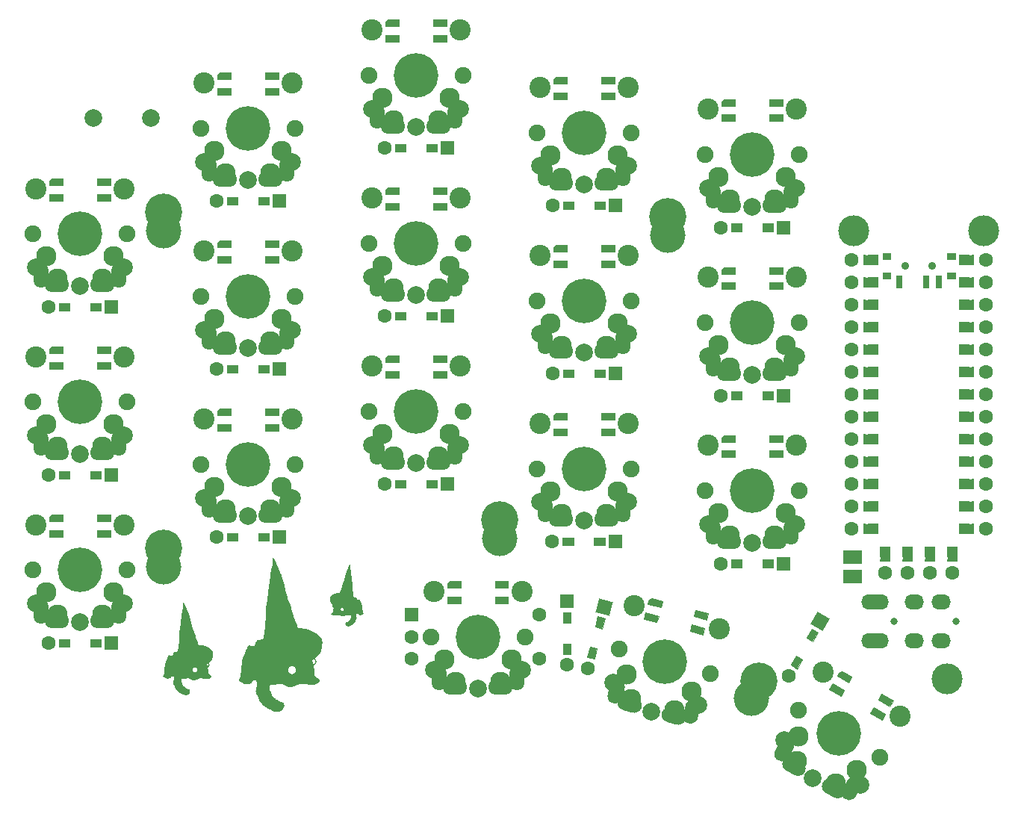
<source format=gbs>
G04 #@! TF.GenerationSoftware,KiCad,Pcbnew,9.0.2*
G04 #@! TF.CreationDate,2025-09-25T08:36:32+01:00*
G04 #@! TF.ProjectId,swoopt-soldered,73776f6f-7074-42d7-936f-6c6465726564,0.2.2*
G04 #@! TF.SameCoordinates,Original*
G04 #@! TF.FileFunction,Soldermask,Bot*
G04 #@! TF.FilePolarity,Negative*
%FSLAX46Y46*%
G04 Gerber Fmt 4.6, Leading zero omitted, Abs format (unit mm)*
G04 Created by KiCad (PCBNEW 9.0.2) date 2025-09-25 08:36:32*
%MOMM*%
%LPD*%
G01*
G04 APERTURE LIST*
G04 Aperture macros list*
%AMHorizOval*
0 Thick line with rounded ends*
0 $1 width*
0 $2 $3 position (X,Y) of the first rounded end (center of the circle)*
0 $4 $5 position (X,Y) of the second rounded end (center of the circle)*
0 Add line between two ends*
20,1,$1,$2,$3,$4,$5,0*
0 Add two circle primitives to create the rounded ends*
1,1,$1,$2,$3*
1,1,$1,$4,$5*%
%AMRotRect*
0 Rectangle, with rotation*
0 The origin of the aperture is its center*
0 $1 length*
0 $2 width*
0 $3 Rotation angle, in degrees counterclockwise*
0 Add horizontal line*
21,1,$1,$2,0,0,$3*%
%AMFreePoly0*
4,1,6,0.600000,0.200000,0.000000,-0.400000,-0.600000,0.200000,-0.600000,0.400000,0.600000,0.400000,0.600000,0.200000,0.600000,0.200000,$1*%
%AMFreePoly1*
4,1,6,0.600000,-0.250000,-0.600000,-0.250000,-0.600000,1.000000,0.000000,0.400000,0.600000,1.000000,0.600000,-0.250000,0.600000,-0.250000,$1*%
G04 Aperture macros list end*
%ADD10C,0.000000*%
%ADD11C,0.100000*%
%ADD12C,4.200000*%
%ADD13C,4.000000*%
%ADD14R,1.600000X1.600000*%
%ADD15C,1.600000*%
%ADD16C,1.900000*%
%ADD17C,2.400000*%
%ADD18C,2.000000*%
%ADD19C,5.050000*%
%ADD20O,1.700000X2.800000*%
%ADD21C,2.300000*%
%ADD22O,2.800000X1.700000*%
%ADD23HorizOval,1.700000X0.275000X0.476314X-0.275000X-0.476314X0*%
%ADD24HorizOval,1.700000X-0.476314X0.275000X0.476314X-0.275000X0*%
%ADD25C,3.500000*%
%ADD26FreePoly0,90.000000*%
%ADD27FreePoly0,270.000000*%
%ADD28FreePoly1,90.000000*%
%ADD29FreePoly1,270.000000*%
%ADD30C,0.900000*%
%ADD31C,0.800000*%
%ADD32O,2.200000X1.700000*%
%ADD33FreePoly0,180.000000*%
%ADD34FreePoly1,180.000000*%
%ADD35RotRect,1.600000X1.600000X60.000000*%
%ADD36HorizOval,1.700000X0.142350X0.531259X-0.142350X-0.531259X0*%
%ADD37HorizOval,1.700000X-0.531259X0.142350X0.531259X-0.142350X0*%
%ADD38RotRect,1.600000X1.600000X75.000000*%
G04 APERTURE END LIST*
D10*
G36*
X93726000Y-125095000D02*
G01*
X93728341Y-125095336D01*
X93730662Y-125095849D01*
X93732978Y-125096538D01*
X93735305Y-125097405D01*
X93737660Y-125098450D01*
X93740057Y-125099675D01*
X93742514Y-125101078D01*
X93745044Y-125102662D01*
X93747666Y-125104427D01*
X93750393Y-125106374D01*
X93756231Y-125110813D01*
X93762683Y-125115987D01*
X93769877Y-125121900D01*
X93778396Y-125131646D01*
X93790406Y-125149023D01*
X93822986Y-125202956D01*
X93863793Y-125276278D01*
X93909003Y-125361568D01*
X93954792Y-125451406D01*
X93997336Y-125538370D01*
X94032810Y-125615041D01*
X94057391Y-125673997D01*
X94074258Y-125715117D01*
X94103693Y-125782035D01*
X94141726Y-125865489D01*
X94184391Y-125956219D01*
X94206853Y-126004237D01*
X94230141Y-126055934D01*
X94253596Y-126109698D01*
X94276554Y-126163917D01*
X94298354Y-126216978D01*
X94318336Y-126267270D01*
X94335837Y-126313179D01*
X94350196Y-126353094D01*
X94363436Y-126390690D01*
X94377729Y-126429961D01*
X94392643Y-126469769D01*
X94407743Y-126508978D01*
X94422595Y-126546450D01*
X94436764Y-126581049D01*
X94449818Y-126611638D01*
X94461321Y-126637080D01*
X94471863Y-126659776D01*
X94482157Y-126683712D01*
X94491955Y-126708145D01*
X94501008Y-126732330D01*
X94509070Y-126755522D01*
X94515891Y-126776978D01*
X94521224Y-126795954D01*
X94523255Y-126804279D01*
X94524821Y-126811705D01*
X94526076Y-126818537D01*
X94527832Y-126825761D01*
X94530053Y-126833316D01*
X94532703Y-126841140D01*
X94535746Y-126849170D01*
X94539146Y-126857346D01*
X94542865Y-126865603D01*
X94546869Y-126873882D01*
X94551122Y-126882119D01*
X94555585Y-126890253D01*
X94560225Y-126898221D01*
X94565004Y-126905962D01*
X94569887Y-126913414D01*
X94574837Y-126920514D01*
X94579817Y-126927201D01*
X94584793Y-126933413D01*
X94597375Y-126948102D01*
X94608716Y-126961880D01*
X94618900Y-126974949D01*
X94628008Y-126987515D01*
X94636125Y-126999781D01*
X94643332Y-127011951D01*
X94649713Y-127024230D01*
X94655349Y-127036821D01*
X94660324Y-127049929D01*
X94664719Y-127063758D01*
X94668619Y-127078512D01*
X94672106Y-127094396D01*
X94675261Y-127111612D01*
X94678169Y-127130366D01*
X94680911Y-127150861D01*
X94683571Y-127173302D01*
X94684643Y-127185136D01*
X94685862Y-127196784D01*
X94687210Y-127208184D01*
X94688670Y-127219273D01*
X94690222Y-127229991D01*
X94691849Y-127240275D01*
X94695257Y-127259291D01*
X94697000Y-127267901D01*
X94698747Y-127275828D01*
X94700477Y-127283011D01*
X94702174Y-127289388D01*
X94703820Y-127294897D01*
X94705396Y-127299475D01*
X94706883Y-127303062D01*
X94708265Y-127305594D01*
X94709689Y-127307693D01*
X94711300Y-127310648D01*
X94715018Y-127318906D01*
X94719272Y-127329934D01*
X94723920Y-127343297D01*
X94728815Y-127358562D01*
X94733814Y-127375295D01*
X94738772Y-127393061D01*
X94743543Y-127411427D01*
X94748390Y-127429214D01*
X94753548Y-127446567D01*
X94758829Y-127463052D01*
X94764048Y-127478234D01*
X94769020Y-127491680D01*
X94773557Y-127502956D01*
X94775604Y-127507645D01*
X94777474Y-127511628D01*
X94779142Y-127514851D01*
X94780585Y-127517261D01*
X94782216Y-127519096D01*
X94783799Y-127521278D01*
X94785325Y-127523780D01*
X94786786Y-127526576D01*
X94788175Y-127529641D01*
X94789483Y-127532949D01*
X94790704Y-127536475D01*
X94791830Y-127540191D01*
X94792852Y-127544073D01*
X94793762Y-127548094D01*
X94794554Y-127552229D01*
X94795220Y-127556452D01*
X94795751Y-127560737D01*
X94796140Y-127565058D01*
X94796379Y-127569389D01*
X94796460Y-127573705D01*
X94796643Y-127577975D01*
X94797180Y-127582810D01*
X94798053Y-127588157D01*
X94799244Y-127593962D01*
X94800734Y-127600169D01*
X94802506Y-127606726D01*
X94806823Y-127620668D01*
X94812049Y-127635355D01*
X94818040Y-127650351D01*
X94824651Y-127665224D01*
X94828144Y-127672478D01*
X94831737Y-127679539D01*
X94838483Y-127694817D01*
X94845352Y-127712474D01*
X94852139Y-127731907D01*
X94858637Y-127752519D01*
X94864638Y-127773710D01*
X94869937Y-127794880D01*
X94874326Y-127815430D01*
X94876115Y-127825285D01*
X94877599Y-127834761D01*
X94878671Y-127843701D01*
X94879893Y-127852620D01*
X94881250Y-127861457D01*
X94882725Y-127870149D01*
X94884304Y-127878634D01*
X94885970Y-127886850D01*
X94887709Y-127894736D01*
X94889505Y-127902229D01*
X94891342Y-127909268D01*
X94893205Y-127915789D01*
X94895078Y-127921732D01*
X94896946Y-127927034D01*
X94898794Y-127931633D01*
X94900605Y-127935468D01*
X94902365Y-127938475D01*
X94903220Y-127939650D01*
X94904057Y-127940594D01*
X94910932Y-127951939D01*
X94918871Y-127969012D01*
X94937240Y-128017792D01*
X94957759Y-128081825D01*
X94979022Y-128156009D01*
X94999624Y-128235235D01*
X95018158Y-128314400D01*
X95033220Y-128388398D01*
X95043404Y-128452122D01*
X95046522Y-128475703D01*
X95050487Y-128502199D01*
X95055155Y-128530721D01*
X95060382Y-128560380D01*
X95066021Y-128590287D01*
X95071930Y-128619553D01*
X95077962Y-128647290D01*
X95083974Y-128672608D01*
X95096652Y-128725028D01*
X95109991Y-128782410D01*
X95133363Y-128884274D01*
X95138941Y-128906195D01*
X95146234Y-128931651D01*
X95154974Y-128959712D01*
X95164892Y-128989446D01*
X95175720Y-129019925D01*
X95187189Y-129050218D01*
X95199030Y-129079394D01*
X95210974Y-129106524D01*
X95231041Y-129153825D01*
X95250138Y-129205467D01*
X95268118Y-129260995D01*
X95284837Y-129319954D01*
X95300150Y-129381890D01*
X95313913Y-129446348D01*
X95325981Y-129512873D01*
X95336209Y-129581010D01*
X95342659Y-129616199D01*
X95353738Y-129658125D01*
X95370936Y-129710553D01*
X95395741Y-129777243D01*
X95429641Y-129861958D01*
X95474124Y-129968459D01*
X95600793Y-130261871D01*
X95623369Y-130314836D01*
X95644477Y-130365775D01*
X95663642Y-130413490D01*
X95680389Y-130456781D01*
X95694241Y-130494450D01*
X95704725Y-130525297D01*
X95708555Y-130537788D01*
X95711364Y-130548124D01*
X95713093Y-130556155D01*
X95713682Y-130561732D01*
X95715288Y-130575337D01*
X95719911Y-130598140D01*
X95727263Y-130628922D01*
X95737054Y-130666463D01*
X95748994Y-130709544D01*
X95762795Y-130756945D01*
X95778167Y-130807447D01*
X95794821Y-130859830D01*
X95935932Y-131309621D01*
X95948368Y-131350108D01*
X95960350Y-131391422D01*
X95971588Y-131432405D01*
X95981793Y-131471899D01*
X95990674Y-131508748D01*
X95997944Y-131541793D01*
X96003311Y-131569878D01*
X96006488Y-131591844D01*
X96009509Y-131614283D01*
X96013870Y-131639062D01*
X96019467Y-131665878D01*
X96026194Y-131694425D01*
X96042609Y-131755492D01*
X96062271Y-131819826D01*
X96084330Y-131884987D01*
X96107939Y-131948535D01*
X96132251Y-132008032D01*
X96156418Y-132061038D01*
X96166719Y-132082043D01*
X96176317Y-132102407D01*
X96185005Y-132121654D01*
X96192578Y-132139310D01*
X96198827Y-132154899D01*
X96201391Y-132161770D01*
X96203547Y-132167946D01*
X96205269Y-132173367D01*
X96206531Y-132177974D01*
X96207307Y-132181708D01*
X96207571Y-132184510D01*
X96208080Y-132187407D01*
X96209573Y-132192062D01*
X96215316Y-132206228D01*
X96224407Y-132226182D01*
X96236455Y-132251097D01*
X96251065Y-132280146D01*
X96267846Y-132312502D01*
X96286405Y-132347339D01*
X96306349Y-132383829D01*
X96326106Y-132421102D01*
X96345347Y-132459428D01*
X96363555Y-132497714D01*
X96380212Y-132534862D01*
X96394802Y-132569778D01*
X96406808Y-132601366D01*
X96411680Y-132615570D01*
X96415713Y-132628531D01*
X96418841Y-132640112D01*
X96421001Y-132650177D01*
X96424849Y-132669638D01*
X96429628Y-132691766D01*
X96441066Y-132740797D01*
X96453496Y-132790819D01*
X96465099Y-132835385D01*
X96476504Y-132875829D01*
X96487302Y-132911384D01*
X96498085Y-132942371D01*
X96509444Y-132969110D01*
X96515524Y-132980987D01*
X96521971Y-132991921D01*
X96528857Y-133001955D01*
X96536257Y-133011126D01*
X96544245Y-133019476D01*
X96552895Y-133027044D01*
X96562280Y-133033871D01*
X96572475Y-133039996D01*
X96583554Y-133045460D01*
X96595591Y-133050302D01*
X96608659Y-133054563D01*
X96622832Y-133058282D01*
X96654792Y-133064258D01*
X96692062Y-133068549D01*
X96735232Y-133071475D01*
X96784897Y-133073358D01*
X96906071Y-133075274D01*
X96963745Y-133076097D01*
X97018215Y-133077231D01*
X97068262Y-133078654D01*
X97112666Y-133080345D01*
X97150208Y-133082284D01*
X97179667Y-133084451D01*
X97190984Y-133085613D01*
X97199824Y-133086825D01*
X97206033Y-133088082D01*
X97209460Y-133089384D01*
X97211823Y-133090476D01*
X97215551Y-133091755D01*
X97226768Y-133094787D01*
X97242450Y-133098315D01*
X97261936Y-133102173D01*
X97284563Y-133106197D01*
X97309671Y-133110221D01*
X97336597Y-133114080D01*
X97364682Y-133117608D01*
X97396228Y-133122758D01*
X97431847Y-133130037D01*
X97470319Y-133139094D01*
X97510423Y-133149578D01*
X97550941Y-133161136D01*
X97590652Y-133173418D01*
X97628338Y-133186072D01*
X97662779Y-133198746D01*
X97751773Y-133233924D01*
X97839609Y-133269825D01*
X97923476Y-133305189D01*
X98000564Y-133338755D01*
X98068060Y-133369261D01*
X98123154Y-133395448D01*
X98163034Y-133416053D01*
X98176391Y-133423868D01*
X98184890Y-133429816D01*
X98187635Y-133432108D01*
X98190558Y-133434346D01*
X98193630Y-133436517D01*
X98196824Y-133438607D01*
X98200111Y-133440605D01*
X98203463Y-133442497D01*
X98206851Y-133444270D01*
X98210246Y-133445911D01*
X98213621Y-133447407D01*
X98216947Y-133448746D01*
X98220195Y-133449915D01*
X98223338Y-133450900D01*
X98226346Y-133451688D01*
X98229191Y-133452267D01*
X98231845Y-133452624D01*
X98234279Y-133452746D01*
X98236795Y-133452929D01*
X98239691Y-133453466D01*
X98242934Y-133454339D01*
X98246489Y-133455530D01*
X98250322Y-133457020D01*
X98254402Y-133458792D01*
X98258693Y-133460828D01*
X98263163Y-133463109D01*
X98267777Y-133465617D01*
X98272502Y-133468335D01*
X98277305Y-133471244D01*
X98282152Y-133474326D01*
X98287009Y-133477563D01*
X98291843Y-133480937D01*
X98296620Y-133484430D01*
X98301307Y-133488024D01*
X98306055Y-133491617D01*
X98311009Y-133495110D01*
X98316128Y-133498484D01*
X98321372Y-133501721D01*
X98326698Y-133504803D01*
X98332065Y-133507712D01*
X98337433Y-133510430D01*
X98342759Y-133512939D01*
X98348002Y-133515220D01*
X98353122Y-133517256D01*
X98358076Y-133519028D01*
X98362823Y-133520518D01*
X98367322Y-133521709D01*
X98371532Y-133522582D01*
X98375412Y-133523119D01*
X98378919Y-133523302D01*
X98386508Y-133523563D01*
X98394160Y-133524394D01*
X98402018Y-133525872D01*
X98410227Y-133528070D01*
X98418933Y-133531064D01*
X98428279Y-133534929D01*
X98438411Y-133539740D01*
X98449473Y-133545571D01*
X98461610Y-133552498D01*
X98474967Y-133560595D01*
X98505918Y-133580601D01*
X98543483Y-133606187D01*
X98588820Y-133637954D01*
X98610121Y-133652848D01*
X98632560Y-133668134D01*
X98655452Y-133683378D01*
X98678118Y-133698147D01*
X98699873Y-133712007D01*
X98720037Y-133724523D01*
X98737928Y-133735261D01*
X98752862Y-133743788D01*
X98759469Y-133747564D01*
X98766033Y-133751591D01*
X98772508Y-133755830D01*
X98778852Y-133760242D01*
X98785020Y-133764788D01*
X98790968Y-133769430D01*
X98796653Y-133774128D01*
X98802030Y-133778845D01*
X98807056Y-133783541D01*
X98811687Y-133788178D01*
X98815878Y-133792717D01*
X98819587Y-133797118D01*
X98822768Y-133801344D01*
X98825378Y-133805355D01*
X98826455Y-133807268D01*
X98827373Y-133809114D01*
X98828127Y-133810886D01*
X98828710Y-133812580D01*
X98830722Y-133816885D01*
X98834063Y-133822464D01*
X98838655Y-133829226D01*
X98844419Y-133837081D01*
X98859157Y-133855709D01*
X98877657Y-133877623D01*
X98899299Y-133902100D01*
X98923463Y-133928417D01*
X98949529Y-133955851D01*
X98976876Y-133983677D01*
X99006226Y-134013556D01*
X99033497Y-134042464D01*
X99058798Y-134070586D01*
X99082241Y-134098109D01*
X99103938Y-134125218D01*
X99123999Y-134152100D01*
X99142536Y-134178941D01*
X99159660Y-134205926D01*
X99175481Y-134233242D01*
X99190111Y-134261075D01*
X99203661Y-134289611D01*
X99216242Y-134319036D01*
X99227965Y-134349535D01*
X99238941Y-134381296D01*
X99249282Y-134414503D01*
X99259098Y-134449344D01*
X99265940Y-134476850D01*
X99271911Y-134503869D01*
X99277008Y-134530490D01*
X99281230Y-134556803D01*
X99284573Y-134582899D01*
X99287035Y-134608869D01*
X99288613Y-134634802D01*
X99289305Y-134660790D01*
X99289108Y-134686922D01*
X99288020Y-134713290D01*
X99286038Y-134739983D01*
X99283159Y-134767092D01*
X99279381Y-134794707D01*
X99274701Y-134822919D01*
X99269117Y-134851819D01*
X99262626Y-134881496D01*
X99258516Y-134901491D01*
X99254220Y-134927688D01*
X99249883Y-134959011D01*
X99245649Y-134994385D01*
X99241663Y-135032736D01*
X99238069Y-135072988D01*
X99235013Y-135114067D01*
X99232640Y-135154898D01*
X99229420Y-135195268D01*
X99225074Y-135236258D01*
X99219633Y-135277744D01*
X99213127Y-135319602D01*
X99205588Y-135361708D01*
X99197045Y-135403938D01*
X99187532Y-135446168D01*
X99177078Y-135488274D01*
X99165714Y-135530132D01*
X99153472Y-135571618D01*
X99140382Y-135612607D01*
X99126476Y-135652977D01*
X99111785Y-135692603D01*
X99096339Y-135731360D01*
X99080169Y-135769125D01*
X99063307Y-135805774D01*
X99052106Y-135827468D01*
X99039184Y-135850009D01*
X99024805Y-135873088D01*
X99009233Y-135896394D01*
X98992730Y-135919617D01*
X98975560Y-135942448D01*
X98957988Y-135964576D01*
X98940276Y-135985691D01*
X98922687Y-136005483D01*
X98905487Y-136023642D01*
X98888938Y-136039858D01*
X98873303Y-136053821D01*
X98858846Y-136065221D01*
X98852142Y-136069863D01*
X98845832Y-136073747D01*
X98839947Y-136076836D01*
X98834522Y-136079091D01*
X98829590Y-136080472D01*
X98825182Y-136080941D01*
X98823870Y-136080977D01*
X98822579Y-136081083D01*
X98821312Y-136081257D01*
X98820070Y-136081499D01*
X98818853Y-136081805D01*
X98817663Y-136082173D01*
X98816502Y-136082602D01*
X98815370Y-136083090D01*
X98814270Y-136083635D01*
X98813202Y-136084235D01*
X98812167Y-136084887D01*
X98811167Y-136085591D01*
X98810204Y-136086344D01*
X98809278Y-136087144D01*
X98808390Y-136087989D01*
X98807543Y-136088878D01*
X98806737Y-136089807D01*
X98805974Y-136090777D01*
X98805254Y-136091783D01*
X98804580Y-136092826D01*
X98803952Y-136093901D01*
X98803373Y-136095009D01*
X98802842Y-136096146D01*
X98802361Y-136097311D01*
X98801933Y-136098502D01*
X98801557Y-136099717D01*
X98801235Y-136100953D01*
X98800969Y-136102210D01*
X98800760Y-136103485D01*
X98800609Y-136104776D01*
X98800518Y-136106081D01*
X98800487Y-136107399D01*
X98800467Y-136108716D01*
X98800405Y-136110021D01*
X98800304Y-136111312D01*
X98800163Y-136112587D01*
X98799984Y-136113844D01*
X98799766Y-136115080D01*
X98799511Y-136116295D01*
X98799219Y-136117486D01*
X98798891Y-136118651D01*
X98798528Y-136119788D01*
X98798129Y-136120896D01*
X98797697Y-136121972D01*
X98797230Y-136123014D01*
X98796731Y-136124021D01*
X98796200Y-136124990D01*
X98795637Y-136125920D01*
X98795042Y-136126808D01*
X98794418Y-136127654D01*
X98793764Y-136128454D01*
X98793080Y-136129206D01*
X98792369Y-136129910D01*
X98791629Y-136130563D01*
X98790862Y-136131163D01*
X98790069Y-136131708D01*
X98789250Y-136132196D01*
X98788406Y-136132625D01*
X98787537Y-136132993D01*
X98786645Y-136133299D01*
X98785729Y-136133541D01*
X98784790Y-136133715D01*
X98783830Y-136133822D01*
X98782848Y-136133857D01*
X98782021Y-136133883D01*
X98781197Y-136133959D01*
X98780375Y-136134084D01*
X98779558Y-136134257D01*
X98778748Y-136134476D01*
X98777945Y-136134741D01*
X98777153Y-136135050D01*
X98776371Y-136135401D01*
X98775603Y-136135793D01*
X98774849Y-136136226D01*
X98774112Y-136136697D01*
X98773392Y-136137206D01*
X98772691Y-136137751D01*
X98772011Y-136138331D01*
X98771354Y-136138944D01*
X98770722Y-136139590D01*
X98770115Y-136140266D01*
X98769535Y-136140973D01*
X98768985Y-136141708D01*
X98768465Y-136142470D01*
X98767978Y-136143258D01*
X98767524Y-136144070D01*
X98767106Y-136144906D01*
X98766725Y-136145763D01*
X98766383Y-136146641D01*
X98766082Y-136147539D01*
X98765822Y-136148455D01*
X98765606Y-136149387D01*
X98765435Y-136150335D01*
X98765311Y-136151298D01*
X98765235Y-136152273D01*
X98765210Y-136153260D01*
X98764905Y-136155316D01*
X98764016Y-136157824D01*
X98762577Y-136160750D01*
X98760624Y-136164060D01*
X98755315Y-136171696D01*
X98748370Y-136180462D01*
X98740071Y-136190085D01*
X98730700Y-136200295D01*
X98720538Y-136210821D01*
X98709868Y-136221390D01*
X98698969Y-136231732D01*
X98688126Y-136241575D01*
X98677618Y-136250648D01*
X98667727Y-136258680D01*
X98658736Y-136265399D01*
X98650926Y-136270535D01*
X98647551Y-136272423D01*
X98644578Y-136273815D01*
X98642040Y-136274674D01*
X98639974Y-136274968D01*
X98638637Y-136275477D01*
X98636642Y-136276970D01*
X98634032Y-136279398D01*
X98630851Y-136282713D01*
X98622952Y-136291804D01*
X98613295Y-136303852D01*
X98602233Y-136318462D01*
X98590117Y-136335243D01*
X98577297Y-136353802D01*
X98564127Y-136373745D01*
X98498863Y-136470759D01*
X98546488Y-136553663D01*
X98553439Y-136565987D01*
X98559765Y-136577926D01*
X98565502Y-136589633D01*
X98570686Y-136601260D01*
X98575353Y-136612959D01*
X98579540Y-136624883D01*
X98583282Y-136637184D01*
X98586616Y-136650014D01*
X98589578Y-136663527D01*
X98592204Y-136677875D01*
X98594530Y-136693209D01*
X98596593Y-136709683D01*
X98600072Y-136746659D01*
X98602932Y-136790023D01*
X98605037Y-136836046D01*
X98605633Y-136855713D01*
X98605881Y-136873450D01*
X98605746Y-136889481D01*
X98605195Y-136904032D01*
X98604195Y-136917327D01*
X98602711Y-136929591D01*
X98600711Y-136941049D01*
X98598160Y-136951926D01*
X98595026Y-136962446D01*
X98591273Y-136972834D01*
X98586870Y-136983315D01*
X98581782Y-136994114D01*
X98575976Y-137005456D01*
X98569418Y-137017565D01*
X98564656Y-137025922D01*
X98559017Y-137035063D01*
X98545413Y-137055351D01*
X98529204Y-137077748D01*
X98510989Y-137101570D01*
X98491369Y-137126137D01*
X98470943Y-137150766D01*
X98450311Y-137174775D01*
X98430071Y-137197482D01*
X98410306Y-137219045D01*
X98391017Y-137241000D01*
X98372679Y-137262749D01*
X98355767Y-137283692D01*
X98340757Y-137303229D01*
X98334113Y-137312283D01*
X98328123Y-137320761D01*
X98322847Y-137328588D01*
X98318343Y-137335689D01*
X98314671Y-137341989D01*
X98311890Y-137347413D01*
X98305791Y-137362596D01*
X98300721Y-137378343D01*
X98296674Y-137394596D01*
X98293644Y-137411298D01*
X98291628Y-137428394D01*
X98290620Y-137445825D01*
X98290614Y-137463535D01*
X98291605Y-137481468D01*
X98293588Y-137499566D01*
X98296559Y-137517772D01*
X98300512Y-137536030D01*
X98305441Y-137554283D01*
X98311341Y-137572474D01*
X98318208Y-137590546D01*
X98326037Y-137608443D01*
X98334821Y-137626107D01*
X98345198Y-137646452D01*
X98354506Y-137667158D01*
X98362749Y-137688258D01*
X98369933Y-137709781D01*
X98376063Y-137731759D01*
X98381144Y-137754223D01*
X98385181Y-137777203D01*
X98388179Y-137800731D01*
X98390143Y-137824839D01*
X98391079Y-137849555D01*
X98390992Y-137874913D01*
X98389887Y-137900943D01*
X98387769Y-137927675D01*
X98384644Y-137955141D01*
X98380516Y-137983372D01*
X98375390Y-138012399D01*
X98368962Y-138048429D01*
X98363573Y-138082523D01*
X98359228Y-138114815D01*
X98355932Y-138145434D01*
X98353690Y-138174514D01*
X98352508Y-138202185D01*
X98352390Y-138228580D01*
X98353341Y-138253831D01*
X98355368Y-138278068D01*
X98358475Y-138301425D01*
X98362666Y-138324032D01*
X98367949Y-138346022D01*
X98374326Y-138367526D01*
X98381805Y-138388676D01*
X98390389Y-138409604D01*
X98400084Y-138430441D01*
X98407780Y-138446177D01*
X98415102Y-138460420D01*
X98422211Y-138473330D01*
X98429271Y-138485066D01*
X98436445Y-138495790D01*
X98443896Y-138505661D01*
X98451786Y-138514840D01*
X98460277Y-138523486D01*
X98469534Y-138531760D01*
X98479718Y-138539823D01*
X98490992Y-138547833D01*
X98503520Y-138555952D01*
X98517464Y-138564340D01*
X98532986Y-138573157D01*
X98569418Y-138592718D01*
X98582799Y-138599963D01*
X98596431Y-138607767D01*
X98610233Y-138616066D01*
X98624126Y-138624799D01*
X98638029Y-138633905D01*
X98651863Y-138643320D01*
X98665546Y-138652983D01*
X98679000Y-138662833D01*
X98692143Y-138672806D01*
X98704896Y-138682842D01*
X98717179Y-138692877D01*
X98728912Y-138702851D01*
X98740014Y-138712700D01*
X98750406Y-138722364D01*
X98760007Y-138731779D01*
X98768737Y-138740884D01*
X98785350Y-138758492D01*
X98803078Y-138776576D01*
X98821386Y-138794618D01*
X98839734Y-138812101D01*
X98857587Y-138828510D01*
X98874405Y-138843328D01*
X98889653Y-138856037D01*
X98896520Y-138861439D01*
X98902793Y-138866121D01*
X98915797Y-138875529D01*
X98927697Y-138885245D01*
X98938508Y-138895286D01*
X98948241Y-138905671D01*
X98956909Y-138916417D01*
X98964525Y-138927544D01*
X98971103Y-138939068D01*
X98976656Y-138951008D01*
X98981195Y-138963382D01*
X98984734Y-138976209D01*
X98987287Y-138989506D01*
X98988865Y-139003291D01*
X98989482Y-139017582D01*
X98989151Y-139032398D01*
X98987884Y-139047757D01*
X98985695Y-139063676D01*
X98983571Y-139074151D01*
X98981017Y-139083889D01*
X98977812Y-139093105D01*
X98973734Y-139102014D01*
X98968561Y-139110829D01*
X98962069Y-139119766D01*
X98954038Y-139129039D01*
X98944244Y-139138863D01*
X98932466Y-139149451D01*
X98918482Y-139161018D01*
X98902069Y-139173779D01*
X98883004Y-139187948D01*
X98836034Y-139221369D01*
X98775793Y-139262996D01*
X98698278Y-139314689D01*
X98663505Y-139336444D01*
X98630603Y-139355737D01*
X98598982Y-139372767D01*
X98568054Y-139387732D01*
X98537229Y-139400832D01*
X98505918Y-139412265D01*
X98473533Y-139422230D01*
X98439483Y-139430927D01*
X98403180Y-139438554D01*
X98364036Y-139445310D01*
X98321459Y-139451395D01*
X98274863Y-139457007D01*
X98167252Y-139467607D01*
X97890321Y-139495828D01*
X97876366Y-139497331D01*
X97863511Y-139498508D01*
X97851618Y-139499324D01*
X97840546Y-139499742D01*
X97830156Y-139499726D01*
X97820309Y-139499239D01*
X97810866Y-139498246D01*
X97801685Y-139496711D01*
X97792629Y-139494596D01*
X97783557Y-139491867D01*
X97774330Y-139488487D01*
X97764809Y-139484419D01*
X97754854Y-139479628D01*
X97744324Y-139474077D01*
X97733082Y-139467730D01*
X97720987Y-139460551D01*
X97708783Y-139453641D01*
X97697192Y-139447439D01*
X97686040Y-139441909D01*
X97675154Y-139437015D01*
X97664361Y-139432720D01*
X97653487Y-139428988D01*
X97642361Y-139425783D01*
X97630808Y-139423069D01*
X97618656Y-139420810D01*
X97605731Y-139418970D01*
X97591861Y-139417511D01*
X97576872Y-139416400D01*
X97560591Y-139415598D01*
X97542845Y-139415070D01*
X97502265Y-139414691D01*
X97470818Y-139413971D01*
X97434245Y-139411907D01*
X97393869Y-139408644D01*
X97351012Y-139404327D01*
X97306997Y-139399101D01*
X97263148Y-139393110D01*
X97220787Y-139386499D01*
X97181237Y-139379413D01*
X97143548Y-139372326D01*
X97105280Y-139365715D01*
X97067508Y-139359723D01*
X97031307Y-139354497D01*
X96997751Y-139350180D01*
X96967917Y-139346918D01*
X96942878Y-139344854D01*
X96923709Y-139344134D01*
X96906052Y-139344744D01*
X96886296Y-139346532D01*
X96864659Y-139349436D01*
X96841358Y-139353395D01*
X96816610Y-139358345D01*
X96790632Y-139364226D01*
X96735856Y-139378530D01*
X96678763Y-139395811D01*
X96621093Y-139415572D01*
X96564579Y-139437318D01*
X96537299Y-139448779D01*
X96510960Y-139460551D01*
X96492012Y-139468954D01*
X96473808Y-139476840D01*
X96456762Y-139484023D01*
X96441286Y-139490317D01*
X96427795Y-139495537D01*
X96416702Y-139499495D01*
X96412184Y-139500943D01*
X96408420Y-139502007D01*
X96405462Y-139502662D01*
X96403363Y-139502885D01*
X96401060Y-139503211D01*
X96397509Y-139504167D01*
X96386964Y-139507846D01*
X96372326Y-139513675D01*
X96354194Y-139521405D01*
X96333168Y-139530790D01*
X96309848Y-139541580D01*
X96284834Y-139553527D01*
X96258723Y-139566385D01*
X96204449Y-139592502D01*
X96154599Y-139614589D01*
X96105989Y-139633575D01*
X96081154Y-139642196D01*
X96055435Y-139650390D01*
X95999756Y-139665966D01*
X95935767Y-139681231D01*
X95860285Y-139697116D01*
X95770127Y-139714552D01*
X95726181Y-139722765D01*
X95685953Y-139729493D01*
X95648944Y-139734655D01*
X95614656Y-139738171D01*
X95582591Y-139739961D01*
X95552248Y-139739945D01*
X95523131Y-139738043D01*
X95494739Y-139734174D01*
X95466575Y-139728260D01*
X95438140Y-139720218D01*
X95408935Y-139709970D01*
X95378461Y-139697436D01*
X95346219Y-139682534D01*
X95311712Y-139665186D01*
X95274440Y-139645311D01*
X95233905Y-139622828D01*
X95201266Y-139604563D01*
X95166270Y-139585842D01*
X95130035Y-139567204D01*
X95093675Y-139549186D01*
X95058308Y-139532326D01*
X95025049Y-139517161D01*
X94995015Y-139504228D01*
X94969321Y-139494066D01*
X94738251Y-139407634D01*
X94709286Y-139397093D01*
X94680987Y-139387969D01*
X94652947Y-139380271D01*
X94624756Y-139374010D01*
X94596008Y-139369195D01*
X94566293Y-139365838D01*
X94535204Y-139363949D01*
X94502331Y-139363537D01*
X94467268Y-139364614D01*
X94429605Y-139367189D01*
X94388935Y-139371273D01*
X94344849Y-139376877D01*
X94244797Y-139392683D01*
X94126182Y-139414691D01*
X94066430Y-139425312D01*
X94001056Y-139435829D01*
X93932210Y-139445975D01*
X93862040Y-139455480D01*
X93792697Y-139464076D01*
X93726331Y-139471493D01*
X93665091Y-139477463D01*
X93611127Y-139481718D01*
X93572300Y-139483979D01*
X93537643Y-139486166D01*
X93506862Y-139488326D01*
X93479662Y-139490510D01*
X93455748Y-139492766D01*
X93434827Y-139495144D01*
X93425397Y-139496394D01*
X93416604Y-139497692D01*
X93408411Y-139499045D01*
X93400783Y-139500460D01*
X93393681Y-139501941D01*
X93387070Y-139503496D01*
X93380913Y-139505131D01*
X93375172Y-139506850D01*
X93369811Y-139508662D01*
X93364793Y-139510572D01*
X93360081Y-139512585D01*
X93355638Y-139514709D01*
X93351428Y-139516949D01*
X93347414Y-139519311D01*
X93343559Y-139521802D01*
X93339825Y-139524428D01*
X93336177Y-139527194D01*
X93332578Y-139530107D01*
X93325376Y-139536400D01*
X93315000Y-139547084D01*
X93305698Y-139558624D01*
X93297471Y-139571006D01*
X93290319Y-139584217D01*
X93284242Y-139598245D01*
X93279240Y-139613076D01*
X93275312Y-139628699D01*
X93272460Y-139645099D01*
X93270682Y-139662263D01*
X93269979Y-139680180D01*
X93270352Y-139698836D01*
X93271798Y-139718217D01*
X93274320Y-139738312D01*
X93277917Y-139759107D01*
X93282589Y-139780589D01*
X93288335Y-139802746D01*
X93294267Y-139823547D01*
X93300076Y-139845796D01*
X93305636Y-139868788D01*
X93310825Y-139891822D01*
X93315517Y-139914194D01*
X93319589Y-139935203D01*
X93322917Y-139954144D01*
X93325376Y-139970315D01*
X93334196Y-140037123D01*
X93338771Y-140070278D01*
X93340955Y-140084841D01*
X93343016Y-140097316D01*
X93344333Y-140103608D01*
X93346278Y-140110534D01*
X93348817Y-140118023D01*
X93351918Y-140126006D01*
X93355545Y-140134412D01*
X93359666Y-140143173D01*
X93364246Y-140152217D01*
X93369253Y-140161477D01*
X93374653Y-140170880D01*
X93380412Y-140180359D01*
X93386497Y-140189843D01*
X93392873Y-140199262D01*
X93399508Y-140208547D01*
X93406367Y-140217628D01*
X93413418Y-140226435D01*
X93420626Y-140234898D01*
X93430723Y-140246763D01*
X93439881Y-140257967D01*
X93448156Y-140268633D01*
X93455601Y-140278885D01*
X93462271Y-140288849D01*
X93468221Y-140298647D01*
X93473503Y-140308403D01*
X93478173Y-140318242D01*
X93482286Y-140328288D01*
X93485894Y-140338665D01*
X93489053Y-140349496D01*
X93491816Y-140360906D01*
X93494238Y-140373020D01*
X93496374Y-140385959D01*
X93498277Y-140399850D01*
X93500001Y-140414816D01*
X93503674Y-140438218D01*
X93509207Y-140465445D01*
X93516310Y-140495524D01*
X93524696Y-140527484D01*
X93534074Y-140560353D01*
X93544154Y-140593161D01*
X93554648Y-140624935D01*
X93565266Y-140654704D01*
X93573840Y-140675769D01*
X93581767Y-140694739D01*
X93589148Y-140711751D01*
X93596078Y-140726941D01*
X93602658Y-140740446D01*
X93608984Y-140752403D01*
X93612082Y-140757844D01*
X93615155Y-140762950D01*
X93618213Y-140767737D01*
X93621269Y-140772223D01*
X93624335Y-140776424D01*
X93627425Y-140780359D01*
X93630548Y-140784043D01*
X93633720Y-140787495D01*
X93636950Y-140790731D01*
X93640252Y-140793768D01*
X93643639Y-140796623D01*
X93647121Y-140799315D01*
X93650712Y-140801859D01*
X93654424Y-140804273D01*
X93658269Y-140806573D01*
X93662259Y-140808778D01*
X93670724Y-140812969D01*
X93679918Y-140816981D01*
X93695823Y-140824311D01*
X93712981Y-140833614D01*
X93731198Y-140844716D01*
X93750281Y-140857441D01*
X93770035Y-140871612D01*
X93790268Y-140887055D01*
X93810785Y-140903593D01*
X93831392Y-140921051D01*
X93851896Y-140939253D01*
X93872103Y-140958024D01*
X93891819Y-140977188D01*
X93910850Y-140996568D01*
X93929002Y-141015990D01*
X93946083Y-141035277D01*
X93961897Y-141054254D01*
X93976252Y-141072746D01*
X93984236Y-141083396D01*
X93992340Y-141093540D01*
X94000599Y-141103209D01*
X94009049Y-141112433D01*
X94017726Y-141121244D01*
X94026667Y-141129672D01*
X94035908Y-141137749D01*
X94045484Y-141145506D01*
X94055433Y-141152973D01*
X94065790Y-141160182D01*
X94076591Y-141167164D01*
X94087873Y-141173949D01*
X94099671Y-141180569D01*
X94112023Y-141187054D01*
X94124964Y-141193437D01*
X94138530Y-141199746D01*
X94284932Y-141265010D01*
X94295677Y-141270002D01*
X94309048Y-141276833D01*
X94324526Y-141285195D01*
X94341597Y-141294776D01*
X94359742Y-141305266D01*
X94378446Y-141316356D01*
X94397190Y-141327735D01*
X94415460Y-141339093D01*
X94425662Y-141345311D01*
X94436385Y-141351385D01*
X94447574Y-141357293D01*
X94459171Y-141363016D01*
X94471120Y-141368531D01*
X94483363Y-141373819D01*
X94495843Y-141378859D01*
X94508505Y-141383631D01*
X94521291Y-141388113D01*
X94534144Y-141392285D01*
X94547007Y-141396126D01*
X94559823Y-141399616D01*
X94572536Y-141402734D01*
X94585089Y-141405459D01*
X94597425Y-141407770D01*
X94609487Y-141409648D01*
X94632428Y-141414326D01*
X94657085Y-141420286D01*
X94682692Y-141427321D01*
X94708486Y-141435224D01*
X94733700Y-141443789D01*
X94757572Y-141452808D01*
X94768764Y-141457423D01*
X94779334Y-141462075D01*
X94789186Y-141466737D01*
X94798224Y-141471383D01*
X94811956Y-141478988D01*
X94824162Y-141486080D01*
X94835008Y-141492894D01*
X94844664Y-141499661D01*
X94853296Y-141506614D01*
X94861073Y-141513986D01*
X94868162Y-141522009D01*
X94874732Y-141530915D01*
X94880951Y-141540938D01*
X94886987Y-141552309D01*
X94893006Y-141565262D01*
X94899179Y-141580029D01*
X94905671Y-141596842D01*
X94912653Y-141615934D01*
X94928751Y-141661885D01*
X94976377Y-141808287D01*
X94937571Y-141894717D01*
X94929186Y-141914020D01*
X94920098Y-141935700D01*
X94900970Y-141983133D01*
X94882505Y-142030896D01*
X94867015Y-142072871D01*
X94860798Y-142088973D01*
X94853494Y-142106023D01*
X94845253Y-142123771D01*
X94836230Y-142141966D01*
X94826577Y-142160357D01*
X94816445Y-142178694D01*
X94805988Y-142196726D01*
X94795358Y-142214202D01*
X94784707Y-142230872D01*
X94774187Y-142246486D01*
X94763953Y-142260792D01*
X94754154Y-142273540D01*
X94744945Y-142284479D01*
X94736477Y-142293360D01*
X94732569Y-142296949D01*
X94728904Y-142299930D01*
X94725500Y-142302270D01*
X94722377Y-142303939D01*
X94719279Y-142306296D01*
X94714136Y-142310554D01*
X94698785Y-142323783D01*
X94655349Y-142362147D01*
X94647903Y-142369406D01*
X94640762Y-142375980D01*
X94633900Y-142381887D01*
X94627292Y-142387146D01*
X94620911Y-142391774D01*
X94614731Y-142395790D01*
X94608727Y-142399211D01*
X94602873Y-142402056D01*
X94599994Y-142403269D01*
X94597143Y-142404343D01*
X94594316Y-142405283D01*
X94591511Y-142406090D01*
X94588724Y-142406767D01*
X94585952Y-142407316D01*
X94583191Y-142407738D01*
X94580439Y-142408037D01*
X94577691Y-142408214D01*
X94574946Y-142408272D01*
X94572200Y-142408213D01*
X94569449Y-142408040D01*
X94563920Y-142407358D01*
X94558335Y-142406245D01*
X94552625Y-142404780D01*
X94547383Y-142403703D01*
X94544928Y-142403314D01*
X94542580Y-142403028D01*
X94540334Y-142402847D01*
X94538188Y-142402772D01*
X94536137Y-142402806D01*
X94534178Y-142402951D01*
X94532308Y-142403207D01*
X94530523Y-142403579D01*
X94528819Y-142404066D01*
X94527192Y-142404672D01*
X94525641Y-142405397D01*
X94524160Y-142406245D01*
X94522746Y-142407217D01*
X94521395Y-142408315D01*
X94520105Y-142409540D01*
X94518871Y-142410896D01*
X94517691Y-142412383D01*
X94516559Y-142414004D01*
X94515474Y-142415761D01*
X94514431Y-142417655D01*
X94513426Y-142419689D01*
X94512457Y-142421865D01*
X94510610Y-142426647D01*
X94508861Y-142432019D01*
X94507182Y-142437996D01*
X94503331Y-142449701D01*
X94497619Y-142460371D01*
X94489881Y-142470044D01*
X94479952Y-142478758D01*
X94467667Y-142486552D01*
X94452860Y-142493465D01*
X94435366Y-142499535D01*
X94415019Y-142504803D01*
X94391654Y-142509305D01*
X94365106Y-142513081D01*
X94335210Y-142516170D01*
X94301799Y-142518611D01*
X94223775Y-142521701D01*
X94129710Y-142522662D01*
X94037092Y-142522049D01*
X93997578Y-142520964D01*
X93961589Y-142519079D01*
X93928370Y-142516181D01*
X93897166Y-142512058D01*
X93867223Y-142506498D01*
X93837786Y-142499291D01*
X93808102Y-142490222D01*
X93777414Y-142479082D01*
X93744970Y-142465657D01*
X93710015Y-142449736D01*
X93671793Y-142431108D01*
X93629551Y-142409560D01*
X93529988Y-142356857D01*
X93373442Y-142275056D01*
X93297320Y-142236058D01*
X93235418Y-142205162D01*
X93181068Y-142176392D01*
X93111836Y-142137390D01*
X93033508Y-142091650D01*
X92951873Y-142042664D01*
X92872719Y-141993926D01*
X92801832Y-141948930D01*
X92745002Y-141911169D01*
X92723667Y-141896092D01*
X92708015Y-141884135D01*
X92697167Y-141875105D01*
X92679766Y-141859192D01*
X92628861Y-141810272D01*
X92562412Y-141744484D01*
X92487529Y-141668940D01*
X92430017Y-141610184D01*
X92382633Y-141559717D01*
X92361874Y-141536409D01*
X92342608Y-141513755D01*
X92324489Y-141491283D01*
X92307172Y-141468518D01*
X92290309Y-141444988D01*
X92273554Y-141420221D01*
X92256562Y-141393743D01*
X92238986Y-141365082D01*
X92200698Y-141299319D01*
X92155918Y-141219148D01*
X92120079Y-141153326D01*
X92089139Y-141094408D01*
X92062870Y-141041857D01*
X92051416Y-141017800D01*
X92041045Y-140995134D01*
X92031728Y-140973791D01*
X92023437Y-140953704D01*
X92016144Y-140934805D01*
X92009819Y-140917027D01*
X92004434Y-140900304D01*
X91999962Y-140884568D01*
X91996374Y-140869751D01*
X91993640Y-140855787D01*
X91989754Y-140834371D01*
X91985944Y-140814928D01*
X91982083Y-140797202D01*
X91978041Y-140780932D01*
X91973689Y-140765861D01*
X91968898Y-140751731D01*
X91963538Y-140738283D01*
X91957481Y-140725259D01*
X91950597Y-140712400D01*
X91942756Y-140699449D01*
X91933831Y-140686146D01*
X91923691Y-140672233D01*
X91912208Y-140657452D01*
X91899252Y-140641544D01*
X91868404Y-140605316D01*
X91856751Y-140591188D01*
X91845625Y-140576628D01*
X91835058Y-140561702D01*
X91825079Y-140546473D01*
X91815720Y-140531007D01*
X91807013Y-140515367D01*
X91798987Y-140499619D01*
X91791675Y-140483827D01*
X91785107Y-140468056D01*
X91779314Y-140452370D01*
X91774327Y-140436834D01*
X91770178Y-140421512D01*
X91766896Y-140406470D01*
X91764514Y-140391771D01*
X91763062Y-140377480D01*
X91762571Y-140363662D01*
X91762168Y-140355635D01*
X91761000Y-140345086D01*
X91759129Y-140332470D01*
X91756618Y-140318242D01*
X91753528Y-140302857D01*
X91749921Y-140286768D01*
X91745859Y-140270431D01*
X91741404Y-140254301D01*
X91738614Y-140243291D01*
X91736196Y-140232694D01*
X91734149Y-140222427D01*
X91732475Y-140212409D01*
X91731173Y-140202556D01*
X91730242Y-140192786D01*
X91729684Y-140183015D01*
X91729498Y-140173162D01*
X91729684Y-140163144D01*
X91730242Y-140152878D01*
X91731173Y-140142281D01*
X91732475Y-140131270D01*
X91734149Y-140119764D01*
X91736196Y-140107678D01*
X91741404Y-140081440D01*
X91752980Y-140029819D01*
X91767863Y-139958189D01*
X91784069Y-139876306D01*
X91799613Y-139793927D01*
X91807998Y-139753340D01*
X91817086Y-139712981D01*
X91826588Y-139673903D01*
X91836214Y-139637161D01*
X91845674Y-139603809D01*
X91854679Y-139574901D01*
X91862940Y-139551491D01*
X91866702Y-139542178D01*
X91870168Y-139534634D01*
X91875988Y-139522429D01*
X91881215Y-139509651D01*
X91889912Y-139482523D01*
X91896310Y-139453546D01*
X91900458Y-139423013D01*
X91902404Y-139391219D01*
X91902197Y-139358459D01*
X91899888Y-139325027D01*
X91895524Y-139291218D01*
X91889156Y-139257326D01*
X91880831Y-139223646D01*
X91870599Y-139190472D01*
X91858510Y-139158100D01*
X91844612Y-139126823D01*
X91828955Y-139096936D01*
X91811587Y-139068734D01*
X91792557Y-139042511D01*
X91784866Y-139033359D01*
X91776688Y-139024756D01*
X91768043Y-139016702D01*
X91758950Y-139009200D01*
X91749430Y-139002248D01*
X91739502Y-138995850D01*
X91729186Y-138990005D01*
X91718501Y-138984715D01*
X91707468Y-138979980D01*
X91696105Y-138975802D01*
X91672472Y-138969119D01*
X91647758Y-138964673D01*
X91622121Y-138962473D01*
X91595720Y-138962526D01*
X91568712Y-138964839D01*
X91541254Y-138969422D01*
X91513505Y-138976280D01*
X91485620Y-138985423D01*
X91457760Y-138996858D01*
X91430080Y-139010592D01*
X91402738Y-139026634D01*
X91390464Y-139034654D01*
X91379377Y-139042261D01*
X91369379Y-139049579D01*
X91360377Y-139056731D01*
X91352274Y-139063841D01*
X91344974Y-139071035D01*
X91338382Y-139078435D01*
X91332403Y-139086166D01*
X91326940Y-139094351D01*
X91321899Y-139103116D01*
X91317183Y-139112583D01*
X91312697Y-139122877D01*
X91308345Y-139134122D01*
X91304032Y-139146441D01*
X91299663Y-139159960D01*
X91295141Y-139174801D01*
X91290663Y-139189846D01*
X91286438Y-139203303D01*
X91282389Y-139215275D01*
X91278439Y-139225871D01*
X91276476Y-139230686D01*
X91274509Y-139235196D01*
X91272527Y-139239415D01*
X91270522Y-139243355D01*
X91268483Y-139247031D01*
X91266401Y-139250455D01*
X91264266Y-139253641D01*
X91262068Y-139256602D01*
X91259797Y-139259350D01*
X91257445Y-139261901D01*
X91255001Y-139264265D01*
X91252456Y-139266458D01*
X91249799Y-139268492D01*
X91247022Y-139270380D01*
X91244114Y-139272136D01*
X91241066Y-139273772D01*
X91237869Y-139275303D01*
X91234511Y-139276740D01*
X91230985Y-139278099D01*
X91227279Y-139279391D01*
X91219292Y-139281830D01*
X91210474Y-139284163D01*
X91195729Y-139287925D01*
X91175858Y-139293754D01*
X91151687Y-139301402D01*
X91124043Y-139310621D01*
X91093754Y-139321162D01*
X91061646Y-139332779D01*
X91028545Y-139345223D01*
X90995279Y-139358246D01*
X90945732Y-139377011D01*
X90924485Y-139384682D01*
X90905156Y-139391291D01*
X90887418Y-139396898D01*
X90870946Y-139401561D01*
X90855415Y-139405341D01*
X90840498Y-139408297D01*
X90825871Y-139410487D01*
X90811208Y-139411973D01*
X90796183Y-139412812D01*
X90780471Y-139413065D01*
X90763746Y-139412790D01*
X90745682Y-139412048D01*
X90704238Y-139409399D01*
X90669404Y-139406421D01*
X90635660Y-139402771D01*
X90602980Y-139398438D01*
X90571340Y-139393414D01*
X90540712Y-139387686D01*
X90511071Y-139381245D01*
X90482392Y-139374081D01*
X90454648Y-139366183D01*
X90427813Y-139357541D01*
X90401862Y-139348145D01*
X90376769Y-139337983D01*
X90352507Y-139327047D01*
X90329052Y-139315325D01*
X90306378Y-139302807D01*
X90284457Y-139289483D01*
X90263266Y-139275343D01*
X90241265Y-139260791D01*
X90215586Y-139245246D01*
X90187177Y-139229206D01*
X90156991Y-139213166D01*
X90125979Y-139197621D01*
X90095090Y-139183069D01*
X90065276Y-139170006D01*
X90037488Y-139158926D01*
X90012491Y-139148583D01*
X89988488Y-139137450D01*
X89965566Y-139125603D01*
X89943809Y-139113120D01*
X89923302Y-139100080D01*
X89904132Y-139086559D01*
X89886382Y-139072635D01*
X89870139Y-139058385D01*
X89855487Y-139043887D01*
X89848785Y-139036569D01*
X89842513Y-139029219D01*
X89836681Y-139021845D01*
X89831300Y-139014457D01*
X89826381Y-139007066D01*
X89821935Y-138999680D01*
X89817972Y-138992310D01*
X89814503Y-138984965D01*
X89811538Y-138977655D01*
X89809088Y-138970390D01*
X89807165Y-138963179D01*
X89805777Y-138956031D01*
X89804937Y-138948958D01*
X89804655Y-138941967D01*
X89805020Y-138937845D01*
X89806091Y-138932800D01*
X89807829Y-138926902D01*
X89810194Y-138920222D01*
X89813149Y-138912828D01*
X89816654Y-138904791D01*
X89825160Y-138887067D01*
X89835402Y-138867605D01*
X89847071Y-138846966D01*
X89859855Y-138825706D01*
X89873446Y-138804385D01*
X89921667Y-138729179D01*
X89941655Y-138694182D01*
X89959243Y-138659140D01*
X89974691Y-138622712D01*
X89988261Y-138583561D01*
X90000213Y-138540349D01*
X90010809Y-138491736D01*
X90020309Y-138436384D01*
X90028975Y-138372956D01*
X90044847Y-138216514D01*
X90060511Y-138011702D01*
X90073072Y-137822801D01*
X95406544Y-137822801D01*
X95406565Y-137842838D01*
X95406866Y-137861046D01*
X95407482Y-137877627D01*
X95408449Y-137892781D01*
X95409804Y-137906710D01*
X95411582Y-137919616D01*
X95413821Y-137931701D01*
X95416555Y-137943165D01*
X95419822Y-137954211D01*
X95423657Y-137965039D01*
X95428097Y-137975852D01*
X95433178Y-137986852D01*
X95438936Y-137998238D01*
X95445406Y-138010214D01*
X95452626Y-138022981D01*
X95467606Y-138046813D01*
X95483728Y-138069355D01*
X95500924Y-138090600D01*
X95519127Y-138110538D01*
X95538269Y-138129163D01*
X95558283Y-138146466D01*
X95579101Y-138162439D01*
X95600655Y-138177074D01*
X95622879Y-138190362D01*
X95645705Y-138202296D01*
X95669064Y-138212868D01*
X95692891Y-138222070D01*
X95717117Y-138229893D01*
X95741674Y-138236330D01*
X95766495Y-138241372D01*
X95791514Y-138245011D01*
X95816661Y-138247240D01*
X95841870Y-138248049D01*
X95867074Y-138247432D01*
X95892204Y-138245380D01*
X95917193Y-138241884D01*
X95941974Y-138236938D01*
X95966479Y-138230532D01*
X95990640Y-138222659D01*
X96014391Y-138213311D01*
X96037664Y-138202479D01*
X96060390Y-138190156D01*
X96082504Y-138176333D01*
X96103936Y-138161003D01*
X96124620Y-138144157D01*
X96144489Y-138125787D01*
X96163474Y-138105885D01*
X96181293Y-138085053D01*
X96197714Y-138063606D01*
X96212743Y-138041599D01*
X96226388Y-138019089D01*
X96238656Y-137996132D01*
X96249554Y-137972784D01*
X96259089Y-137949102D01*
X96267268Y-137925141D01*
X96274098Y-137900958D01*
X96279586Y-137876609D01*
X96283740Y-137852151D01*
X96286567Y-137827638D01*
X96288073Y-137803128D01*
X96288266Y-137778677D01*
X96287153Y-137754341D01*
X96284741Y-137730176D01*
X96281037Y-137706239D01*
X96276048Y-137682585D01*
X96269782Y-137659271D01*
X96262245Y-137636353D01*
X96253444Y-137613887D01*
X96243387Y-137591929D01*
X96232081Y-137570536D01*
X96219532Y-137549764D01*
X96205749Y-137529668D01*
X96190737Y-137510306D01*
X96174505Y-137491733D01*
X96157059Y-137474006D01*
X96138406Y-137457181D01*
X96118554Y-137441313D01*
X96097509Y-137426460D01*
X96075279Y-137412677D01*
X96058720Y-137403732D01*
X96040294Y-137395441D01*
X96020240Y-137387837D01*
X95998798Y-137380954D01*
X95976209Y-137374826D01*
X95952713Y-137369485D01*
X95928550Y-137364967D01*
X95903961Y-137361303D01*
X95879186Y-137358529D01*
X95854466Y-137356677D01*
X95830040Y-137355781D01*
X95806148Y-137355874D01*
X95783032Y-137356991D01*
X95760931Y-137359164D01*
X95740086Y-137362428D01*
X95720737Y-137366816D01*
X95703522Y-137371963D01*
X95685711Y-137378725D01*
X95667450Y-137386980D01*
X95648887Y-137396608D01*
X95630168Y-137407486D01*
X95611442Y-137419494D01*
X95592855Y-137432509D01*
X95574555Y-137446410D01*
X95556690Y-137461076D01*
X95539405Y-137476386D01*
X95522849Y-137492217D01*
X95507169Y-137508449D01*
X95492512Y-137524960D01*
X95479026Y-137541629D01*
X95466858Y-137558334D01*
X95456154Y-137574953D01*
X95448623Y-137588070D01*
X95441878Y-137600427D01*
X95435876Y-137612215D01*
X95430578Y-137623626D01*
X95425941Y-137634851D01*
X95421924Y-137646081D01*
X95418486Y-137657508D01*
X95415585Y-137669322D01*
X95413180Y-137681715D01*
X95411230Y-137694878D01*
X95409694Y-137709002D01*
X95408529Y-137724278D01*
X95407696Y-137740898D01*
X95407151Y-137759053D01*
X95406765Y-137800732D01*
X95406544Y-137822801D01*
X90073072Y-137822801D01*
X90078057Y-137747815D01*
X90083804Y-137660299D01*
X90090294Y-137573879D01*
X90097281Y-137490807D01*
X90104516Y-137413338D01*
X90111750Y-137343723D01*
X90118737Y-137284215D01*
X90125228Y-137237069D01*
X90130974Y-137204537D01*
X90136328Y-137177128D01*
X90141723Y-137144675D01*
X90147035Y-137108419D01*
X90152141Y-137069600D01*
X90156916Y-137029458D01*
X90161236Y-136989233D01*
X90164977Y-136950165D01*
X90168016Y-136913495D01*
X90171831Y-136866109D01*
X90177290Y-136817346D01*
X90183156Y-136775789D01*
X98138137Y-136775789D01*
X98138983Y-136785110D01*
X98139763Y-136789453D01*
X98140793Y-136793552D01*
X98143408Y-136802154D01*
X98147160Y-136813092D01*
X98151862Y-136825891D01*
X98157330Y-136840074D01*
X98163376Y-136855167D01*
X98169814Y-136870694D01*
X98176460Y-136886180D01*
X98183126Y-136901149D01*
X98189796Y-136916841D01*
X98196466Y-136934414D01*
X98202970Y-136953269D01*
X98209144Y-136972806D01*
X98214821Y-136992426D01*
X98219837Y-137011529D01*
X98224027Y-137029516D01*
X98227224Y-137045787D01*
X98229612Y-137060448D01*
X98232195Y-137073365D01*
X98233581Y-137079180D01*
X98235041Y-137084572D01*
X98236585Y-137089544D01*
X98238220Y-137094101D01*
X98239957Y-137098248D01*
X98241803Y-137101988D01*
X98243767Y-137105325D01*
X98245858Y-137108264D01*
X98248085Y-137110809D01*
X98250456Y-137112965D01*
X98252980Y-137114734D01*
X98255666Y-137116122D01*
X98258523Y-137117133D01*
X98261559Y-137117771D01*
X98264782Y-137118040D01*
X98268203Y-137117945D01*
X98271829Y-137117489D01*
X98275669Y-137116677D01*
X98279732Y-137115512D01*
X98284026Y-137114000D01*
X98288561Y-137112144D01*
X98293345Y-137109949D01*
X98303694Y-137104557D01*
X98315144Y-137097857D01*
X98327765Y-137089884D01*
X98344809Y-137078118D01*
X98360266Y-137066533D01*
X98374204Y-137054979D01*
X98386690Y-137043306D01*
X98397791Y-137031365D01*
X98407574Y-137019005D01*
X98416107Y-137006076D01*
X98423456Y-136992429D01*
X98429689Y-136977914D01*
X98434873Y-136962381D01*
X98439075Y-136945680D01*
X98442363Y-136927662D01*
X98444803Y-136908176D01*
X98446462Y-136887072D01*
X98447409Y-136864201D01*
X98447709Y-136839412D01*
X98447601Y-136820681D01*
X98447258Y-136803418D01*
X98446651Y-136787478D01*
X98445752Y-136772715D01*
X98444533Y-136758987D01*
X98442965Y-136746147D01*
X98441020Y-136734051D01*
X98438669Y-136722555D01*
X98435884Y-136711513D01*
X98432637Y-136700782D01*
X98428899Y-136690216D01*
X98424641Y-136679670D01*
X98419836Y-136669001D01*
X98414454Y-136658063D01*
X98408468Y-136646712D01*
X98401849Y-136634802D01*
X98397183Y-136626954D01*
X98392468Y-136619313D01*
X98387737Y-136611919D01*
X98383025Y-136604815D01*
X98378364Y-136598042D01*
X98373788Y-136591641D01*
X98369332Y-136585654D01*
X98365028Y-136580121D01*
X98360909Y-136575084D01*
X98357011Y-136570585D01*
X98353366Y-136566664D01*
X98350007Y-136563364D01*
X98346969Y-136560725D01*
X98345580Y-136559667D01*
X98344285Y-136558789D01*
X98343086Y-136558097D01*
X98341988Y-136557597D01*
X98340996Y-136557293D01*
X98340113Y-136557190D01*
X98338467Y-136557455D01*
X98336206Y-136558234D01*
X98333377Y-136559504D01*
X98330025Y-136561242D01*
X98326199Y-136563424D01*
X98321943Y-136566027D01*
X98312331Y-136572404D01*
X98301562Y-136580186D01*
X98290007Y-136589188D01*
X98284051Y-136594089D01*
X98278038Y-136599224D01*
X98272016Y-136604571D01*
X98266029Y-136610107D01*
X98253433Y-136620484D01*
X98241003Y-136630281D01*
X98234954Y-136634886D01*
X98229070Y-136639252D01*
X98223392Y-136643350D01*
X98217963Y-136647149D01*
X98212823Y-136650616D01*
X98208013Y-136653722D01*
X98203576Y-136656435D01*
X98199552Y-136658724D01*
X98195983Y-136660559D01*
X98192910Y-136661908D01*
X98190374Y-136662740D01*
X98189321Y-136662952D01*
X98188417Y-136663024D01*
X98185763Y-136663278D01*
X98183096Y-136664025D01*
X98180426Y-136665239D01*
X98177762Y-136666896D01*
X98175112Y-136668972D01*
X98172484Y-136671442D01*
X98167334Y-136677466D01*
X98162379Y-136684771D01*
X98157691Y-136693161D01*
X98153339Y-136702441D01*
X98149392Y-136712413D01*
X98145920Y-136722881D01*
X98142994Y-136733648D01*
X98140683Y-136744519D01*
X98139057Y-136755297D01*
X98138185Y-136765786D01*
X98138137Y-136775789D01*
X90183156Y-136775789D01*
X90184340Y-136767400D01*
X90192931Y-136716463D01*
X90203009Y-136664731D01*
X90214524Y-136612397D01*
X90227425Y-136559655D01*
X90241658Y-136506698D01*
X90257173Y-136453721D01*
X90273918Y-136400917D01*
X90291841Y-136348479D01*
X90310891Y-136296603D01*
X90331015Y-136245481D01*
X90352163Y-136195307D01*
X90374282Y-136146275D01*
X90397321Y-136098579D01*
X90431589Y-136027948D01*
X90463109Y-135959838D01*
X90492106Y-135893630D01*
X90518809Y-135828704D01*
X90543445Y-135764439D01*
X90566241Y-135700216D01*
X90587425Y-135635414D01*
X90607224Y-135569413D01*
X90614999Y-135544270D01*
X90625521Y-135514949D01*
X90638435Y-135482150D01*
X90653388Y-135446574D01*
X90687994Y-135369890D01*
X90726507Y-135290498D01*
X90766095Y-135214000D01*
X90803925Y-135145997D01*
X90821297Y-135116932D01*
X90837167Y-135092091D01*
X90851182Y-135072175D01*
X90862988Y-135057885D01*
X90870676Y-135049733D01*
X90877940Y-135042444D01*
X90884894Y-135035972D01*
X90891651Y-135030269D01*
X90898326Y-135025290D01*
X90905032Y-135020988D01*
X90911882Y-135017316D01*
X90918991Y-135014229D01*
X90926472Y-135011678D01*
X90934439Y-135009619D01*
X90943005Y-135008004D01*
X90952285Y-135006787D01*
X90962391Y-135005921D01*
X90973438Y-135005361D01*
X90985539Y-135005058D01*
X90998807Y-135004968D01*
X91017052Y-135006108D01*
X91036951Y-135008137D01*
X91057842Y-135010952D01*
X91079064Y-135014449D01*
X91099955Y-135018524D01*
X91119854Y-135023075D01*
X91138099Y-135027998D01*
X91146395Y-135030567D01*
X91154029Y-135033190D01*
X91171162Y-135038544D01*
X91192863Y-135043939D01*
X91218243Y-135049251D01*
X91246413Y-135054357D01*
X91276485Y-135059132D01*
X91307570Y-135063452D01*
X91338780Y-135067193D01*
X91369224Y-135070231D01*
X91513863Y-135080816D01*
X91602057Y-134985566D01*
X91615838Y-134970718D01*
X91628133Y-134957157D01*
X91639028Y-134944723D01*
X91648607Y-134933255D01*
X91656957Y-134922593D01*
X91664162Y-134912577D01*
X91670308Y-134903047D01*
X91675479Y-134893843D01*
X91677726Y-134889313D01*
X91679762Y-134884804D01*
X91681597Y-134880296D01*
X91683241Y-134875770D01*
X91686002Y-134866581D01*
X91688130Y-134857077D01*
X91689710Y-134847097D01*
X91690827Y-134836482D01*
X91691567Y-134825071D01*
X91692016Y-134812704D01*
X91692827Y-134796696D01*
X91695202Y-134779228D01*
X91699050Y-134760494D01*
X91704280Y-134740688D01*
X91710802Y-134720003D01*
X91718526Y-134698634D01*
X91727360Y-134676774D01*
X91737215Y-134654616D01*
X91748001Y-134632355D01*
X91759626Y-134610185D01*
X91772000Y-134588299D01*
X91785033Y-134566890D01*
X91798635Y-134546154D01*
X91812714Y-134526283D01*
X91827182Y-134507471D01*
X91841946Y-134489913D01*
X91856998Y-134473160D01*
X91871822Y-134457918D01*
X91886563Y-134444129D01*
X91901367Y-134431732D01*
X91916377Y-134420669D01*
X91931739Y-134410879D01*
X91947597Y-134402304D01*
X91964095Y-134394883D01*
X91981379Y-134388558D01*
X91999594Y-134383270D01*
X92018883Y-134378958D01*
X92039391Y-134375563D01*
X92061264Y-134373026D01*
X92084646Y-134371288D01*
X92109682Y-134370288D01*
X92136515Y-134369968D01*
X92165021Y-134369493D01*
X92192994Y-134368066D01*
X92220441Y-134365689D01*
X92247365Y-134362361D01*
X92273773Y-134358082D01*
X92299668Y-134352853D01*
X92325058Y-134346672D01*
X92349946Y-134339541D01*
X92374338Y-134331458D01*
X92398240Y-134322425D01*
X92421655Y-134312441D01*
X92444590Y-134301507D01*
X92467049Y-134289621D01*
X92489039Y-134276785D01*
X92510563Y-134262997D01*
X92531627Y-134248259D01*
X92546755Y-134236651D01*
X92561038Y-134223689D01*
X92574457Y-134209425D01*
X92586996Y-134193910D01*
X92598636Y-134177196D01*
X92609358Y-134159335D01*
X92619145Y-134140378D01*
X92627979Y-134120378D01*
X92635841Y-134099385D01*
X92642714Y-134077452D01*
X92648579Y-134054630D01*
X92653418Y-134030971D01*
X92657213Y-134006526D01*
X92659946Y-133981348D01*
X92661599Y-133955487D01*
X92662154Y-133928996D01*
X92662712Y-133905872D01*
X92664304Y-133876961D01*
X92666805Y-133843420D01*
X92670092Y-133806406D01*
X92678525Y-133726590D01*
X92688613Y-133646774D01*
X92727087Y-133385746D01*
X92741323Y-133291291D01*
X92752995Y-133216164D01*
X92762682Y-133156829D01*
X92770964Y-133109752D01*
X92778419Y-133071398D01*
X92785627Y-133038232D01*
X92789823Y-133013062D01*
X92794391Y-132975780D01*
X92804147Y-132871986D01*
X92813904Y-132741072D01*
X92822668Y-132597260D01*
X92834712Y-132362415D01*
X92843615Y-132144602D01*
X92863238Y-131441913D01*
X92870879Y-131183817D01*
X92880711Y-130957037D01*
X92892941Y-130759319D01*
X92900020Y-130670655D01*
X92907776Y-130588411D01*
X92916235Y-130512307D01*
X92925422Y-130442060D01*
X92935363Y-130377389D01*
X92946085Y-130318013D01*
X92957613Y-130263649D01*
X92969974Y-130214016D01*
X92983191Y-130168832D01*
X92997293Y-130127816D01*
X93005657Y-130103339D01*
X93013520Y-130075867D01*
X93020834Y-130045879D01*
X93027555Y-130013852D01*
X93033635Y-129980264D01*
X93039027Y-129945594D01*
X93043686Y-129910319D01*
X93047564Y-129874918D01*
X93050616Y-129839868D01*
X93052794Y-129805647D01*
X93054052Y-129772734D01*
X93054344Y-129741607D01*
X93053623Y-129712742D01*
X93051843Y-129686619D01*
X93048957Y-129663716D01*
X93044918Y-129644510D01*
X93042812Y-129636001D01*
X93041132Y-129627615D01*
X93039891Y-129619271D01*
X93039103Y-129610886D01*
X93038779Y-129602377D01*
X93038934Y-129593660D01*
X93039580Y-129584655D01*
X93040729Y-129575277D01*
X93042395Y-129565445D01*
X93044591Y-129555075D01*
X93047329Y-129544085D01*
X93050623Y-129532393D01*
X93054486Y-129519915D01*
X93058930Y-129506568D01*
X93069613Y-129476941D01*
X93079972Y-129447392D01*
X93084515Y-129432653D01*
X93088657Y-129417823D01*
X93092417Y-129402817D01*
X93095813Y-129387551D01*
X93098862Y-129371938D01*
X93101583Y-129355894D01*
X93106113Y-129322170D01*
X93109548Y-129285697D01*
X93112032Y-129245792D01*
X93113710Y-129201774D01*
X93114771Y-129166135D01*
X93116576Y-129129979D01*
X93119043Y-129094277D01*
X93122088Y-129060002D01*
X93125630Y-129028124D01*
X93129585Y-128999616D01*
X93133871Y-128975448D01*
X93136112Y-128965296D01*
X93138404Y-128956593D01*
X93140306Y-128948792D01*
X93142039Y-128940650D01*
X93143602Y-128932238D01*
X93144991Y-128923631D01*
X93146205Y-128914899D01*
X93147241Y-128906116D01*
X93148096Y-128897353D01*
X93148767Y-128888684D01*
X93149253Y-128880180D01*
X93149549Y-128871913D01*
X93149655Y-128863957D01*
X93149566Y-128856383D01*
X93149282Y-128849263D01*
X93148798Y-128842671D01*
X93148113Y-128836679D01*
X93147224Y-128831358D01*
X93146084Y-128825563D01*
X93145301Y-128818821D01*
X93144860Y-128811215D01*
X93144743Y-128802832D01*
X93144937Y-128793756D01*
X93145425Y-128784073D01*
X93147224Y-128763227D01*
X93150014Y-128740975D01*
X93153673Y-128718000D01*
X93158076Y-128694984D01*
X93163098Y-128672608D01*
X93168869Y-128648523D01*
X93174206Y-128621813D01*
X93179005Y-128593325D01*
X93183163Y-128563908D01*
X93186577Y-128534407D01*
X93189144Y-128505672D01*
X93190760Y-128478548D01*
X93191321Y-128453885D01*
X93192200Y-128428605D01*
X93194711Y-128398488D01*
X93198669Y-128364651D01*
X93203889Y-128328208D01*
X93210183Y-128290278D01*
X93217366Y-128251975D01*
X93225252Y-128214417D01*
X93233654Y-128178719D01*
X93242457Y-128140279D01*
X93251486Y-128096092D01*
X93260474Y-128047688D01*
X93269153Y-127996597D01*
X93277252Y-127944349D01*
X93284504Y-127892473D01*
X93290640Y-127842498D01*
X93295390Y-127795955D01*
X93299077Y-127750697D01*
X93303383Y-127704425D01*
X93313029Y-127614054D01*
X93322676Y-127535258D01*
X93330668Y-127478455D01*
X93349685Y-127352860D01*
X93374325Y-127165585D01*
X93399625Y-126954828D01*
X93420626Y-126758788D01*
X93423744Y-126729160D01*
X93427710Y-126699036D01*
X93432378Y-126669243D01*
X93437604Y-126640607D01*
X93443244Y-126613956D01*
X93449152Y-126590116D01*
X93452162Y-126579509D01*
X93455184Y-126569914D01*
X93458202Y-126561436D01*
X93461196Y-126554177D01*
X93463880Y-126547331D01*
X93466626Y-126539425D01*
X93472220Y-126520829D01*
X93477815Y-126499173D01*
X93483245Y-126475243D01*
X93488343Y-126449825D01*
X93492946Y-126423704D01*
X93496887Y-126397666D01*
X93500001Y-126372496D01*
X93503116Y-126346579D01*
X93507057Y-126319607D01*
X93511660Y-126292346D01*
X93516758Y-126265561D01*
X93522188Y-126240015D01*
X93527783Y-126216475D01*
X93533378Y-126195704D01*
X93538807Y-126178469D01*
X93566878Y-126097292D01*
X93579192Y-126057573D01*
X93590401Y-126018203D01*
X93600535Y-125979008D01*
X93609625Y-125939817D01*
X93617702Y-125900454D01*
X93624797Y-125860748D01*
X93630941Y-125820526D01*
X93636166Y-125779613D01*
X93640501Y-125737838D01*
X93643979Y-125695026D01*
X93648485Y-125605602D01*
X93649932Y-125509955D01*
X93649608Y-125456494D01*
X93648664Y-125405390D01*
X93647142Y-125357840D01*
X93645081Y-125315046D01*
X93642525Y-125278204D01*
X93641074Y-125262390D01*
X93639514Y-125248514D01*
X93637851Y-125236726D01*
X93636090Y-125227175D01*
X93634235Y-125220012D01*
X93632293Y-125215386D01*
X93630252Y-125211433D01*
X93628427Y-125207512D01*
X93626819Y-125203626D01*
X93625427Y-125199776D01*
X93624251Y-125195963D01*
X93623290Y-125192189D01*
X93622544Y-125188456D01*
X93622013Y-125184766D01*
X93621697Y-125181119D01*
X93621594Y-125177518D01*
X93621705Y-125173963D01*
X93622030Y-125170458D01*
X93622568Y-125167003D01*
X93623319Y-125163600D01*
X93624283Y-125160251D01*
X93625458Y-125156957D01*
X93626846Y-125153720D01*
X93628445Y-125150541D01*
X93630255Y-125147422D01*
X93632276Y-125144365D01*
X93634508Y-125141371D01*
X93636950Y-125138443D01*
X93639602Y-125135580D01*
X93642463Y-125132786D01*
X93645534Y-125130062D01*
X93648814Y-125127409D01*
X93652302Y-125124829D01*
X93655999Y-125122324D01*
X93659904Y-125119894D01*
X93664016Y-125117543D01*
X93668336Y-125115271D01*
X93672863Y-125113080D01*
X93682227Y-125108451D01*
X93690560Y-125104488D01*
X93697989Y-125101197D01*
X93701404Y-125099805D01*
X93704640Y-125098583D01*
X93707714Y-125097532D01*
X93710641Y-125096652D01*
X93713436Y-125095943D01*
X93716116Y-125095407D01*
X93718697Y-125095044D01*
X93721194Y-125094855D01*
X93723623Y-125094840D01*
X93726000Y-125095000D01*
G37*
G36*
X103803268Y-130545938D02*
G01*
X103805452Y-130565444D01*
X103806978Y-130584398D01*
X103808193Y-130599066D01*
X103809690Y-130614693D01*
X103811418Y-130630783D01*
X103813328Y-130646840D01*
X103815370Y-130662367D01*
X103817495Y-130676870D01*
X103819653Y-130689851D01*
X103821795Y-130700815D01*
X103824093Y-130713827D01*
X103826689Y-130732686D01*
X103829484Y-130756489D01*
X103832378Y-130784335D01*
X103835272Y-130815323D01*
X103838066Y-130848551D01*
X103840663Y-130883119D01*
X103842961Y-130918126D01*
X103844956Y-130948120D01*
X103849980Y-131023681D01*
X103856246Y-131105605D01*
X103862594Y-131168182D01*
X103866060Y-131193553D01*
X103869861Y-131215694D01*
X103874099Y-131235139D01*
X103878880Y-131252424D01*
X103884308Y-131268085D01*
X103890487Y-131282656D01*
X103897522Y-131296673D01*
X103905517Y-131310671D01*
X103924806Y-131340754D01*
X103930242Y-131349282D01*
X103935356Y-131357786D01*
X103940023Y-131366042D01*
X103944120Y-131373826D01*
X103947523Y-131380916D01*
X103948925Y-131384131D01*
X103950106Y-131387089D01*
X103951053Y-131389761D01*
X103951748Y-131392120D01*
X103952176Y-131394138D01*
X103952322Y-131395787D01*
X103952209Y-131398583D01*
X103951873Y-131401412D01*
X103951318Y-131404271D01*
X103950549Y-131407156D01*
X103949569Y-131410062D01*
X103948383Y-131412986D01*
X103946995Y-131415924D01*
X103945410Y-131418872D01*
X103943632Y-131421826D01*
X103941664Y-131424783D01*
X103939512Y-131427738D01*
X103937179Y-131430687D01*
X103934670Y-131433628D01*
X103931989Y-131436555D01*
X103926129Y-131442354D01*
X103919631Y-131448054D01*
X103912532Y-131453623D01*
X103904863Y-131459032D01*
X103896661Y-131464248D01*
X103887958Y-131469241D01*
X103878789Y-131473980D01*
X103869188Y-131478433D01*
X103859189Y-131482570D01*
X103848074Y-131487002D01*
X103836148Y-131492228D01*
X103823793Y-131498048D01*
X103811388Y-131504266D01*
X103799313Y-131510682D01*
X103787950Y-131517098D01*
X103777678Y-131523316D01*
X103768878Y-131529137D01*
X103760401Y-131534793D01*
X103751633Y-131540123D01*
X103742563Y-131545130D01*
X103733181Y-131549819D01*
X103723477Y-131554193D01*
X103713439Y-131558258D01*
X103703059Y-131562016D01*
X103692325Y-131565473D01*
X103681227Y-131568632D01*
X103669756Y-131571498D01*
X103657899Y-131574074D01*
X103645648Y-131576365D01*
X103632992Y-131578375D01*
X103619920Y-131580108D01*
X103606423Y-131581568D01*
X103592489Y-131582759D01*
X103575911Y-131583819D01*
X103568686Y-131584116D01*
X103561996Y-131584226D01*
X103555711Y-131584125D01*
X103549701Y-131583789D01*
X103543836Y-131583195D01*
X103537985Y-131582318D01*
X103532018Y-131581136D01*
X103525806Y-131579624D01*
X103519217Y-131577759D01*
X103512122Y-131575516D01*
X103504390Y-131572873D01*
X103495891Y-131569804D01*
X103476072Y-131562298D01*
X103462766Y-131557089D01*
X103449526Y-131552111D01*
X103436683Y-131547465D01*
X103424567Y-131543248D01*
X103413509Y-131539560D01*
X103403841Y-131536501D01*
X103395893Y-131534170D01*
X103389995Y-131532665D01*
X103386467Y-131531732D01*
X103383273Y-131530756D01*
X103381790Y-131530239D01*
X103380380Y-131529696D01*
X103379037Y-131529121D01*
X103377758Y-131528509D01*
X103376538Y-131527854D01*
X103375375Y-131527152D01*
X103374264Y-131526397D01*
X103373202Y-131525583D01*
X103372184Y-131524706D01*
X103371206Y-131523760D01*
X103370265Y-131522740D01*
X103369357Y-131521640D01*
X103368478Y-131520456D01*
X103367624Y-131519182D01*
X103366791Y-131517812D01*
X103365975Y-131516342D01*
X103365173Y-131514766D01*
X103364381Y-131513078D01*
X103363594Y-131511274D01*
X103362809Y-131509348D01*
X103361228Y-131505110D01*
X103359609Y-131500321D01*
X103357919Y-131494938D01*
X103356128Y-131488920D01*
X103354319Y-131482984D01*
X103352571Y-131477576D01*
X103350846Y-131472648D01*
X103349105Y-131468151D01*
X103347311Y-131464033D01*
X103345425Y-131460246D01*
X103343408Y-131456740D01*
X103341223Y-131453466D01*
X103338831Y-131450374D01*
X103336195Y-131447414D01*
X103333275Y-131444536D01*
X103330033Y-131441692D01*
X103326432Y-131438831D01*
X103322434Y-131435904D01*
X103317998Y-131432861D01*
X103313089Y-131429653D01*
X103302152Y-131423237D01*
X103291080Y-131417743D01*
X103279936Y-131413169D01*
X103268782Y-131409512D01*
X103257682Y-131406769D01*
X103246699Y-131404936D01*
X103235896Y-131404010D01*
X103225336Y-131403989D01*
X103215081Y-131404869D01*
X103205196Y-131406647D01*
X103195742Y-131409321D01*
X103191197Y-131410992D01*
X103186784Y-131412886D01*
X103182510Y-131415002D01*
X103178383Y-131417340D01*
X103174412Y-131419899D01*
X103170604Y-131422680D01*
X103166967Y-131425681D01*
X103163509Y-131428902D01*
X103160238Y-131432343D01*
X103157161Y-131436004D01*
X103149550Y-131446493D01*
X103142602Y-131457774D01*
X103136339Y-131469729D01*
X103130780Y-131482240D01*
X103125944Y-131495189D01*
X103121852Y-131508458D01*
X103118522Y-131521930D01*
X103115974Y-131535487D01*
X103114229Y-131549011D01*
X103113305Y-131562383D01*
X103113223Y-131575487D01*
X103114001Y-131588205D01*
X103115660Y-131600418D01*
X103118219Y-131612009D01*
X103121698Y-131622860D01*
X103123789Y-131627971D01*
X103126117Y-131632853D01*
X103127504Y-131635871D01*
X103129008Y-131639596D01*
X103132313Y-131648960D01*
X103135915Y-131660523D01*
X103139699Y-131673864D01*
X103143549Y-131688561D01*
X103147350Y-131704192D01*
X103150985Y-131720336D01*
X103154339Y-131736570D01*
X103160557Y-131769522D01*
X103167039Y-131802275D01*
X103172992Y-131830928D01*
X103177622Y-131851576D01*
X103179706Y-131862071D01*
X103180525Y-131866905D01*
X103181194Y-131871508D01*
X103181715Y-131875912D01*
X103182087Y-131880151D01*
X103182310Y-131884257D01*
X103182385Y-131888265D01*
X103182310Y-131892206D01*
X103182087Y-131896114D01*
X103181715Y-131900022D01*
X103181194Y-131903963D01*
X103180525Y-131907971D01*
X103179706Y-131912077D01*
X103178739Y-131916316D01*
X103177622Y-131920720D01*
X103175841Y-131927172D01*
X103174216Y-131933707D01*
X103172773Y-131940142D01*
X103171537Y-131946297D01*
X103170532Y-131951988D01*
X103169784Y-131957034D01*
X103169317Y-131961254D01*
X103169156Y-131964465D01*
X103168959Y-131969992D01*
X103168379Y-131975708D01*
X103167426Y-131981588D01*
X103166113Y-131987605D01*
X103164453Y-131993733D01*
X103162458Y-131999948D01*
X103160141Y-132006222D01*
X103157514Y-132012531D01*
X103154589Y-132018847D01*
X103151379Y-132025147D01*
X103147896Y-132031402D01*
X103144153Y-132037589D01*
X103140161Y-132043680D01*
X103135934Y-132049651D01*
X103131484Y-132055475D01*
X103126822Y-132061126D01*
X103114484Y-132075617D01*
X103109301Y-132081980D01*
X103104708Y-132087893D01*
X103100652Y-132093458D01*
X103097082Y-132098779D01*
X103093946Y-132103960D01*
X103091192Y-132109104D01*
X103088769Y-132114313D01*
X103086625Y-132119692D01*
X103084709Y-132125344D01*
X103082968Y-132131373D01*
X103081351Y-132137880D01*
X103079807Y-132144971D01*
X103078283Y-132152748D01*
X103076728Y-132161315D01*
X103075635Y-132166900D01*
X103074199Y-132172827D01*
X103072410Y-132179121D01*
X103070257Y-132185811D01*
X103067727Y-132192922D01*
X103064809Y-132200481D01*
X103061493Y-132208516D01*
X103057766Y-132217053D01*
X103053618Y-132226120D01*
X103049036Y-132235742D01*
X103038529Y-132256763D01*
X103026153Y-132280330D01*
X103011817Y-132306659D01*
X102993905Y-132338727D01*
X102978590Y-132365033D01*
X102971559Y-132376497D01*
X102964762Y-132387088D01*
X102958061Y-132396995D01*
X102951316Y-132406407D01*
X102944388Y-132415513D01*
X102937141Y-132424502D01*
X102929435Y-132433563D01*
X102921131Y-132442886D01*
X102902177Y-132463073D01*
X102879172Y-132486576D01*
X102849219Y-132516794D01*
X102822640Y-132543109D01*
X102802278Y-132562677D01*
X102795317Y-132569042D01*
X102790978Y-132572654D01*
X102784718Y-132577437D01*
X102776183Y-132583467D01*
X102753451Y-132598572D01*
X102725097Y-132616570D01*
X102693435Y-132636065D01*
X102660781Y-132655660D01*
X102629450Y-132673956D01*
X102601757Y-132689557D01*
X102580017Y-132701064D01*
X102555256Y-132713423D01*
X102524807Y-132729022D01*
X102462189Y-132761743D01*
X102422364Y-132782824D01*
X102405467Y-132791443D01*
X102390178Y-132798894D01*
X102376196Y-132805263D01*
X102363218Y-132810632D01*
X102350944Y-132815089D01*
X102339070Y-132818716D01*
X102327295Y-132821599D01*
X102315318Y-132823823D01*
X102302836Y-132825472D01*
X102289548Y-132826631D01*
X102275153Y-132827386D01*
X102259347Y-132827819D01*
X102222300Y-132828065D01*
X102184674Y-132827680D01*
X102153464Y-132826444D01*
X102140100Y-132825468D01*
X102128142Y-132824232D01*
X102117522Y-132822722D01*
X102108177Y-132820921D01*
X102100038Y-132818814D01*
X102093040Y-132816386D01*
X102087117Y-132813621D01*
X102082203Y-132810503D01*
X102078232Y-132807017D01*
X102075137Y-132803148D01*
X102072852Y-132798880D01*
X102071311Y-132794198D01*
X102070640Y-132791807D01*
X102069940Y-132789659D01*
X102069201Y-132787746D01*
X102068814Y-132786875D01*
X102068412Y-132786062D01*
X102067995Y-132785304D01*
X102067561Y-132784602D01*
X102067108Y-132783953D01*
X102066636Y-132783358D01*
X102066142Y-132782816D01*
X102065626Y-132782326D01*
X102065086Y-132781887D01*
X102064520Y-132781498D01*
X102063928Y-132781159D01*
X102063307Y-132780868D01*
X102062657Y-132780626D01*
X102061975Y-132780431D01*
X102061261Y-132780283D01*
X102060513Y-132780180D01*
X102059729Y-132780122D01*
X102058909Y-132780109D01*
X102058050Y-132780139D01*
X102057152Y-132780211D01*
X102056213Y-132780325D01*
X102055231Y-132780481D01*
X102053134Y-132780912D01*
X102050850Y-132781498D01*
X102048616Y-132781943D01*
X102046405Y-132782216D01*
X102045304Y-132782285D01*
X102044206Y-132782309D01*
X102043108Y-132782285D01*
X102042009Y-132782215D01*
X102040908Y-132782095D01*
X102039804Y-132781926D01*
X102038695Y-132781707D01*
X102037580Y-132781436D01*
X102036458Y-132781113D01*
X102035327Y-132780737D01*
X102034187Y-132780307D01*
X102033035Y-132779822D01*
X102030693Y-132778684D01*
X102028292Y-132777316D01*
X102025820Y-132775709D01*
X102023267Y-132773858D01*
X102020624Y-132771755D01*
X102017879Y-132769392D01*
X102015023Y-132766762D01*
X102012045Y-132763859D01*
X101994670Y-132748513D01*
X101988530Y-132743221D01*
X101986472Y-132741518D01*
X101985234Y-132740576D01*
X101983984Y-132739908D01*
X101982623Y-132738972D01*
X101981156Y-132737779D01*
X101979593Y-132736344D01*
X101976206Y-132732792D01*
X101972523Y-132728416D01*
X101968603Y-132723317D01*
X101964509Y-132717594D01*
X101960302Y-132711349D01*
X101956041Y-132704681D01*
X101951789Y-132697690D01*
X101947606Y-132690477D01*
X101943554Y-132683142D01*
X101939692Y-132675786D01*
X101936083Y-132668508D01*
X101932787Y-132661409D01*
X101929865Y-132654589D01*
X101927378Y-132648148D01*
X101921182Y-132631358D01*
X101913796Y-132612253D01*
X101906145Y-132593280D01*
X101902510Y-132584608D01*
X101899156Y-132576887D01*
X101883634Y-132542314D01*
X101902684Y-132483754D01*
X101909123Y-132465373D01*
X101911916Y-132457737D01*
X101914513Y-132451011D01*
X101916982Y-132445105D01*
X101919390Y-132439924D01*
X101921804Y-132435375D01*
X101924291Y-132431366D01*
X101926919Y-132427803D01*
X101929755Y-132424594D01*
X101932866Y-132421645D01*
X101936319Y-132418864D01*
X101940181Y-132416157D01*
X101944519Y-132413432D01*
X101949402Y-132410595D01*
X101954895Y-132407553D01*
X101958510Y-132405695D01*
X101962450Y-132403830D01*
X101966679Y-132401969D01*
X101971156Y-132400123D01*
X101980704Y-132396515D01*
X101990790Y-132393090D01*
X102001107Y-132389928D01*
X102011350Y-132387114D01*
X102021213Y-132384730D01*
X102030389Y-132382859D01*
X102035214Y-132382108D01*
X102040148Y-132381183D01*
X102045170Y-132380093D01*
X102050255Y-132378846D01*
X102055382Y-132377450D01*
X102060527Y-132375914D01*
X102065668Y-132374245D01*
X102070782Y-132372452D01*
X102075847Y-132370544D01*
X102080839Y-132368528D01*
X102085736Y-132366412D01*
X102090516Y-132364206D01*
X102095155Y-132361917D01*
X102099630Y-132359554D01*
X102103920Y-132357124D01*
X102108000Y-132354637D01*
X102115308Y-132350094D01*
X102122806Y-132345542D01*
X102130287Y-132341106D01*
X102137545Y-132336910D01*
X102144374Y-132333078D01*
X102150565Y-132329733D01*
X102155913Y-132327000D01*
X102160211Y-132325004D01*
X102218772Y-132298898D01*
X102224199Y-132296374D01*
X102229375Y-132293822D01*
X102234316Y-132291227D01*
X102239035Y-132288579D01*
X102243548Y-132285865D01*
X102247868Y-132283073D01*
X102252011Y-132280189D01*
X102255991Y-132277202D01*
X102259821Y-132274100D01*
X102263517Y-132270869D01*
X102267094Y-132267497D01*
X102270565Y-132263973D01*
X102273945Y-132260283D01*
X102277248Y-132256416D01*
X102280490Y-132252358D01*
X102283684Y-132248098D01*
X102289425Y-132240702D01*
X102295751Y-132233111D01*
X102302583Y-132225396D01*
X102309844Y-132217627D01*
X102317457Y-132209875D01*
X102325343Y-132202209D01*
X102333426Y-132194701D01*
X102341627Y-132187420D01*
X102349870Y-132180437D01*
X102358077Y-132173822D01*
X102366170Y-132167645D01*
X102374072Y-132161976D01*
X102381705Y-132156886D01*
X102388992Y-132152446D01*
X102395855Y-132148724D01*
X102402217Y-132145792D01*
X102405895Y-132144187D01*
X102409281Y-132142511D01*
X102410877Y-132141629D01*
X102412415Y-132140709D01*
X102413899Y-132139743D01*
X102415336Y-132138726D01*
X102416729Y-132137649D01*
X102418083Y-132136507D01*
X102419404Y-132135292D01*
X102420696Y-132133998D01*
X102421965Y-132132617D01*
X102423214Y-132131143D01*
X102424450Y-132129570D01*
X102425677Y-132127889D01*
X102426899Y-132126095D01*
X102428122Y-132124180D01*
X102429351Y-132122138D01*
X102430591Y-132119961D01*
X102433121Y-132115178D01*
X102435753Y-132109776D01*
X102438525Y-132103700D01*
X102441477Y-132096896D01*
X102444648Y-132089308D01*
X102448078Y-132080881D01*
X102452325Y-132068974D01*
X102456523Y-132056264D01*
X102460555Y-132043141D01*
X102464306Y-132029993D01*
X102467660Y-132017209D01*
X102470502Y-132005178D01*
X102472715Y-131994287D01*
X102474184Y-131984926D01*
X102474873Y-131978940D01*
X102475635Y-131973384D01*
X102476489Y-131968208D01*
X102477458Y-131963362D01*
X102478563Y-131958798D01*
X102479827Y-131954466D01*
X102481270Y-131950315D01*
X102482915Y-131946297D01*
X102484783Y-131942361D01*
X102486896Y-131938458D01*
X102489276Y-131934539D01*
X102491944Y-131930554D01*
X102494922Y-131926453D01*
X102498232Y-131922186D01*
X102501895Y-131917705D01*
X102505934Y-131912959D01*
X102508817Y-131909574D01*
X102511637Y-131906051D01*
X102514381Y-131902419D01*
X102517035Y-131898705D01*
X102519586Y-131894937D01*
X102522019Y-131891143D01*
X102524323Y-131887352D01*
X102526483Y-131883590D01*
X102528486Y-131879887D01*
X102530318Y-131876269D01*
X102531966Y-131872765D01*
X102533417Y-131869402D01*
X102534657Y-131866209D01*
X102535673Y-131863213D01*
X102536451Y-131860443D01*
X102536978Y-131857926D01*
X102537802Y-131852936D01*
X102538676Y-131847111D01*
X102540506Y-131833849D01*
X102544034Y-131807126D01*
X102545018Y-131800657D01*
X102546349Y-131793081D01*
X102547977Y-131784678D01*
X102549854Y-131775729D01*
X102551930Y-131766515D01*
X102554154Y-131757318D01*
X102556477Y-131748419D01*
X102558850Y-131740098D01*
X102561149Y-131731236D01*
X102563017Y-131722643D01*
X102564456Y-131714325D01*
X102565465Y-131706287D01*
X102566044Y-131698534D01*
X102566192Y-131691072D01*
X102565911Y-131683905D01*
X102565200Y-131677039D01*
X102564059Y-131670479D01*
X102562488Y-131664230D01*
X102560487Y-131658298D01*
X102558056Y-131652687D01*
X102555196Y-131647402D01*
X102551905Y-131642449D01*
X102548184Y-131637833D01*
X102544034Y-131633560D01*
X102541153Y-131631043D01*
X102539713Y-131629877D01*
X102538254Y-131628771D01*
X102536761Y-131627721D01*
X102535219Y-131626724D01*
X102533613Y-131625779D01*
X102531929Y-131624883D01*
X102530152Y-131624034D01*
X102528267Y-131623228D01*
X102526260Y-131622465D01*
X102524115Y-131621740D01*
X102521819Y-131621052D01*
X102519356Y-131620398D01*
X102516712Y-131619776D01*
X102513871Y-131619184D01*
X102510820Y-131618618D01*
X102507543Y-131618077D01*
X102504026Y-131617557D01*
X102500253Y-131617057D01*
X102491885Y-131616106D01*
X102482320Y-131615204D01*
X102471440Y-131614330D01*
X102459127Y-131613466D01*
X102445264Y-131612592D01*
X102429734Y-131611687D01*
X102408148Y-131609985D01*
X102383652Y-131607597D01*
X102357105Y-131604630D01*
X102329368Y-131601192D01*
X102301300Y-131597390D01*
X102273762Y-131593332D01*
X102247612Y-131589124D01*
X102223711Y-131584876D01*
X102176266Y-131576073D01*
X102136245Y-131569751D01*
X102118610Y-131567509D01*
X102102342Y-131565875D01*
X102087277Y-131564845D01*
X102073252Y-131564415D01*
X102060103Y-131564579D01*
X102047667Y-131565335D01*
X102035781Y-131566678D01*
X102024282Y-131568604D01*
X102013006Y-131571108D01*
X102001789Y-131574187D01*
X101990470Y-131577837D01*
X101978884Y-131582053D01*
X101886456Y-131616626D01*
X101876178Y-131620691D01*
X101864165Y-131625864D01*
X101850861Y-131631930D01*
X101836714Y-131638674D01*
X101822170Y-131645881D01*
X101807676Y-131653337D01*
X101793678Y-131660825D01*
X101780622Y-131668131D01*
X101764408Y-131677124D01*
X101749499Y-131685074D01*
X101735696Y-131692013D01*
X101722800Y-131697974D01*
X101710610Y-131702988D01*
X101698928Y-131707087D01*
X101687554Y-131710304D01*
X101676288Y-131712670D01*
X101664932Y-131714217D01*
X101653285Y-131714978D01*
X101641148Y-131714984D01*
X101628322Y-131714268D01*
X101614607Y-131712862D01*
X101599803Y-131710797D01*
X101583712Y-131708106D01*
X101566134Y-131704821D01*
X101530070Y-131697846D01*
X101499878Y-131691492D01*
X101474282Y-131685386D01*
X101452010Y-131679156D01*
X101441723Y-131675878D01*
X101431789Y-131672430D01*
X101412345Y-131664835D01*
X101392405Y-131656001D01*
X101370695Y-131645554D01*
X101360251Y-131640411D01*
X101350245Y-131635632D01*
X101340917Y-131631316D01*
X101332507Y-131627562D01*
X101325254Y-131624470D01*
X101319399Y-131622138D01*
X101315180Y-131620666D01*
X101313760Y-131620284D01*
X101312839Y-131620154D01*
X101311999Y-131620064D01*
X101310816Y-131619802D01*
X101309311Y-131619377D01*
X101307503Y-131618798D01*
X101303066Y-131617214D01*
X101297670Y-131615127D01*
X101291480Y-131612609D01*
X101284661Y-131609736D01*
X101277379Y-131606581D01*
X101269800Y-131603220D01*
X101259264Y-131598512D01*
X101248352Y-131593927D01*
X101225747Y-131585229D01*
X101202679Y-131577324D01*
X101179842Y-131570412D01*
X101157931Y-131564690D01*
X101147540Y-131562338D01*
X101137641Y-131560358D01*
X101128321Y-131558774D01*
X101119666Y-131557613D01*
X101111764Y-131556897D01*
X101104700Y-131556653D01*
X101097033Y-131556941D01*
X101087017Y-131557767D01*
X101075084Y-131559072D01*
X101061662Y-131560799D01*
X101047181Y-131562889D01*
X101032072Y-131565286D01*
X101016765Y-131567930D01*
X101001689Y-131570765D01*
X100985869Y-131573599D01*
X100968925Y-131576244D01*
X100951385Y-131578640D01*
X100933780Y-131580731D01*
X100916637Y-131582457D01*
X100900486Y-131583763D01*
X100885857Y-131584588D01*
X100873278Y-131584876D01*
X100857046Y-131585028D01*
X100849948Y-131585239D01*
X100843435Y-131585560D01*
X100837440Y-131586004D01*
X100831892Y-131586588D01*
X100826722Y-131587324D01*
X100821861Y-131588227D01*
X100817240Y-131589313D01*
X100812789Y-131590595D01*
X100808440Y-131592088D01*
X100804123Y-131593806D01*
X100799768Y-131595764D01*
X100795307Y-131597976D01*
X100790671Y-131600456D01*
X100785789Y-131603220D01*
X100780951Y-131606092D01*
X100776454Y-131608630D01*
X100772243Y-131610851D01*
X100768261Y-131612767D01*
X100764452Y-131614394D01*
X100760761Y-131615747D01*
X100757133Y-131616838D01*
X100753510Y-131617684D01*
X100749838Y-131618298D01*
X100746060Y-131618695D01*
X100742122Y-131618890D01*
X100737966Y-131618897D01*
X100733537Y-131618729D01*
X100728780Y-131618403D01*
X100723638Y-131617932D01*
X100718056Y-131617331D01*
X100607283Y-131606043D01*
X100564239Y-131601802D01*
X100545600Y-131599558D01*
X100528570Y-131597124D01*
X100512912Y-131594421D01*
X100498391Y-131591371D01*
X100484771Y-131587892D01*
X100471817Y-131583906D01*
X100459293Y-131579333D01*
X100446963Y-131574093D01*
X100434591Y-131568107D01*
X100421943Y-131561295D01*
X100408782Y-131553578D01*
X100394873Y-131544875D01*
X100363867Y-131524198D01*
X100339771Y-131507547D01*
X100320982Y-131494179D01*
X100313357Y-131488511D01*
X100306791Y-131483407D01*
X100301198Y-131478780D01*
X100296487Y-131474545D01*
X100292569Y-131470616D01*
X100289357Y-131466906D01*
X100286760Y-131463332D01*
X100284691Y-131459805D01*
X100283059Y-131456242D01*
X100281777Y-131452555D01*
X100280756Y-131448660D01*
X100279906Y-131444470D01*
X100279031Y-131438103D01*
X100278524Y-131431959D01*
X100278391Y-131426033D01*
X100278638Y-131420316D01*
X100279270Y-131414802D01*
X100280290Y-131409483D01*
X100281706Y-131404353D01*
X100283522Y-131399403D01*
X100285743Y-131394627D01*
X100288374Y-131390017D01*
X100291421Y-131385567D01*
X100294888Y-131381268D01*
X100298781Y-131377114D01*
X100303105Y-131373098D01*
X100307866Y-131369211D01*
X100313067Y-131365448D01*
X100315576Y-131363575D01*
X100318323Y-131361414D01*
X100324422Y-131356331D01*
X100331150Y-131350404D01*
X100338291Y-131343840D01*
X100345630Y-131336847D01*
X100352953Y-131329630D01*
X100360044Y-131322397D01*
X100366689Y-131315353D01*
X100370181Y-131311711D01*
X100374022Y-131307945D01*
X100378178Y-131304080D01*
X100382619Y-131300140D01*
X100387312Y-131296151D01*
X100392226Y-131292137D01*
X100397327Y-131288122D01*
X100402584Y-131284133D01*
X100407966Y-131280193D01*
X100413439Y-131276328D01*
X100418972Y-131272562D01*
X100424534Y-131268919D01*
X100430091Y-131265426D01*
X100435612Y-131262106D01*
X100441065Y-131258985D01*
X100446417Y-131256087D01*
X100460990Y-131248263D01*
X100467199Y-131244736D01*
X100472776Y-131241381D01*
X100477787Y-131238133D01*
X100482297Y-131234929D01*
X100486371Y-131231704D01*
X100490073Y-131228394D01*
X100493470Y-131224936D01*
X100496626Y-131221264D01*
X100499606Y-131217316D01*
X100502476Y-131213026D01*
X100505300Y-131208332D01*
X100508144Y-131203168D01*
X100511072Y-131197471D01*
X100514151Y-131191176D01*
X100518029Y-131182841D01*
X100521462Y-131174470D01*
X100524454Y-131166010D01*
X100527005Y-131157409D01*
X100529118Y-131148613D01*
X100530794Y-131139570D01*
X100532037Y-131130227D01*
X100532848Y-131120532D01*
X100533228Y-131110432D01*
X100533181Y-131099874D01*
X100532708Y-131088805D01*
X100531811Y-131077173D01*
X100530493Y-131064926D01*
X100528755Y-131052009D01*
X100526599Y-131038371D01*
X100524028Y-131023959D01*
X100521978Y-131012349D01*
X100520327Y-131001056D01*
X100519076Y-130990070D01*
X100518229Y-130979377D01*
X100517787Y-130968965D01*
X100517752Y-130958822D01*
X100518127Y-130948935D01*
X100518913Y-130939292D01*
X100520037Y-130930471D01*
X101358878Y-130930471D01*
X101358955Y-130940251D01*
X101359557Y-130950055D01*
X101360688Y-130959860D01*
X101362350Y-130969644D01*
X101364545Y-130979383D01*
X101367277Y-130989056D01*
X101370549Y-130998641D01*
X101374363Y-131008114D01*
X101378722Y-131017453D01*
X101383629Y-131026635D01*
X101389087Y-131035639D01*
X101395099Y-131044442D01*
X101401667Y-131053021D01*
X101408795Y-131061354D01*
X101416389Y-131069315D01*
X101424336Y-131076663D01*
X101432610Y-131083401D01*
X101441183Y-131089533D01*
X101450028Y-131095062D01*
X101459119Y-131099992D01*
X101468428Y-131104324D01*
X101477928Y-131108064D01*
X101487593Y-131111213D01*
X101497395Y-131113775D01*
X101507307Y-131115754D01*
X101517303Y-131117152D01*
X101527355Y-131117973D01*
X101537436Y-131118219D01*
X101547520Y-131117896D01*
X101557579Y-131117004D01*
X101567586Y-131115548D01*
X101577515Y-131113532D01*
X101587338Y-131110957D01*
X101597028Y-131107828D01*
X101606558Y-131104147D01*
X101615902Y-131099918D01*
X101625033Y-131095145D01*
X101633922Y-131089829D01*
X101642544Y-131083975D01*
X101650871Y-131077586D01*
X101658877Y-131070665D01*
X101666533Y-131063215D01*
X101673814Y-131055240D01*
X101680693Y-131046742D01*
X101687142Y-131037725D01*
X101693134Y-131028192D01*
X101696022Y-131023086D01*
X101698610Y-131018295D01*
X101700913Y-131013740D01*
X101702945Y-131009341D01*
X101704721Y-131005016D01*
X101706255Y-131000684D01*
X101707562Y-130996266D01*
X101708656Y-130991680D01*
X101709551Y-130986846D01*
X101710263Y-130981684D01*
X101710805Y-130976112D01*
X101711191Y-130970050D01*
X101711438Y-130963418D01*
X101711558Y-130956135D01*
X101711567Y-130948120D01*
X101711478Y-130939293D01*
X101711324Y-130922621D01*
X101711106Y-130915359D01*
X101710773Y-130908711D01*
X101710307Y-130902601D01*
X101709692Y-130896951D01*
X101708912Y-130891686D01*
X101707950Y-130886729D01*
X101706790Y-130882003D01*
X101705415Y-130877432D01*
X101703808Y-130872940D01*
X101701953Y-130868450D01*
X101699834Y-130863886D01*
X101697433Y-130859170D01*
X101694735Y-130854228D01*
X101691723Y-130848981D01*
X101687441Y-130842333D01*
X101682574Y-130835651D01*
X101677179Y-130828984D01*
X101671317Y-130822379D01*
X101665045Y-130815887D01*
X101658422Y-130809554D01*
X101651508Y-130803430D01*
X101644362Y-130797564D01*
X101637042Y-130792003D01*
X101629607Y-130786797D01*
X101622117Y-130781994D01*
X101614630Y-130777643D01*
X101607204Y-130773792D01*
X101599900Y-130770490D01*
X101592775Y-130767785D01*
X101585889Y-130765726D01*
X101578150Y-130763971D01*
X101569812Y-130762665D01*
X101560971Y-130761796D01*
X101551725Y-130761349D01*
X101542168Y-130761312D01*
X101532398Y-130761670D01*
X101522510Y-130762411D01*
X101512600Y-130763521D01*
X101502764Y-130764986D01*
X101493099Y-130766794D01*
X101483701Y-130768930D01*
X101474665Y-130771381D01*
X101466088Y-130774135D01*
X101458067Y-130777176D01*
X101450696Y-130780493D01*
X101444073Y-130784070D01*
X101435181Y-130789584D01*
X101426763Y-130795525D01*
X101418822Y-130801872D01*
X101411361Y-130808602D01*
X101404382Y-130815693D01*
X101397889Y-130823122D01*
X101391885Y-130830867D01*
X101386371Y-130838905D01*
X101381352Y-130847214D01*
X101376829Y-130855771D01*
X101372807Y-130864555D01*
X101369286Y-130873541D01*
X101366272Y-130882708D01*
X101363765Y-130892034D01*
X101361769Y-130901495D01*
X101360288Y-130911070D01*
X101359323Y-130920736D01*
X101358878Y-130930471D01*
X100520037Y-130930471D01*
X100520112Y-130929881D01*
X100521727Y-130920689D01*
X100523759Y-130911703D01*
X100526211Y-130902912D01*
X100529084Y-130894303D01*
X100532382Y-130885863D01*
X100536105Y-130877580D01*
X100540256Y-130869442D01*
X100543770Y-130862377D01*
X100546901Y-130855218D01*
X100549648Y-130847990D01*
X100552008Y-130840713D01*
X100553980Y-130833412D01*
X100555561Y-130826109D01*
X100556749Y-130818826D01*
X100557542Y-130811587D01*
X100557939Y-130804414D01*
X100557936Y-130797330D01*
X100557533Y-130790357D01*
X100556726Y-130783519D01*
X100555515Y-130776838D01*
X100553896Y-130770337D01*
X100551868Y-130764038D01*
X100549428Y-130757965D01*
X100548316Y-130755795D01*
X100546847Y-130753275D01*
X100545045Y-130750435D01*
X100542935Y-130747304D01*
X100540539Y-130743913D01*
X100537882Y-130740291D01*
X100531877Y-130732477D01*
X100525113Y-130724099D01*
X100517777Y-130715400D01*
X100510062Y-130706618D01*
X100502156Y-130697993D01*
X100494060Y-130688910D01*
X100485807Y-130679306D01*
X100477636Y-130669455D01*
X100469788Y-130659628D01*
X100462503Y-130650099D01*
X100456019Y-130641140D01*
X100450577Y-130633025D01*
X100448322Y-130629369D01*
X100446417Y-130626026D01*
X100443794Y-130621182D01*
X100441471Y-130616645D01*
X100439436Y-130612326D01*
X100437675Y-130608133D01*
X100436174Y-130603978D01*
X100434920Y-130599770D01*
X100433900Y-130595420D01*
X100433100Y-130590836D01*
X100432506Y-130585931D01*
X100432106Y-130580613D01*
X100431886Y-130574792D01*
X100431832Y-130568380D01*
X100431931Y-130561285D01*
X100432129Y-130554765D01*
X100495101Y-130554765D01*
X100495221Y-130564680D01*
X100495599Y-130573828D01*
X100496263Y-130582270D01*
X100497239Y-130590065D01*
X100498554Y-130597272D01*
X100500235Y-130603952D01*
X100502309Y-130610166D01*
X100504802Y-130615972D01*
X100507741Y-130621430D01*
X100511154Y-130626602D01*
X100515068Y-130631546D01*
X100519508Y-130636322D01*
X100524502Y-130640992D01*
X100530078Y-130645613D01*
X100536261Y-130650247D01*
X100543078Y-130654953D01*
X100548126Y-130658143D01*
X100552706Y-130660823D01*
X100556846Y-130662979D01*
X100558760Y-130663857D01*
X100560574Y-130664600D01*
X100562292Y-130665205D01*
X100563917Y-130665670D01*
X100565453Y-130665995D01*
X100566903Y-130666178D01*
X100568271Y-130666216D01*
X100569561Y-130666108D01*
X100570775Y-130665853D01*
X100571918Y-130665449D01*
X100572992Y-130664894D01*
X100574002Y-130664186D01*
X100574950Y-130663324D01*
X100575841Y-130662305D01*
X100576677Y-130661130D01*
X100577463Y-130659795D01*
X100578201Y-130658299D01*
X100578896Y-130656640D01*
X100579550Y-130654817D01*
X100580168Y-130652828D01*
X100580752Y-130650672D01*
X100581306Y-130648346D01*
X100582339Y-130643179D01*
X100583295Y-130637314D01*
X100584574Y-130630806D01*
X100586249Y-130623612D01*
X100588256Y-130615970D01*
X100590527Y-130608122D01*
X100592996Y-130600308D01*
X100595598Y-130592765D01*
X100598266Y-130585736D01*
X100600934Y-130579459D01*
X100603600Y-130573472D01*
X100606258Y-130567277D01*
X100608834Y-130561067D01*
X100611252Y-130555029D01*
X100613439Y-130549356D01*
X100615320Y-130544237D01*
X100616821Y-130539862D01*
X100617867Y-130536421D01*
X100618279Y-130534781D01*
X100618591Y-130533044D01*
X100618929Y-130529315D01*
X100618910Y-130525314D01*
X100618562Y-130521119D01*
X100617911Y-130516808D01*
X100616986Y-130512459D01*
X100615816Y-130508152D01*
X100614427Y-130503965D01*
X100612849Y-130499976D01*
X100611108Y-130496264D01*
X100609233Y-130492908D01*
X100607251Y-130489986D01*
X100605190Y-130487577D01*
X100604140Y-130486589D01*
X100603079Y-130485758D01*
X100602014Y-130485095D01*
X100600946Y-130484610D01*
X100599879Y-130484311D01*
X100598817Y-130484209D01*
X100598456Y-130484181D01*
X100598035Y-130484096D01*
X100597020Y-130483763D01*
X100595791Y-130483223D01*
X100594363Y-130482490D01*
X100592754Y-130481574D01*
X100590979Y-130480489D01*
X100589055Y-130479246D01*
X100586999Y-130477859D01*
X100584827Y-130476340D01*
X100582556Y-130474701D01*
X100580203Y-130472954D01*
X100577783Y-130471112D01*
X100572811Y-130467193D01*
X100567773Y-130463043D01*
X100565378Y-130460828D01*
X100562969Y-130458689D01*
X100560564Y-130456635D01*
X100558182Y-130454675D01*
X100553560Y-130451074D01*
X100549252Y-130447961D01*
X100545407Y-130445411D01*
X100543705Y-130444369D01*
X100542174Y-130443496D01*
X100540834Y-130442801D01*
X100539702Y-130442293D01*
X100538798Y-130441982D01*
X100538139Y-130441876D01*
X100537786Y-130441917D01*
X100537389Y-130442039D01*
X100536950Y-130442239D01*
X100536470Y-130442515D01*
X100535952Y-130442866D01*
X100535397Y-130443290D01*
X100534181Y-130444345D01*
X100532838Y-130445666D01*
X100531380Y-130447234D01*
X100529820Y-130449033D01*
X100528173Y-130451048D01*
X100526451Y-130453261D01*
X100524669Y-130455656D01*
X100522839Y-130458217D01*
X100520974Y-130460926D01*
X100519089Y-130463768D01*
X100517197Y-130466725D01*
X100515311Y-130469781D01*
X100513445Y-130472921D01*
X100510797Y-130477684D01*
X100508403Y-130482225D01*
X100506250Y-130486600D01*
X100504328Y-130490868D01*
X100502625Y-130495086D01*
X100501129Y-130499313D01*
X100499830Y-130503605D01*
X100498716Y-130508022D01*
X100497776Y-130512620D01*
X100496998Y-130517459D01*
X100496371Y-130522594D01*
X100495883Y-130528086D01*
X100495524Y-130533991D01*
X100495281Y-130540367D01*
X100495144Y-130547272D01*
X100495101Y-130554765D01*
X100432129Y-130554765D01*
X100432170Y-130553418D01*
X100433012Y-130535009D01*
X100434155Y-130517664D01*
X100435547Y-130502873D01*
X100436372Y-130496284D01*
X100437303Y-130490150D01*
X100438353Y-130484411D01*
X100439538Y-130479006D01*
X100440871Y-130473873D01*
X100442368Y-130468953D01*
X100444043Y-130464183D01*
X100445910Y-130459504D01*
X100447984Y-130454853D01*
X100450278Y-130450170D01*
X100452809Y-130445395D01*
X100455589Y-130440465D01*
X100474639Y-130407303D01*
X100448533Y-130368498D01*
X100443265Y-130360521D01*
X100438138Y-130353097D01*
X100433291Y-130346385D01*
X100428866Y-130340541D01*
X100425004Y-130335722D01*
X100421844Y-130332085D01*
X100420571Y-130330759D01*
X100419527Y-130329788D01*
X100418729Y-130329191D01*
X100418195Y-130328987D01*
X100417368Y-130328870D01*
X100416353Y-130328526D01*
X100415164Y-130327969D01*
X100413814Y-130327214D01*
X100410690Y-130325159D01*
X100407093Y-130322472D01*
X100403137Y-130319259D01*
X100398934Y-130315630D01*
X100394596Y-130311692D01*
X100390237Y-130307556D01*
X100385969Y-130303328D01*
X100381904Y-130299118D01*
X100378156Y-130295034D01*
X100374836Y-130291185D01*
X100372058Y-130287678D01*
X100369935Y-130284624D01*
X100369153Y-130283300D01*
X100368578Y-130282129D01*
X100368222Y-130281126D01*
X100368100Y-130280304D01*
X100368090Y-130279909D01*
X100368060Y-130279519D01*
X100368010Y-130279134D01*
X100367942Y-130278755D01*
X100367855Y-130278382D01*
X100367752Y-130278015D01*
X100367631Y-130277656D01*
X100367494Y-130277305D01*
X100367342Y-130276962D01*
X100367175Y-130276628D01*
X100366993Y-130276303D01*
X100366798Y-130275988D01*
X100366590Y-130275683D01*
X100366370Y-130275389D01*
X100366138Y-130275106D01*
X100365896Y-130274836D01*
X100365642Y-130274577D01*
X100365380Y-130274332D01*
X100365108Y-130274100D01*
X100364828Y-130273882D01*
X100364540Y-130273679D01*
X100364245Y-130273490D01*
X100363943Y-130273317D01*
X100363636Y-130273160D01*
X100363323Y-130273020D01*
X100363006Y-130272896D01*
X100362685Y-130272790D01*
X100362361Y-130272703D01*
X100362034Y-130272633D01*
X100361706Y-130272583D01*
X100361376Y-130272553D01*
X100361045Y-130272543D01*
X100360652Y-130272528D01*
X100360268Y-130272486D01*
X100359893Y-130272416D01*
X100359526Y-130272320D01*
X100359169Y-130272197D01*
X100358822Y-130272050D01*
X100358484Y-130271878D01*
X100358156Y-130271683D01*
X100357839Y-130271465D01*
X100357533Y-130271225D01*
X100357237Y-130270964D01*
X100356952Y-130270682D01*
X100356679Y-130270381D01*
X100356417Y-130270061D01*
X100356167Y-130269723D01*
X100355930Y-130269368D01*
X100355704Y-130268996D01*
X100355492Y-130268608D01*
X100355292Y-130268205D01*
X100355106Y-130267788D01*
X100354932Y-130267358D01*
X100354773Y-130266915D01*
X100354628Y-130266460D01*
X100354496Y-130265994D01*
X100354380Y-130265518D01*
X100354278Y-130265032D01*
X100354191Y-130264537D01*
X100354119Y-130264035D01*
X100354063Y-130263525D01*
X100354022Y-130263008D01*
X100353998Y-130262486D01*
X100353989Y-130261959D01*
X100353977Y-130261432D01*
X100353940Y-130260910D01*
X100353880Y-130260394D01*
X100353796Y-130259884D01*
X100353690Y-130259381D01*
X100353561Y-130258886D01*
X100353411Y-130258401D01*
X100353240Y-130257924D01*
X100353047Y-130257458D01*
X100352835Y-130257003D01*
X100352603Y-130256560D01*
X100352352Y-130256130D01*
X100352082Y-130255713D01*
X100351795Y-130255310D01*
X100351489Y-130254923D01*
X100351167Y-130254551D01*
X100350828Y-130254195D01*
X100350473Y-130253857D01*
X100350103Y-130253537D01*
X100349717Y-130253236D01*
X100349317Y-130252955D01*
X100348904Y-130252694D01*
X100348476Y-130252454D01*
X100348036Y-130252236D01*
X100347583Y-130252041D01*
X100347119Y-130251869D01*
X100346643Y-130251722D01*
X100346156Y-130251599D01*
X100345659Y-130251503D01*
X100345153Y-130251433D01*
X100344636Y-130251390D01*
X100344111Y-130251376D01*
X100342348Y-130251188D01*
X100340375Y-130250636D01*
X100338205Y-130249734D01*
X100335851Y-130248499D01*
X100333327Y-130246945D01*
X100330646Y-130245088D01*
X100324863Y-130240528D01*
X100318609Y-130234943D01*
X100311989Y-130228457D01*
X100305109Y-130221193D01*
X100298074Y-130213276D01*
X100290989Y-130204830D01*
X100283960Y-130195979D01*
X100277092Y-130186847D01*
X100270491Y-130177557D01*
X100264262Y-130168235D01*
X100258511Y-130159003D01*
X100253342Y-130149987D01*
X100248861Y-130141310D01*
X100242117Y-130126650D01*
X100235649Y-130111544D01*
X100229470Y-130096041D01*
X100223594Y-130080191D01*
X100218031Y-130064043D01*
X100212795Y-130047647D01*
X100207899Y-130031052D01*
X100203353Y-130014309D01*
X100199171Y-129997467D01*
X100195366Y-129980575D01*
X100191949Y-129963683D01*
X100188933Y-129946841D01*
X100186331Y-129930097D01*
X100184154Y-129913503D01*
X100182416Y-129897107D01*
X100181128Y-129880959D01*
X100180179Y-129864627D01*
X100178956Y-129848195D01*
X100177519Y-129832094D01*
X100175925Y-129816754D01*
X100174231Y-129802604D01*
X100172496Y-129790075D01*
X100170778Y-129779596D01*
X100169134Y-129771598D01*
X100166537Y-129759727D01*
X100164304Y-129748168D01*
X100162432Y-129736883D01*
X100160921Y-129725836D01*
X100159769Y-129714993D01*
X100158976Y-129704316D01*
X100158541Y-129693769D01*
X100158462Y-129683316D01*
X100158739Y-129672921D01*
X100159370Y-129662547D01*
X100160355Y-129652159D01*
X100161692Y-129641721D01*
X100163381Y-129631196D01*
X100165420Y-129620547D01*
X100167808Y-129609740D01*
X100170545Y-129598737D01*
X100174471Y-129584801D01*
X100178608Y-129571518D01*
X100182998Y-129558814D01*
X100187687Y-129546614D01*
X100192720Y-129534844D01*
X100198140Y-129523430D01*
X100203992Y-129512297D01*
X100210320Y-129501370D01*
X100217170Y-129490576D01*
X100224584Y-129479840D01*
X100232609Y-129469087D01*
X100241288Y-129458243D01*
X100250665Y-129447234D01*
X100260786Y-129435985D01*
X100271694Y-129424422D01*
X100283434Y-129412470D01*
X100294373Y-129401340D01*
X100304799Y-129390367D01*
X100314464Y-129379840D01*
X100323121Y-129370049D01*
X100330521Y-129361283D01*
X100336417Y-129353832D01*
X100338722Y-129350690D01*
X100340559Y-129347985D01*
X100341895Y-129345754D01*
X100342700Y-129344032D01*
X100342934Y-129343354D01*
X100343235Y-129342645D01*
X100343602Y-129341907D01*
X100344033Y-129341142D01*
X100345077Y-129339537D01*
X100346350Y-129337847D01*
X100347833Y-129336086D01*
X100349509Y-129334271D01*
X100351362Y-129332416D01*
X100353372Y-129330538D01*
X100355523Y-129328651D01*
X100357797Y-129326772D01*
X100360176Y-129324915D01*
X100362643Y-129323096D01*
X100365181Y-129321332D01*
X100367771Y-129319636D01*
X100370396Y-129318025D01*
X100373039Y-129316515D01*
X100379013Y-129313104D01*
X100386169Y-129308809D01*
X100394235Y-129303803D01*
X100402937Y-129298259D01*
X100412003Y-129292351D01*
X100421160Y-129286253D01*
X100430136Y-129280139D01*
X100438656Y-129274182D01*
X100456791Y-129261475D01*
X100471817Y-129251240D01*
X100484197Y-129243238D01*
X100489540Y-129239999D01*
X100494395Y-129237228D01*
X100498820Y-129234896D01*
X100502872Y-129232971D01*
X100506611Y-129231426D01*
X100510093Y-129230228D01*
X100513377Y-129229348D01*
X100516520Y-129228757D01*
X100519581Y-129228425D01*
X100522617Y-129228321D01*
X100524020Y-129228247D01*
X100525571Y-129228033D01*
X100527255Y-129227683D01*
X100529055Y-129227207D01*
X100530954Y-129226611D01*
X100532935Y-129225902D01*
X100534983Y-129225088D01*
X100537081Y-129224175D01*
X100539211Y-129223172D01*
X100541358Y-129222085D01*
X100543505Y-129220921D01*
X100545636Y-129219688D01*
X100547733Y-129218394D01*
X100549781Y-129217044D01*
X100551762Y-129215647D01*
X100553661Y-129214209D01*
X100555536Y-129212772D01*
X100557447Y-129211375D01*
X100559381Y-129210025D01*
X100561323Y-129208730D01*
X100563262Y-129207497D01*
X100565183Y-129206334D01*
X100567073Y-129205247D01*
X100568919Y-129204243D01*
X100570707Y-129203331D01*
X100572423Y-129202517D01*
X100574055Y-129201808D01*
X100575589Y-129201212D01*
X100577011Y-129200735D01*
X100578308Y-129200386D01*
X100579466Y-129200172D01*
X100580473Y-129200098D01*
X100581446Y-129200050D01*
X100582508Y-129199907D01*
X100583646Y-129199675D01*
X100584849Y-129199360D01*
X100586106Y-129198966D01*
X100587405Y-129198498D01*
X100588736Y-129197963D01*
X100590086Y-129197364D01*
X100591444Y-129196708D01*
X100592799Y-129195999D01*
X100594140Y-129195242D01*
X100595455Y-129194443D01*
X100596732Y-129193606D01*
X100597961Y-129192738D01*
X100599130Y-129191843D01*
X100600228Y-129190926D01*
X100603628Y-129188547D01*
X100608970Y-129185421D01*
X100624923Y-129177179D01*
X100646960Y-129166704D01*
X100673959Y-129154502D01*
X100704794Y-129141076D01*
X100738341Y-129126930D01*
X100773475Y-129112569D01*
X100809073Y-129098498D01*
X100822849Y-129093428D01*
X100837923Y-129088367D01*
X100853808Y-129083454D01*
X100870015Y-129078831D01*
X100886057Y-129074638D01*
X100901445Y-129071015D01*
X100915693Y-129068103D01*
X100928312Y-129066043D01*
X100939545Y-129064632D01*
X100950316Y-129063088D01*
X100960359Y-129061479D01*
X100969410Y-129059869D01*
X100977204Y-129058326D01*
X100983477Y-129056914D01*
X100987964Y-129055702D01*
X100989455Y-129055190D01*
X100990400Y-129054753D01*
X100991771Y-129054233D01*
X100994255Y-129053730D01*
X100997790Y-129053245D01*
X101002318Y-129052780D01*
X101014101Y-129051914D01*
X101029118Y-129051138D01*
X101046879Y-129050461D01*
X101066898Y-129049892D01*
X101088686Y-129049439D01*
X101111756Y-129049109D01*
X101160226Y-129048343D01*
X101180091Y-129047590D01*
X101197360Y-129046419D01*
X101212267Y-129044703D01*
X101225051Y-129042313D01*
X101230721Y-129040825D01*
X101235948Y-129039121D01*
X101240763Y-129037184D01*
X101245194Y-129034998D01*
X101249272Y-129032548D01*
X101253026Y-129029817D01*
X101256486Y-129026790D01*
X101259681Y-129023450D01*
X101262641Y-129019782D01*
X101265396Y-129015768D01*
X101267974Y-129011394D01*
X101270407Y-129006644D01*
X101274950Y-128995948D01*
X101279263Y-128983553D01*
X101283583Y-128969331D01*
X101288145Y-128953154D01*
X101292786Y-128935328D01*
X101297758Y-128915319D01*
X101302333Y-128895706D01*
X101304245Y-128886855D01*
X101305784Y-128879070D01*
X101306648Y-128875045D01*
X101307899Y-128870412D01*
X101309512Y-128865228D01*
X101311461Y-128859546D01*
X101316264Y-128846911D01*
X101322100Y-128832945D01*
X101328762Y-128818085D01*
X101336045Y-128802771D01*
X101343742Y-128787440D01*
X101351645Y-128772531D01*
X101359622Y-128757935D01*
X101367046Y-128744001D01*
X101373758Y-128731058D01*
X101379602Y-128719439D01*
X101384421Y-128709473D01*
X101388058Y-128701491D01*
X101390355Y-128695824D01*
X101390952Y-128693963D01*
X101391156Y-128692804D01*
X101391262Y-128691683D01*
X101391572Y-128690190D01*
X101392077Y-128688347D01*
X101392765Y-128686178D01*
X101393628Y-128683708D01*
X101394653Y-128680959D01*
X101397153Y-128674724D01*
X101400182Y-128667661D01*
X101403657Y-128659962D01*
X101407497Y-128651817D01*
X101411617Y-128643415D01*
X101421284Y-128622212D01*
X101431009Y-128598414D01*
X101440452Y-128572994D01*
X101449276Y-128546930D01*
X101457140Y-128521197D01*
X101463707Y-128496770D01*
X101466397Y-128485351D01*
X101468636Y-128474625D01*
X101470381Y-128464713D01*
X101471589Y-128455737D01*
X101472860Y-128446951D01*
X101475007Y-128435717D01*
X101477914Y-128422499D01*
X101481467Y-128407759D01*
X101485549Y-128391962D01*
X101490044Y-128375568D01*
X101494837Y-128359043D01*
X101499812Y-128342848D01*
X101556256Y-128162932D01*
X101562917Y-128141979D01*
X101569066Y-128121778D01*
X101574587Y-128102817D01*
X101579363Y-128085585D01*
X101583279Y-128070569D01*
X101586220Y-128058256D01*
X101588069Y-128049134D01*
X101588711Y-128043693D01*
X101588947Y-128041462D01*
X101589639Y-128038249D01*
X101590762Y-128034115D01*
X101592294Y-128029119D01*
X101596488Y-128016780D01*
X101602029Y-128001712D01*
X101608727Y-127984396D01*
X101616393Y-127965310D01*
X101624837Y-127944934D01*
X101633867Y-127923748D01*
X101684535Y-127806384D01*
X101702328Y-127763783D01*
X101715888Y-127729897D01*
X101725810Y-127703221D01*
X101732689Y-127682250D01*
X101737121Y-127665479D01*
X101739700Y-127651404D01*
X101743792Y-127624149D01*
X101748619Y-127597539D01*
X101754124Y-127571756D01*
X101760250Y-127546982D01*
X101766937Y-127523398D01*
X101774129Y-127501187D01*
X101781768Y-127480530D01*
X101789795Y-127461609D01*
X101794572Y-127450757D01*
X101799309Y-127439087D01*
X101803896Y-127426970D01*
X101808227Y-127414778D01*
X101812195Y-127402884D01*
X101815691Y-127391660D01*
X101818608Y-127381478D01*
X101820839Y-127372710D01*
X101830188Y-127331964D01*
X101835524Y-127309011D01*
X101840595Y-127288043D01*
X101842999Y-127277916D01*
X101845412Y-127266821D01*
X101847776Y-127255115D01*
X101850032Y-127243152D01*
X101852122Y-127231288D01*
X101853989Y-127219880D01*
X101855575Y-127209281D01*
X101856823Y-127199849D01*
X101860896Y-127174359D01*
X101866921Y-127144760D01*
X101874335Y-127113094D01*
X101882575Y-127081403D01*
X101891081Y-127051730D01*
X101899288Y-127026116D01*
X101906636Y-127006605D01*
X101909812Y-126999775D01*
X101912561Y-126995237D01*
X101912896Y-126994860D01*
X101913238Y-126994390D01*
X101913942Y-126993187D01*
X101914667Y-126991653D01*
X101915406Y-126989813D01*
X101916153Y-126987693D01*
X101916902Y-126985315D01*
X101917647Y-126982707D01*
X101918382Y-126979892D01*
X101919101Y-126976894D01*
X101919796Y-126973740D01*
X101920463Y-126970453D01*
X101921094Y-126967059D01*
X101921684Y-126963582D01*
X101922227Y-126960048D01*
X101922716Y-126956480D01*
X101923145Y-126952904D01*
X101923738Y-126949114D01*
X101924454Y-126945172D01*
X101926209Y-126936952D01*
X101928329Y-126928484D01*
X101930729Y-126920008D01*
X101933328Y-126911763D01*
X101936043Y-126903989D01*
X101938791Y-126896927D01*
X101941489Y-126890815D01*
X101942927Y-126887991D01*
X101944324Y-126885089D01*
X101946968Y-126879140D01*
X101949365Y-126873142D01*
X101951455Y-126867267D01*
X101953182Y-126861690D01*
X101953891Y-126859068D01*
X101954487Y-126856585D01*
X101954963Y-126854263D01*
X101955312Y-126852124D01*
X101955527Y-126850190D01*
X101955600Y-126848482D01*
X101955633Y-126846755D01*
X101955728Y-126845023D01*
X101955884Y-126843294D01*
X101956096Y-126841581D01*
X101956362Y-126839891D01*
X101956679Y-126838237D01*
X101957044Y-126836629D01*
X101957452Y-126835076D01*
X101957902Y-126833590D01*
X101958391Y-126832180D01*
X101958914Y-126830856D01*
X101959470Y-126829630D01*
X101960054Y-126828512D01*
X101960665Y-126827511D01*
X101961298Y-126826638D01*
X101961950Y-126825904D01*
X101962528Y-126824940D01*
X101963195Y-126823651D01*
X101963942Y-126822058D01*
X101964761Y-126820182D01*
X101966576Y-126815672D01*
X101968565Y-126810294D01*
X101970653Y-126804221D01*
X101972765Y-126797627D01*
X101974828Y-126790686D01*
X101976767Y-126783571D01*
X101978675Y-126776224D01*
X101980658Y-126769118D01*
X101982658Y-126762425D01*
X101984616Y-126756319D01*
X101986475Y-126750973D01*
X101988177Y-126746562D01*
X101989664Y-126743259D01*
X101990309Y-126742077D01*
X101990878Y-126741237D01*
X101991431Y-126740224D01*
X101992026Y-126738790D01*
X101992656Y-126736958D01*
X101993314Y-126734755D01*
X101993993Y-126732204D01*
X101994686Y-126729331D01*
X101995384Y-126726160D01*
X101996082Y-126722716D01*
X101997444Y-126715110D01*
X101998095Y-126710996D01*
X101998716Y-126706709D01*
X101999300Y-126702273D01*
X101999839Y-126697713D01*
X102000327Y-126693054D01*
X102000756Y-126688321D01*
X102001820Y-126679344D01*
X102002917Y-126671146D01*
X102004080Y-126663645D01*
X102005342Y-126656758D01*
X102006736Y-126650405D01*
X102008296Y-126644503D01*
X102010055Y-126638971D01*
X102012045Y-126633728D01*
X102014299Y-126628692D01*
X102016851Y-126623780D01*
X102019734Y-126618912D01*
X102022981Y-126614006D01*
X102026624Y-126608979D01*
X102030698Y-126603752D01*
X102035234Y-126598241D01*
X102040267Y-126592365D01*
X102042257Y-126589880D01*
X102044250Y-126587206D01*
X102046229Y-126584365D01*
X102048182Y-126581385D01*
X102050094Y-126578288D01*
X102051950Y-126575101D01*
X102053736Y-126571847D01*
X102055436Y-126568553D01*
X102057038Y-126565241D01*
X102058526Y-126561938D01*
X102059886Y-126558668D01*
X102061103Y-126555456D01*
X102062163Y-126552326D01*
X102063051Y-126549304D01*
X102063754Y-126546414D01*
X102064256Y-126543682D01*
X102064882Y-126540711D01*
X102065694Y-126537381D01*
X102067828Y-126529791D01*
X102070556Y-126521209D01*
X102073781Y-126511932D01*
X102077402Y-126502258D01*
X102081321Y-126492485D01*
X102085439Y-126482910D01*
X102089656Y-126473832D01*
X102094257Y-126463655D01*
X102099479Y-126451419D01*
X102105146Y-126437580D01*
X102111087Y-126422591D01*
X102117127Y-126406907D01*
X102123092Y-126390984D01*
X102128810Y-126375276D01*
X102134106Y-126360237D01*
X102139849Y-126344271D01*
X102146850Y-126325908D01*
X102154842Y-126305791D01*
X102163563Y-126284566D01*
X102172746Y-126262879D01*
X102182128Y-126241373D01*
X102191443Y-126220694D01*
X102200428Y-126201487D01*
X102217494Y-126165195D01*
X102232707Y-126131814D01*
X102244481Y-126105047D01*
X102251228Y-126088599D01*
X102261060Y-126065016D01*
X102275250Y-126034348D01*
X102292267Y-125999562D01*
X102310583Y-125963627D01*
X102328667Y-125929511D01*
X102344990Y-125900182D01*
X102358022Y-125878609D01*
X102362826Y-125871658D01*
X102366233Y-125867760D01*
X102369111Y-125865395D01*
X102371692Y-125863325D01*
X102374027Y-125861549D01*
X102375118Y-125860771D01*
X102376166Y-125860065D01*
X102377179Y-125859431D01*
X102378161Y-125858870D01*
X102379120Y-125858380D01*
X102380062Y-125857962D01*
X102380993Y-125857615D01*
X102381920Y-125857339D01*
X102382848Y-125857134D01*
X102383784Y-125857000D01*
X102384735Y-125856936D01*
X102385707Y-125856942D01*
X102386706Y-125857017D01*
X102387738Y-125857163D01*
X102388810Y-125857377D01*
X102389928Y-125857660D01*
X102391099Y-125858013D01*
X102392328Y-125858433D01*
X102393623Y-125858922D01*
X102394988Y-125859479D01*
X102397960Y-125860795D01*
X102401293Y-125862380D01*
X102405039Y-125864232D01*
X102406850Y-125865108D01*
X102408578Y-125866017D01*
X102410223Y-125866958D01*
X102411785Y-125867929D01*
X102413263Y-125868931D01*
X102414659Y-125869963D01*
X102415971Y-125871025D01*
X102417199Y-125872114D01*
X102418344Y-125873232D01*
X102419404Y-125874377D01*
X102420381Y-125875548D01*
X102421274Y-125876746D01*
X102422082Y-125877969D01*
X102422806Y-125879216D01*
X102423446Y-125880488D01*
X102424001Y-125881783D01*
X102424471Y-125883100D01*
X102424857Y-125884440D01*
X102425157Y-125885801D01*
X102425372Y-125887183D01*
X102425502Y-125888585D01*
X102425547Y-125890007D01*
X102425506Y-125891447D01*
X102425379Y-125892906D01*
X102425167Y-125894382D01*
X102424868Y-125895876D01*
X102424484Y-125897385D01*
X102424013Y-125898910D01*
X102423456Y-125900450D01*
X102422813Y-125902005D01*
X102422083Y-125903573D01*
X102421267Y-125905154D01*
X102420490Y-125907004D01*
X102419748Y-125909870D01*
X102419044Y-125913690D01*
X102418379Y-125918405D01*
X102417755Y-125923956D01*
X102417174Y-125930281D01*
X102416152Y-125945018D01*
X102415328Y-125962136D01*
X102414718Y-125981156D01*
X102414341Y-126001598D01*
X102414211Y-126022982D01*
X102414790Y-126061240D01*
X102416593Y-126097010D01*
X102417984Y-126114135D01*
X102419718Y-126130845D01*
X102421808Y-126147210D01*
X102424265Y-126163299D01*
X102427104Y-126179182D01*
X102430334Y-126194926D01*
X102433970Y-126210603D01*
X102438024Y-126226281D01*
X102442507Y-126242029D01*
X102447433Y-126257917D01*
X102458661Y-126290387D01*
X102460833Y-126297282D01*
X102463071Y-126305590D01*
X102465309Y-126315006D01*
X102467481Y-126325224D01*
X102469520Y-126335938D01*
X102471361Y-126346843D01*
X102472938Y-126357631D01*
X102474184Y-126367998D01*
X102475429Y-126378066D01*
X102477006Y-126388482D01*
X102478847Y-126398930D01*
X102480886Y-126409097D01*
X102483058Y-126418669D01*
X102485296Y-126427331D01*
X102487534Y-126434770D01*
X102488632Y-126437932D01*
X102489706Y-126440671D01*
X102490903Y-126443574D01*
X102492110Y-126446965D01*
X102493320Y-126450803D01*
X102494523Y-126455046D01*
X102496887Y-126464582D01*
X102499143Y-126475243D01*
X102501233Y-126486697D01*
X102503100Y-126498614D01*
X102504687Y-126510664D01*
X102505934Y-126522515D01*
X102514334Y-126600931D01*
X102524454Y-126685234D01*
X102534310Y-126760144D01*
X102541917Y-126810382D01*
X102545114Y-126833103D01*
X102548973Y-126864621D01*
X102552831Y-126900770D01*
X102554554Y-126919278D01*
X102556028Y-126937382D01*
X102557928Y-126955999D01*
X102560383Y-126975989D01*
X102563283Y-126996739D01*
X102566523Y-127017639D01*
X102569994Y-127038075D01*
X102573590Y-127057437D01*
X102577202Y-127075111D01*
X102580722Y-127090487D01*
X102584083Y-127104767D01*
X102587238Y-127119790D01*
X102590111Y-127135111D01*
X102592629Y-127150283D01*
X102594716Y-127164860D01*
X102596300Y-127178395D01*
X102597304Y-127190442D01*
X102597656Y-127200554D01*
X102597880Y-127210419D01*
X102598527Y-127221268D01*
X102599553Y-127232763D01*
X102600919Y-127244563D01*
X102602582Y-127256330D01*
X102604502Y-127267725D01*
X102606637Y-127278409D01*
X102608945Y-127288043D01*
X102610954Y-127296993D01*
X102612715Y-127306200D01*
X102614178Y-127315390D01*
X102615295Y-127324291D01*
X102616014Y-127332629D01*
X102616209Y-127336502D01*
X102616287Y-127340133D01*
X102616240Y-127343486D01*
X102616064Y-127346528D01*
X102615751Y-127349225D01*
X102615295Y-127351543D01*
X102614939Y-127353671D01*
X102614665Y-127356068D01*
X102614472Y-127358705D01*
X102614358Y-127361553D01*
X102614322Y-127364583D01*
X102614365Y-127367765D01*
X102614483Y-127371072D01*
X102614677Y-127374473D01*
X102614946Y-127377941D01*
X102615288Y-127381446D01*
X102615702Y-127384960D01*
X102616188Y-127388452D01*
X102616743Y-127391895D01*
X102617369Y-127395260D01*
X102618062Y-127398517D01*
X102618822Y-127401637D01*
X102619740Y-127405118D01*
X102620636Y-127409179D01*
X102622350Y-127418846D01*
X102623932Y-127430249D01*
X102625349Y-127443001D01*
X102626567Y-127456711D01*
X102627554Y-127470991D01*
X102628276Y-127485454D01*
X102628700Y-127499710D01*
X102629371Y-127517317D01*
X102630365Y-127533278D01*
X102631739Y-127547868D01*
X102633551Y-127561357D01*
X102634639Y-127567775D01*
X102635859Y-127574020D01*
X102637217Y-127580127D01*
X102638721Y-127586129D01*
X102640378Y-127592061D01*
X102642195Y-127597957D01*
X102646339Y-127609776D01*
X102650612Y-127621627D01*
X102652390Y-127626966D01*
X102653935Y-127631957D01*
X102655252Y-127636634D01*
X102656348Y-127641030D01*
X102657226Y-127645178D01*
X102657893Y-127649111D01*
X102658352Y-127652862D01*
X102658611Y-127656464D01*
X102658672Y-127659950D01*
X102658543Y-127663354D01*
X102658228Y-127666708D01*
X102657731Y-127670046D01*
X102657059Y-127673400D01*
X102656217Y-127676804D01*
X102654602Y-127684486D01*
X102653447Y-127693648D01*
X102652735Y-127704097D01*
X102652447Y-127715642D01*
X102652563Y-127728094D01*
X102653067Y-127741259D01*
X102653938Y-127754947D01*
X102655159Y-127768967D01*
X102656710Y-127783128D01*
X102658573Y-127797237D01*
X102660730Y-127811106D01*
X102663162Y-127824541D01*
X102665850Y-127837351D01*
X102668776Y-127849347D01*
X102671921Y-127860335D01*
X102675267Y-127870126D01*
X102680908Y-127886533D01*
X102686195Y-127904606D01*
X102691139Y-127924459D01*
X102695750Y-127946205D01*
X102700039Y-127969956D01*
X102704016Y-127995824D01*
X102707690Y-128023923D01*
X102711074Y-128054364D01*
X102714176Y-128087262D01*
X102717008Y-128122727D01*
X102721900Y-128201814D01*
X102725833Y-128292527D01*
X102728889Y-128395765D01*
X102736738Y-128676841D01*
X102740299Y-128763966D01*
X102745117Y-128857904D01*
X102748623Y-128915429D01*
X102752525Y-128967794D01*
X102756428Y-129009312D01*
X102758255Y-129024225D01*
X102759934Y-129034293D01*
X102762816Y-129047559D01*
X102765799Y-129062901D01*
X102769111Y-129081732D01*
X102772986Y-129105465D01*
X102777655Y-129135516D01*
X102783349Y-129173298D01*
X102798739Y-129277709D01*
X102802774Y-129309636D01*
X102806147Y-129341562D01*
X102807462Y-129356368D01*
X102808463Y-129369784D01*
X102809099Y-129381349D01*
X102809322Y-129390598D01*
X102809545Y-129401195D01*
X102810206Y-129411539D01*
X102811299Y-129421610D01*
X102812817Y-129431388D01*
X102814753Y-129440852D01*
X102817099Y-129449981D01*
X102819848Y-129458754D01*
X102822993Y-129467151D01*
X102826526Y-129475151D01*
X102830441Y-129482734D01*
X102834730Y-129489878D01*
X102839386Y-129496564D01*
X102844401Y-129502770D01*
X102849769Y-129508475D01*
X102855482Y-129513660D01*
X102861533Y-129518304D01*
X102869959Y-129524199D01*
X102878569Y-129529714D01*
X102887364Y-129534848D01*
X102896348Y-129539602D01*
X102905522Y-129543976D01*
X102914888Y-129547970D01*
X102924449Y-129551583D01*
X102934206Y-129554816D01*
X102944161Y-129557669D01*
X102954317Y-129560141D01*
X102964675Y-129562233D01*
X102975238Y-129563944D01*
X102986008Y-129565275D01*
X102996986Y-129566226D01*
X103008176Y-129566797D01*
X103019578Y-129566987D01*
X103030312Y-129567115D01*
X103040326Y-129567515D01*
X103049679Y-129568210D01*
X103058428Y-129569225D01*
X103066631Y-129570583D01*
X103074347Y-129572308D01*
X103081632Y-129574423D01*
X103088546Y-129576953D01*
X103095146Y-129579921D01*
X103101489Y-129583351D01*
X103107633Y-129587267D01*
X103113637Y-129591693D01*
X103119559Y-129596651D01*
X103125455Y-129602167D01*
X103131385Y-129608264D01*
X103137406Y-129614965D01*
X103143312Y-129621988D01*
X103149098Y-129629513D01*
X103154730Y-129637461D01*
X103160171Y-129645756D01*
X103165384Y-129654319D01*
X103170334Y-129663074D01*
X103174984Y-129671942D01*
X103179298Y-129680846D01*
X103183240Y-129689709D01*
X103186774Y-129698453D01*
X103189863Y-129707001D01*
X103192472Y-129715275D01*
X103194564Y-129723198D01*
X103196103Y-129730691D01*
X103197053Y-129737678D01*
X103197378Y-129744081D01*
X103197557Y-129749028D01*
X103197853Y-129753593D01*
X103198300Y-129757839D01*
X103198932Y-129761831D01*
X103199783Y-129765632D01*
X103200888Y-129769308D01*
X103201546Y-129771118D01*
X103202279Y-129772921D01*
X103203094Y-129774725D01*
X103203993Y-129776537D01*
X103206061Y-129780219D01*
X103208519Y-129784031D01*
X103211401Y-129788037D01*
X103214741Y-129792302D01*
X103218573Y-129796889D01*
X103222931Y-129801863D01*
X103227849Y-129807287D01*
X103233361Y-129813226D01*
X103268639Y-129851326D01*
X103326495Y-129847092D01*
X103338672Y-129845877D01*
X103351156Y-129844381D01*
X103363590Y-129842653D01*
X103375619Y-129840743D01*
X103386887Y-129838700D01*
X103397039Y-129836575D01*
X103405719Y-129834417D01*
X103412572Y-129832276D01*
X103415626Y-129831227D01*
X103418944Y-129830199D01*
X103426243Y-129828230D01*
X103434202Y-129826410D01*
X103442559Y-129824779D01*
X103451047Y-129823381D01*
X103459404Y-129822255D01*
X103467363Y-129821443D01*
X103474661Y-129820987D01*
X103479969Y-129821023D01*
X103484809Y-129821144D01*
X103489228Y-129821368D01*
X103493270Y-129821715D01*
X103496982Y-129822201D01*
X103500409Y-129822847D01*
X103503595Y-129823671D01*
X103506588Y-129824691D01*
X103509431Y-129825926D01*
X103512171Y-129827395D01*
X103514854Y-129829116D01*
X103517524Y-129831107D01*
X103520227Y-129833388D01*
X103523008Y-129835977D01*
X103525914Y-129838893D01*
X103528989Y-129842154D01*
X103533711Y-129847870D01*
X103539317Y-129855836D01*
X103545666Y-129865773D01*
X103552614Y-129877399D01*
X103567746Y-129904600D01*
X103583581Y-129935199D01*
X103598986Y-129966956D01*
X103612829Y-129997630D01*
X103618810Y-130011860D01*
X103623976Y-130024979D01*
X103628185Y-130036708D01*
X103631295Y-130046765D01*
X103639214Y-130073165D01*
X103647688Y-130099086D01*
X103656806Y-130124776D01*
X103666661Y-130150481D01*
X103677342Y-130176452D01*
X103688941Y-130202935D01*
X103701548Y-130230179D01*
X103715256Y-130258431D01*
X103724471Y-130277510D01*
X103733319Y-130297123D01*
X103741778Y-130317192D01*
X103749828Y-130337641D01*
X103757448Y-130358392D01*
X103764617Y-130379366D01*
X103771315Y-130400488D01*
X103777521Y-130421679D01*
X103783214Y-130442862D01*
X103788374Y-130463959D01*
X103792981Y-130484892D01*
X103797012Y-130505585D01*
X103800448Y-130525960D01*
X103800922Y-130529315D01*
X103803268Y-130545938D01*
G37*
G36*
X83566000Y-130175000D02*
G01*
X83567405Y-130175202D01*
X83568797Y-130175509D01*
X83570187Y-130175923D01*
X83571583Y-130176443D01*
X83572996Y-130177070D01*
X83574435Y-130177805D01*
X83575908Y-130178647D01*
X83577427Y-130179598D01*
X83579000Y-130180656D01*
X83580636Y-130181824D01*
X83584139Y-130184488D01*
X83588010Y-130187592D01*
X83592326Y-130191140D01*
X83597438Y-130196988D01*
X83604644Y-130207414D01*
X83624192Y-130239774D01*
X83648676Y-130283767D01*
X83675802Y-130334941D01*
X83703275Y-130388844D01*
X83728802Y-130441022D01*
X83750086Y-130487025D01*
X83764835Y-130522398D01*
X83774955Y-130547070D01*
X83792616Y-130587221D01*
X83815436Y-130637293D01*
X83841035Y-130691732D01*
X83854512Y-130720542D01*
X83868485Y-130751560D01*
X83882558Y-130783819D01*
X83896332Y-130816350D01*
X83909413Y-130848187D01*
X83921402Y-130878362D01*
X83931902Y-130905908D01*
X83940518Y-130929857D01*
X83948462Y-130952414D01*
X83957038Y-130975977D01*
X83965986Y-130999862D01*
X83975046Y-131023387D01*
X83983957Y-131045870D01*
X83992459Y-131066630D01*
X84000291Y-131084983D01*
X84007193Y-131100248D01*
X84013518Y-131113866D01*
X84019694Y-131128228D01*
X84025573Y-131142887D01*
X84031005Y-131157398D01*
X84035842Y-131171313D01*
X84039935Y-131184187D01*
X84043135Y-131195573D01*
X84044353Y-131200568D01*
X84045293Y-131205023D01*
X84046046Y-131209122D01*
X84047099Y-131213457D01*
X84048432Y-131217990D01*
X84050022Y-131222684D01*
X84051848Y-131227502D01*
X84053888Y-131232408D01*
X84056119Y-131237362D01*
X84058522Y-131242329D01*
X84061073Y-131247272D01*
X84063751Y-131252152D01*
X84066535Y-131256933D01*
X84069403Y-131261578D01*
X84072332Y-131266049D01*
X84075302Y-131270309D01*
X84078291Y-131274321D01*
X84081276Y-131278048D01*
X84088825Y-131286862D01*
X84095630Y-131295128D01*
X84101740Y-131302970D01*
X84107205Y-131310509D01*
X84112075Y-131317869D01*
X84116400Y-131325171D01*
X84120228Y-131332538D01*
X84123609Y-131340093D01*
X84126594Y-131347958D01*
X84129232Y-131356255D01*
X84131572Y-131365108D01*
X84133664Y-131374638D01*
X84135557Y-131384967D01*
X84137302Y-131396220D01*
X84138947Y-131408517D01*
X84140543Y-131421982D01*
X84141186Y-131429082D01*
X84141917Y-131436071D01*
X84142726Y-131442910D01*
X84143602Y-131449564D01*
X84144533Y-131455995D01*
X84145510Y-131462165D01*
X84147554Y-131473575D01*
X84148600Y-131478741D01*
X84149648Y-131483497D01*
X84150687Y-131487807D01*
X84151705Y-131491633D01*
X84152692Y-131494938D01*
X84153638Y-131497685D01*
X84154530Y-131499837D01*
X84155359Y-131501357D01*
X84156213Y-131502616D01*
X84157180Y-131504389D01*
X84159411Y-131509344D01*
X84161964Y-131515960D01*
X84164752Y-131523978D01*
X84167689Y-131533138D01*
X84170689Y-131543177D01*
X84173663Y-131553837D01*
X84176526Y-131564857D01*
X84179434Y-131575529D01*
X84182529Y-131585941D01*
X84185698Y-131595831D01*
X84188829Y-131604941D01*
X84191812Y-131613008D01*
X84194534Y-131619774D01*
X84195763Y-131622587D01*
X84196885Y-131624977D01*
X84197885Y-131626911D01*
X84198751Y-131628357D01*
X84199730Y-131629458D01*
X84200680Y-131630767D01*
X84201595Y-131632268D01*
X84202472Y-131633946D01*
X84203305Y-131635785D01*
X84204090Y-131637770D01*
X84204823Y-131639885D01*
X84205498Y-131642115D01*
X84206111Y-131644444D01*
X84206658Y-131646857D01*
X84207133Y-131649338D01*
X84207532Y-131651871D01*
X84207851Y-131654442D01*
X84208084Y-131657035D01*
X84208227Y-131659634D01*
X84208276Y-131662223D01*
X84208386Y-131664785D01*
X84208708Y-131667686D01*
X84209232Y-131670895D01*
X84209946Y-131674377D01*
X84210841Y-131678102D01*
X84211904Y-131682036D01*
X84214494Y-131690401D01*
X84217630Y-131699213D01*
X84221224Y-131708211D01*
X84225191Y-131717135D01*
X84227286Y-131721487D01*
X84229443Y-131725723D01*
X84233490Y-131734891D01*
X84237612Y-131745484D01*
X84241684Y-131757145D01*
X84245582Y-131769512D01*
X84249183Y-131782226D01*
X84252362Y-131794928D01*
X84254996Y-131807258D01*
X84256069Y-131813171D01*
X84256960Y-131818857D01*
X84257603Y-131824221D01*
X84258336Y-131829572D01*
X84259150Y-131834874D01*
X84260035Y-131840089D01*
X84260982Y-131845181D01*
X84261982Y-131850110D01*
X84263026Y-131854842D01*
X84264103Y-131859338D01*
X84265205Y-131863561D01*
X84266323Y-131867474D01*
X84267447Y-131871039D01*
X84268568Y-131874221D01*
X84269676Y-131876980D01*
X84270763Y-131879281D01*
X84271819Y-131881085D01*
X84272332Y-131881790D01*
X84272834Y-131882357D01*
X84276959Y-131889164D01*
X84281723Y-131899408D01*
X84292744Y-131928675D01*
X84305056Y-131967095D01*
X84317814Y-132011605D01*
X84330174Y-132059141D01*
X84341295Y-132106640D01*
X84350332Y-132151039D01*
X84356443Y-132189273D01*
X84358313Y-132203422D01*
X84360693Y-132219320D01*
X84363493Y-132236433D01*
X84366629Y-132254228D01*
X84370013Y-132272172D01*
X84373558Y-132289732D01*
X84377178Y-132306374D01*
X84380785Y-132321565D01*
X84388391Y-132353017D01*
X84396395Y-132387446D01*
X84410418Y-132448565D01*
X84413765Y-132461717D01*
X84418141Y-132476991D01*
X84423385Y-132493827D01*
X84429336Y-132511668D01*
X84435832Y-132529955D01*
X84442714Y-132548131D01*
X84449818Y-132565637D01*
X84456984Y-132581915D01*
X84469025Y-132610295D01*
X84480483Y-132641280D01*
X84491271Y-132674597D01*
X84501302Y-132709973D01*
X84510490Y-132747134D01*
X84518748Y-132785809D01*
X84525989Y-132825724D01*
X84532126Y-132866606D01*
X84535995Y-132887719D01*
X84542643Y-132912875D01*
X84552962Y-132944332D01*
X84567845Y-132984346D01*
X84588185Y-133035175D01*
X84614874Y-133099076D01*
X84690876Y-133275123D01*
X84704421Y-133306902D01*
X84717086Y-133337465D01*
X84728585Y-133366094D01*
X84738633Y-133392069D01*
X84746945Y-133414670D01*
X84753235Y-133433178D01*
X84755533Y-133440673D01*
X84757218Y-133446875D01*
X84758256Y-133451693D01*
X84758609Y-133455039D01*
X84759573Y-133463202D01*
X84762347Y-133476884D01*
X84766758Y-133495353D01*
X84772632Y-133517878D01*
X84779797Y-133543727D01*
X84788077Y-133572167D01*
X84797301Y-133602468D01*
X84807293Y-133633898D01*
X84891959Y-133903773D01*
X84899421Y-133928065D01*
X84906610Y-133952853D01*
X84913353Y-133977443D01*
X84919476Y-134001140D01*
X84924805Y-134023249D01*
X84929166Y-134043076D01*
X84932387Y-134059927D01*
X84934293Y-134073107D01*
X84936105Y-134086570D01*
X84938722Y-134101437D01*
X84942081Y-134117527D01*
X84946116Y-134134655D01*
X84955966Y-134171296D01*
X84967763Y-134209896D01*
X84980998Y-134248992D01*
X84995163Y-134287121D01*
X85009751Y-134322819D01*
X85024251Y-134354623D01*
X85030432Y-134367226D01*
X85036190Y-134379444D01*
X85041403Y-134390993D01*
X85045947Y-134401586D01*
X85049697Y-134410940D01*
X85051235Y-134415062D01*
X85052528Y-134418768D01*
X85053561Y-134422020D01*
X85054319Y-134424785D01*
X85054784Y-134427025D01*
X85054943Y-134428706D01*
X85055248Y-134430445D01*
X85056144Y-134433237D01*
X85059590Y-134441737D01*
X85065044Y-134453709D01*
X85072273Y-134468658D01*
X85081039Y-134486088D01*
X85091108Y-134505501D01*
X85102243Y-134526403D01*
X85114209Y-134548298D01*
X85126064Y-134570661D01*
X85137609Y-134593657D01*
X85148533Y-134616628D01*
X85158527Y-134638918D01*
X85167281Y-134659867D01*
X85174485Y-134678820D01*
X85177408Y-134687342D01*
X85179828Y-134695119D01*
X85181705Y-134702068D01*
X85183001Y-134708106D01*
X85185310Y-134719783D01*
X85188177Y-134733060D01*
X85195040Y-134762478D01*
X85202498Y-134792492D01*
X85209460Y-134819231D01*
X85216303Y-134843497D01*
X85222782Y-134864830D01*
X85229251Y-134883423D01*
X85236067Y-134899466D01*
X85239715Y-134906592D01*
X85243583Y-134913153D01*
X85247714Y-134919173D01*
X85252154Y-134924676D01*
X85256947Y-134929686D01*
X85262137Y-134934227D01*
X85267768Y-134938323D01*
X85273885Y-134941998D01*
X85280533Y-134945276D01*
X85287755Y-134948181D01*
X85295595Y-134950738D01*
X85304100Y-134952970D01*
X85323275Y-134956555D01*
X85345637Y-134959129D01*
X85371540Y-134960885D01*
X85401338Y-134962015D01*
X85474043Y-134963164D01*
X85508647Y-134963658D01*
X85541329Y-134964339D01*
X85571358Y-134965192D01*
X85598000Y-134966207D01*
X85620525Y-134967371D01*
X85638200Y-134968671D01*
X85644991Y-134969368D01*
X85650295Y-134970095D01*
X85654020Y-134970850D01*
X85656076Y-134971631D01*
X85657494Y-134972286D01*
X85659731Y-134973053D01*
X85666461Y-134974872D01*
X85675870Y-134976989D01*
X85687562Y-134979304D01*
X85701138Y-134981719D01*
X85716203Y-134984133D01*
X85732359Y-134986448D01*
X85749209Y-134988565D01*
X85768137Y-134991655D01*
X85789509Y-134996023D01*
X85812591Y-135001457D01*
X85836654Y-135007747D01*
X85860965Y-135014682D01*
X85884792Y-135022051D01*
X85907403Y-135029643D01*
X85928067Y-135037248D01*
X85981464Y-135058355D01*
X86034166Y-135079895D01*
X86084486Y-135101114D01*
X86130738Y-135121253D01*
X86171236Y-135139557D01*
X86204293Y-135155269D01*
X86228221Y-135167632D01*
X86236235Y-135172321D01*
X86241334Y-135175890D01*
X86242981Y-135177265D01*
X86244735Y-135178608D01*
X86246578Y-135179910D01*
X86248495Y-135181165D01*
X86250467Y-135182363D01*
X86252478Y-135183498D01*
X86254511Y-135184562D01*
X86256548Y-135185547D01*
X86258573Y-135186445D01*
X86260568Y-135187248D01*
X86262517Y-135187949D01*
X86264403Y-135188540D01*
X86266208Y-135189013D01*
X86267915Y-135189361D01*
X86269507Y-135189575D01*
X86270968Y-135189648D01*
X86272477Y-135189758D01*
X86274215Y-135190080D01*
X86276160Y-135190604D01*
X86278293Y-135191318D01*
X86280594Y-135192212D01*
X86283041Y-135193276D01*
X86285616Y-135194497D01*
X86288298Y-135195866D01*
X86291066Y-135197371D01*
X86293902Y-135199001D01*
X86296783Y-135200747D01*
X86299691Y-135202596D01*
X86302606Y-135204538D01*
X86305506Y-135206562D01*
X86308372Y-135208658D01*
X86311185Y-135210814D01*
X86314033Y-135212971D01*
X86317005Y-135215066D01*
X86320077Y-135217091D01*
X86323223Y-135219033D01*
X86326419Y-135220882D01*
X86329639Y-135222628D01*
X86332860Y-135224258D01*
X86336056Y-135225763D01*
X86339202Y-135227132D01*
X86342273Y-135228354D01*
X86345246Y-135229417D01*
X86348094Y-135230311D01*
X86350794Y-135231026D01*
X86353320Y-135231549D01*
X86355647Y-135231872D01*
X86357751Y-135231981D01*
X86362305Y-135232138D01*
X86366896Y-135232637D01*
X86371611Y-135233523D01*
X86376537Y-135234842D01*
X86381760Y-135236639D01*
X86387368Y-135238958D01*
X86393447Y-135241844D01*
X86400084Y-135245343D01*
X86407366Y-135249499D01*
X86415380Y-135254357D01*
X86433951Y-135266361D01*
X86456490Y-135281713D01*
X86483692Y-135300773D01*
X86496473Y-135309709D01*
X86509936Y-135318880D01*
X86523672Y-135328027D01*
X86537271Y-135336889D01*
X86550324Y-135345204D01*
X86562423Y-135352714D01*
X86573157Y-135359157D01*
X86582117Y-135364273D01*
X86586082Y-135366539D01*
X86590020Y-135368955D01*
X86593905Y-135371498D01*
X86597711Y-135374145D01*
X86601412Y-135376873D01*
X86604981Y-135379658D01*
X86608392Y-135382477D01*
X86611618Y-135385307D01*
X86614634Y-135388125D01*
X86617412Y-135390907D01*
X86619927Y-135393630D01*
X86622152Y-135396271D01*
X86624061Y-135398807D01*
X86625627Y-135401213D01*
X86626273Y-135402361D01*
X86626824Y-135403468D01*
X86627276Y-135404532D01*
X86627626Y-135405548D01*
X86628834Y-135408131D01*
X86630838Y-135411478D01*
X86633593Y-135415536D01*
X86637052Y-135420249D01*
X86645894Y-135431425D01*
X86656995Y-135444574D01*
X86669980Y-135459260D01*
X86684478Y-135475051D01*
X86700118Y-135491511D01*
X86716526Y-135508206D01*
X86734136Y-135526134D01*
X86750498Y-135543478D01*
X86765679Y-135560352D01*
X86779745Y-135576865D01*
X86792763Y-135593131D01*
X86804800Y-135609260D01*
X86815922Y-135625365D01*
X86826196Y-135641556D01*
X86835689Y-135657946D01*
X86844467Y-135674645D01*
X86852597Y-135691767D01*
X86860145Y-135709422D01*
X86867179Y-135727721D01*
X86873765Y-135746778D01*
X86879969Y-135766702D01*
X86885859Y-135787606D01*
X86889964Y-135804110D01*
X86893547Y-135820322D01*
X86896605Y-135836294D01*
X86899138Y-135852082D01*
X86901144Y-135867740D01*
X86902621Y-135883321D01*
X86903568Y-135898881D01*
X86903983Y-135914474D01*
X86903865Y-135930153D01*
X86903212Y-135945974D01*
X86902023Y-135961990D01*
X86900296Y-135978255D01*
X86898029Y-135994824D01*
X86895221Y-136011752D01*
X86891870Y-136029092D01*
X86887976Y-136046898D01*
X86885510Y-136058895D01*
X86882932Y-136074613D01*
X86880330Y-136093407D01*
X86877789Y-136114631D01*
X86875398Y-136137642D01*
X86873242Y-136161793D01*
X86871408Y-136186441D01*
X86869984Y-136210939D01*
X86868052Y-136235161D01*
X86865445Y-136259755D01*
X86862180Y-136284646D01*
X86858276Y-136309761D01*
X86853753Y-136335025D01*
X86848627Y-136360363D01*
X86842919Y-136385701D01*
X86836647Y-136410964D01*
X86829829Y-136436079D01*
X86822483Y-136460971D01*
X86814630Y-136485565D01*
X86806286Y-136509786D01*
X86797471Y-136533562D01*
X86788203Y-136556816D01*
X86778502Y-136579475D01*
X86768384Y-136601465D01*
X86761664Y-136614481D01*
X86753911Y-136628006D01*
X86745283Y-136641853D01*
X86735940Y-136655837D01*
X86726038Y-136669771D01*
X86715736Y-136683469D01*
X86705193Y-136696746D01*
X86694566Y-136709415D01*
X86684013Y-136721290D01*
X86673692Y-136732185D01*
X86663763Y-136741915D01*
X86654382Y-136750293D01*
X86645708Y-136757133D01*
X86641686Y-136759918D01*
X86637899Y-136762249D01*
X86634369Y-136764102D01*
X86631114Y-136765455D01*
X86628154Y-136766283D01*
X86625509Y-136766565D01*
X86624722Y-136766586D01*
X86623948Y-136766650D01*
X86623187Y-136766755D01*
X86622442Y-136766899D01*
X86621712Y-136767083D01*
X86620998Y-136767304D01*
X86620301Y-136767562D01*
X86619622Y-136767854D01*
X86618962Y-136768181D01*
X86618321Y-136768541D01*
X86617700Y-136768933D01*
X86617101Y-136769355D01*
X86616522Y-136769807D01*
X86615967Y-136770287D01*
X86615434Y-136770794D01*
X86614926Y-136771327D01*
X86614442Y-136771885D01*
X86613984Y-136772466D01*
X86613553Y-136773070D01*
X86613148Y-136773696D01*
X86612772Y-136774341D01*
X86612424Y-136775006D01*
X86612105Y-136775688D01*
X86611817Y-136776387D01*
X86611560Y-136777101D01*
X86611334Y-136777830D01*
X86611141Y-136778572D01*
X86610982Y-136779326D01*
X86610856Y-136780091D01*
X86610766Y-136780866D01*
X86610711Y-136781649D01*
X86610692Y-136782439D01*
X86610680Y-136783230D01*
X86610643Y-136784013D01*
X86610583Y-136784788D01*
X86610498Y-136785552D01*
X86610390Y-136786306D01*
X86610260Y-136787048D01*
X86610107Y-136787777D01*
X86609932Y-136788492D01*
X86609735Y-136789191D01*
X86609517Y-136789873D01*
X86609278Y-136790538D01*
X86609018Y-136791183D01*
X86608738Y-136791809D01*
X86608439Y-136792413D01*
X86608120Y-136792994D01*
X86607782Y-136793552D01*
X86607426Y-136794085D01*
X86607051Y-136794592D01*
X86606658Y-136795072D01*
X86606248Y-136795524D01*
X86605821Y-136795946D01*
X86605378Y-136796338D01*
X86604918Y-136796698D01*
X86604442Y-136797025D01*
X86603950Y-136797318D01*
X86603444Y-136797575D01*
X86602923Y-136797796D01*
X86602387Y-136797980D01*
X86601837Y-136798125D01*
X86601274Y-136798229D01*
X86600698Y-136798293D01*
X86600109Y-136798315D01*
X86599613Y-136798330D01*
X86599118Y-136798376D01*
X86598625Y-136798451D01*
X86598135Y-136798554D01*
X86597649Y-136798686D01*
X86597167Y-136798845D01*
X86596692Y-136799030D01*
X86596223Y-136799241D01*
X86595762Y-136799476D01*
X86595310Y-136799736D01*
X86594867Y-136800018D01*
X86594435Y-136800324D01*
X86594015Y-136800651D01*
X86593607Y-136800999D01*
X86593213Y-136801367D01*
X86592833Y-136801754D01*
X86592469Y-136802160D01*
X86592121Y-136802584D01*
X86591791Y-136803025D01*
X86591479Y-136803482D01*
X86591187Y-136803955D01*
X86590915Y-136804442D01*
X86590664Y-136804944D01*
X86590435Y-136805458D01*
X86590230Y-136805985D01*
X86590049Y-136806524D01*
X86589893Y-136807073D01*
X86589764Y-136807633D01*
X86589661Y-136808201D01*
X86589587Y-136808779D01*
X86589541Y-136809364D01*
X86589526Y-136809956D01*
X86589343Y-136811190D01*
X86588810Y-136812695D01*
X86587947Y-136814450D01*
X86586775Y-136816436D01*
X86583589Y-136821018D01*
X86579422Y-136826277D01*
X86574443Y-136832051D01*
X86568820Y-136838177D01*
X86562723Y-136844493D01*
X86556321Y-136850834D01*
X86549782Y-136857039D01*
X86543276Y-136862945D01*
X86536971Y-136868389D01*
X86531037Y-136873208D01*
X86525642Y-136877240D01*
X86520956Y-136880321D01*
X86518931Y-136881454D01*
X86517147Y-136882289D01*
X86515624Y-136882805D01*
X86514384Y-136882981D01*
X86513583Y-136883286D01*
X86512386Y-136884182D01*
X86510820Y-136885639D01*
X86508911Y-136887628D01*
X86504171Y-136893083D01*
X86498377Y-136900311D01*
X86491740Y-136909078D01*
X86484470Y-136919146D01*
X86476779Y-136930281D01*
X86468876Y-136942247D01*
X86429718Y-137000456D01*
X86458293Y-137050198D01*
X86462464Y-137057592D01*
X86466259Y-137064756D01*
X86469701Y-137071780D01*
X86472812Y-137078756D01*
X86475612Y-137085775D01*
X86478124Y-137092930D01*
X86480369Y-137100310D01*
X86482370Y-137108009D01*
X86484147Y-137116117D01*
X86485722Y-137124725D01*
X86487118Y-137133926D01*
X86488356Y-137143810D01*
X86490444Y-137165996D01*
X86492159Y-137192014D01*
X86493422Y-137219628D01*
X86493780Y-137231428D01*
X86493929Y-137242070D01*
X86493848Y-137251689D01*
X86493517Y-137260419D01*
X86492917Y-137268397D01*
X86492027Y-137275755D01*
X86490827Y-137282630D01*
X86489296Y-137289156D01*
X86487416Y-137295468D01*
X86485164Y-137301701D01*
X86482522Y-137307989D01*
X86479470Y-137314469D01*
X86475986Y-137321274D01*
X86472051Y-137328539D01*
X86469194Y-137333554D01*
X86465811Y-137339038D01*
X86457648Y-137351211D01*
X86447922Y-137364649D01*
X86436994Y-137378942D01*
X86425222Y-137393683D01*
X86412966Y-137408460D01*
X86400587Y-137422865D01*
X86388443Y-137436489D01*
X86376584Y-137449427D01*
X86365011Y-137462600D01*
X86354008Y-137475650D01*
X86343860Y-137488215D01*
X86334854Y-137499938D01*
X86330868Y-137505370D01*
X86327274Y-137510457D01*
X86324108Y-137515153D01*
X86321406Y-137519413D01*
X86319203Y-137523193D01*
X86317534Y-137526448D01*
X86313875Y-137535558D01*
X86310833Y-137545006D01*
X86308404Y-137554758D01*
X86306587Y-137564779D01*
X86305377Y-137575036D01*
X86304772Y-137585495D01*
X86304768Y-137596121D01*
X86305363Y-137606881D01*
X86306553Y-137617740D01*
X86308336Y-137628664D01*
X86310707Y-137639618D01*
X86313665Y-137650570D01*
X86317205Y-137661485D01*
X86321325Y-137672328D01*
X86326022Y-137683066D01*
X86331293Y-137693664D01*
X86337519Y-137705871D01*
X86343104Y-137718295D01*
X86348050Y-137730955D01*
X86352360Y-137743869D01*
X86356038Y-137757055D01*
X86359086Y-137770534D01*
X86361509Y-137784322D01*
X86363307Y-137798439D01*
X86364486Y-137812903D01*
X86365048Y-137827733D01*
X86364996Y-137842948D01*
X86364333Y-137858566D01*
X86363062Y-137874605D01*
X86361187Y-137891085D01*
X86358710Y-137908023D01*
X86355634Y-137925440D01*
X86351778Y-137947057D01*
X86348544Y-137967514D01*
X86345937Y-137986889D01*
X86343959Y-138005261D01*
X86342614Y-138022708D01*
X86341905Y-138039311D01*
X86341834Y-138055148D01*
X86342405Y-138070299D01*
X86343621Y-138084841D01*
X86345485Y-138098855D01*
X86348000Y-138112420D01*
X86351169Y-138125613D01*
X86354996Y-138138516D01*
X86359483Y-138151206D01*
X86364634Y-138163762D01*
X86370451Y-138176265D01*
X86375068Y-138185707D01*
X86379461Y-138194252D01*
X86383727Y-138201998D01*
X86387963Y-138209040D01*
X86392267Y-138215474D01*
X86396738Y-138221397D01*
X86401472Y-138226904D01*
X86406567Y-138232092D01*
X86412121Y-138237056D01*
X86418231Y-138241894D01*
X86424996Y-138246700D01*
X86432512Y-138251572D01*
X86440878Y-138256604D01*
X86450192Y-138261894D01*
X86472051Y-138273631D01*
X86480080Y-138277978D01*
X86488259Y-138282660D01*
X86496540Y-138287640D01*
X86504876Y-138292880D01*
X86513218Y-138298343D01*
X86521518Y-138303992D01*
X86529728Y-138309790D01*
X86537800Y-138315700D01*
X86545686Y-138321684D01*
X86553338Y-138327705D01*
X86560708Y-138333727D01*
X86567747Y-138339711D01*
X86574409Y-138345620D01*
X86580644Y-138351418D01*
X86586404Y-138357067D01*
X86591643Y-138362531D01*
X86601610Y-138373095D01*
X86612247Y-138383946D01*
X86623232Y-138394771D01*
X86634241Y-138405261D01*
X86644952Y-138415106D01*
X86655043Y-138423997D01*
X86664192Y-138431622D01*
X86668312Y-138434864D01*
X86672076Y-138437673D01*
X86679878Y-138443317D01*
X86687019Y-138449147D01*
X86693505Y-138455172D01*
X86699345Y-138461403D01*
X86704545Y-138467851D01*
X86709115Y-138474526D01*
X86713062Y-138481441D01*
X86716394Y-138488605D01*
X86719117Y-138496030D01*
X86721241Y-138503726D01*
X86722772Y-138511704D01*
X86723719Y-138519975D01*
X86724089Y-138528550D01*
X86723891Y-138537439D01*
X86723131Y-138546654D01*
X86721817Y-138556206D01*
X86720543Y-138562491D01*
X86719010Y-138568333D01*
X86717088Y-138573863D01*
X86714641Y-138579208D01*
X86711537Y-138584498D01*
X86707642Y-138589860D01*
X86702823Y-138595424D01*
X86696947Y-138601318D01*
X86689880Y-138607671D01*
X86681489Y-138614611D01*
X86671641Y-138622268D01*
X86660203Y-138630769D01*
X86632021Y-138650822D01*
X86595876Y-138675798D01*
X86549367Y-138706814D01*
X86528503Y-138719867D01*
X86508762Y-138731443D01*
X86489790Y-138741660D01*
X86471233Y-138750639D01*
X86452738Y-138758499D01*
X86433951Y-138765359D01*
X86414520Y-138771338D01*
X86394090Y-138776556D01*
X86372308Y-138781133D01*
X86348822Y-138785186D01*
X86323276Y-138788837D01*
X86295318Y-138792204D01*
X86230751Y-138798564D01*
X86064593Y-138815497D01*
X86056220Y-138816399D01*
X86048507Y-138817105D01*
X86041371Y-138817595D01*
X86034728Y-138817845D01*
X86028494Y-138817836D01*
X86022586Y-138817544D01*
X86016920Y-138816948D01*
X86011411Y-138816027D01*
X86005978Y-138814758D01*
X86000535Y-138813120D01*
X85994998Y-138811092D01*
X85989286Y-138808652D01*
X85983312Y-138805777D01*
X85976995Y-138802446D01*
X85970250Y-138798638D01*
X85962993Y-138794331D01*
X85955670Y-138790185D01*
X85948715Y-138786464D01*
X85942024Y-138783146D01*
X85935492Y-138780209D01*
X85929017Y-138777632D01*
X85922493Y-138775393D01*
X85915817Y-138773470D01*
X85908885Y-138771842D01*
X85901594Y-138770486D01*
X85893839Y-138769382D01*
X85885517Y-138768507D01*
X85876523Y-138767840D01*
X85866755Y-138767359D01*
X85856107Y-138767042D01*
X85831759Y-138766815D01*
X85812891Y-138766383D01*
X85790947Y-138765144D01*
X85766721Y-138763187D01*
X85741007Y-138760597D01*
X85714598Y-138757461D01*
X85688289Y-138753866D01*
X85662872Y-138749899D01*
X85639143Y-138745648D01*
X85616529Y-138741396D01*
X85593568Y-138737429D01*
X85570905Y-138733834D01*
X85549184Y-138730699D01*
X85529051Y-138728108D01*
X85511150Y-138726151D01*
X85496127Y-138724913D01*
X85484626Y-138724481D01*
X85474031Y-138724847D01*
X85462178Y-138725919D01*
X85449196Y-138727662D01*
X85435215Y-138730037D01*
X85420366Y-138733007D01*
X85404780Y-138736536D01*
X85371914Y-138745118D01*
X85337658Y-138755487D01*
X85303056Y-138767343D01*
X85269148Y-138780391D01*
X85252780Y-138787268D01*
X85236976Y-138794331D01*
X85225607Y-138799372D01*
X85214685Y-138804104D01*
X85204457Y-138808414D01*
X85195172Y-138812191D01*
X85187077Y-138815322D01*
X85180421Y-138817697D01*
X85177711Y-138818566D01*
X85175452Y-138819204D01*
X85173678Y-138819597D01*
X85172418Y-138819731D01*
X85171036Y-138819927D01*
X85168906Y-138820500D01*
X85162578Y-138822708D01*
X85153796Y-138826205D01*
X85142917Y-138830843D01*
X85130301Y-138836474D01*
X85116309Y-138842948D01*
X85101300Y-138850117D01*
X85085634Y-138857831D01*
X85053070Y-138873501D01*
X85023159Y-138886754D01*
X84993993Y-138898145D01*
X84979092Y-138903318D01*
X84963661Y-138908234D01*
X84930254Y-138917580D01*
X84891860Y-138926739D01*
X84846571Y-138936270D01*
X84792476Y-138946731D01*
X84766109Y-138951659D01*
X84741972Y-138955696D01*
X84719767Y-138958793D01*
X84699194Y-138960903D01*
X84679955Y-138961977D01*
X84661749Y-138961967D01*
X84644279Y-138960826D01*
X84627244Y-138958505D01*
X84610345Y-138954956D01*
X84593284Y-138950131D01*
X84575761Y-138943982D01*
X84557477Y-138936462D01*
X84538132Y-138927521D01*
X84517427Y-138917112D01*
X84495064Y-138905187D01*
X84470743Y-138891697D01*
X84451160Y-138880738D01*
X84430162Y-138869505D01*
X84408421Y-138858323D01*
X84386605Y-138847512D01*
X84365385Y-138837396D01*
X84345430Y-138828297D01*
X84327409Y-138820537D01*
X84311993Y-138814440D01*
X84173351Y-138762580D01*
X84155972Y-138756256D01*
X84138992Y-138750782D01*
X84122168Y-138746163D01*
X84105254Y-138742406D01*
X84088005Y-138739517D01*
X84070176Y-138737503D01*
X84051522Y-138736369D01*
X84031799Y-138736122D01*
X84010761Y-138736768D01*
X83988163Y-138738314D01*
X83963761Y-138740764D01*
X83937310Y-138744126D01*
X83877278Y-138753610D01*
X83806109Y-138766815D01*
X83770258Y-138773187D01*
X83731034Y-138779498D01*
X83689726Y-138785585D01*
X83647624Y-138791288D01*
X83606018Y-138796446D01*
X83566199Y-138800896D01*
X83529455Y-138804478D01*
X83497076Y-138807031D01*
X83473780Y-138808388D01*
X83452986Y-138809700D01*
X83434517Y-138810996D01*
X83418197Y-138812306D01*
X83403849Y-138813660D01*
X83391297Y-138815087D01*
X83385638Y-138815836D01*
X83380362Y-138816615D01*
X83375447Y-138817427D01*
X83370870Y-138818276D01*
X83366609Y-138819165D01*
X83362642Y-138820098D01*
X83358948Y-138821079D01*
X83355503Y-138822110D01*
X83352287Y-138823197D01*
X83349276Y-138824343D01*
X83346449Y-138825551D01*
X83343783Y-138826826D01*
X83341257Y-138828169D01*
X83338849Y-138829587D01*
X83336535Y-138831081D01*
X83334295Y-138832657D01*
X83332107Y-138834317D01*
X83329947Y-138836065D01*
X83325626Y-138839840D01*
X83319400Y-138846251D01*
X83313819Y-138853174D01*
X83308883Y-138860604D01*
X83304592Y-138868530D01*
X83300945Y-138876947D01*
X83297944Y-138885846D01*
X83295588Y-138895219D01*
X83293876Y-138905059D01*
X83292810Y-138915358D01*
X83292388Y-138926108D01*
X83292611Y-138937302D01*
X83293479Y-138948931D01*
X83294992Y-138960987D01*
X83297150Y-138973464D01*
X83299953Y-138986354D01*
X83303401Y-138999648D01*
X83306961Y-139012129D01*
X83310446Y-139025478D01*
X83313782Y-139039273D01*
X83316895Y-139053093D01*
X83319710Y-139066517D01*
X83322153Y-139079122D01*
X83324150Y-139090486D01*
X83325626Y-139100189D01*
X83330918Y-139140274D01*
X83333663Y-139160167D01*
X83334973Y-139168905D01*
X83336210Y-139176390D01*
X83337000Y-139180165D01*
X83338167Y-139184321D01*
X83339691Y-139188814D01*
X83341551Y-139193604D01*
X83343727Y-139198648D01*
X83346200Y-139203904D01*
X83348948Y-139209331D01*
X83351952Y-139214886D01*
X83355192Y-139220528D01*
X83358647Y-139226216D01*
X83362298Y-139231906D01*
X83366124Y-139237558D01*
X83370105Y-139243129D01*
X83374221Y-139248577D01*
X83378451Y-139253861D01*
X83382776Y-139258939D01*
X83388834Y-139266058D01*
X83394329Y-139272780D01*
X83399294Y-139279180D01*
X83403761Y-139285331D01*
X83407763Y-139291309D01*
X83411333Y-139297188D01*
X83414502Y-139303042D01*
X83417304Y-139308946D01*
X83419772Y-139314973D01*
X83421937Y-139321199D01*
X83423832Y-139327698D01*
X83425490Y-139334544D01*
X83426943Y-139341812D01*
X83428224Y-139349576D01*
X83429366Y-139357910D01*
X83430401Y-139366890D01*
X83432605Y-139380931D01*
X83435924Y-139397267D01*
X83440186Y-139415314D01*
X83445218Y-139434490D01*
X83450844Y-139454212D01*
X83456893Y-139473897D01*
X83463189Y-139492961D01*
X83469560Y-139510823D01*
X83474704Y-139523462D01*
X83479461Y-139534844D01*
X83483889Y-139545051D01*
X83488047Y-139554165D01*
X83491995Y-139562268D01*
X83495790Y-139569442D01*
X83497650Y-139572707D01*
X83499493Y-139575770D01*
X83501328Y-139578642D01*
X83503162Y-139581334D01*
X83505001Y-139583855D01*
X83506855Y-139586215D01*
X83508729Y-139588426D01*
X83510632Y-139590497D01*
X83512570Y-139592439D01*
X83514552Y-139594261D01*
X83516583Y-139595974D01*
X83518673Y-139597589D01*
X83520827Y-139599115D01*
X83523054Y-139600564D01*
X83525361Y-139601944D01*
X83527755Y-139603267D01*
X83532835Y-139605782D01*
X83538351Y-139608189D01*
X83547894Y-139612587D01*
X83558189Y-139618169D01*
X83569119Y-139624830D01*
X83580569Y-139632465D01*
X83592421Y-139640968D01*
X83604561Y-139650233D01*
X83616871Y-139660156D01*
X83629235Y-139670631D01*
X83641538Y-139681552D01*
X83653662Y-139692815D01*
X83665491Y-139704313D01*
X83676910Y-139715941D01*
X83687802Y-139727594D01*
X83698050Y-139739166D01*
X83707538Y-139750553D01*
X83716151Y-139761648D01*
X83720942Y-139768038D01*
X83725804Y-139774124D01*
X83730760Y-139779926D01*
X83735829Y-139785460D01*
X83741036Y-139790747D01*
X83746400Y-139795804D01*
X83751945Y-139800650D01*
X83757691Y-139805304D01*
X83763660Y-139809784D01*
X83769874Y-139814110D01*
X83776355Y-139818299D01*
X83783124Y-139822370D01*
X83790203Y-139826342D01*
X83797614Y-139830233D01*
X83805378Y-139834062D01*
X83813518Y-139837848D01*
X83901359Y-139877006D01*
X83907806Y-139880001D01*
X83915829Y-139884100D01*
X83925116Y-139889117D01*
X83935358Y-139894866D01*
X83946246Y-139901160D01*
X83957468Y-139907814D01*
X83968714Y-139914641D01*
X83979676Y-139921456D01*
X83985797Y-139925187D01*
X83992231Y-139928831D01*
X83998945Y-139932376D01*
X84005903Y-139935810D01*
X84013072Y-139939119D01*
X84020418Y-139942292D01*
X84027906Y-139945316D01*
X84035503Y-139948179D01*
X84043175Y-139950868D01*
X84050886Y-139953371D01*
X84058604Y-139955676D01*
X84066294Y-139957770D01*
X84073922Y-139959640D01*
X84081454Y-139961275D01*
X84088855Y-139962662D01*
X84096093Y-139963789D01*
X84109857Y-139966596D01*
X84124651Y-139970172D01*
X84140016Y-139974393D01*
X84155492Y-139979135D01*
X84170620Y-139984274D01*
X84184943Y-139989685D01*
X84191659Y-139992454D01*
X84198001Y-139995245D01*
X84203912Y-139998042D01*
X84209334Y-140000830D01*
X84217574Y-140005393D01*
X84224897Y-140009648D01*
X84231405Y-140013737D01*
X84237198Y-140017797D01*
X84242378Y-140021969D01*
X84247044Y-140026392D01*
X84251297Y-140031205D01*
X84255240Y-140036549D01*
X84258971Y-140042563D01*
X84262592Y-140049386D01*
X84266204Y-140057158D01*
X84269907Y-140066018D01*
X84273803Y-140076105D01*
X84277992Y-140087561D01*
X84287651Y-140115131D01*
X84316226Y-140202972D01*
X84292943Y-140254830D01*
X84287912Y-140266412D01*
X84282459Y-140279420D01*
X84270982Y-140307880D01*
X84259903Y-140336538D01*
X84250609Y-140361723D01*
X84246879Y-140371384D01*
X84242496Y-140381614D01*
X84237552Y-140392263D01*
X84232138Y-140403180D01*
X84226346Y-140414214D01*
X84220267Y-140425216D01*
X84213993Y-140436036D01*
X84207615Y-140446521D01*
X84201224Y-140456524D01*
X84194913Y-140465892D01*
X84188772Y-140474475D01*
X84182893Y-140482124D01*
X84177367Y-140488688D01*
X84172287Y-140494016D01*
X84169942Y-140496170D01*
X84167742Y-140497958D01*
X84165700Y-140499362D01*
X84163826Y-140500364D01*
X84161968Y-140501778D01*
X84158882Y-140504333D01*
X84149671Y-140512270D01*
X84123609Y-140535289D01*
X84119142Y-140539644D01*
X84114857Y-140543588D01*
X84110740Y-140547132D01*
X84106775Y-140550288D01*
X84102947Y-140553065D01*
X84099239Y-140555474D01*
X84095636Y-140557527D01*
X84092124Y-140559234D01*
X84090397Y-140559961D01*
X84088686Y-140560606D01*
X84086990Y-140561170D01*
X84085307Y-140561654D01*
X84083635Y-140562060D01*
X84081971Y-140562390D01*
X84080315Y-140562643D01*
X84078663Y-140562822D01*
X84077015Y-140562929D01*
X84075368Y-140562964D01*
X84073720Y-140562928D01*
X84072069Y-140562824D01*
X84068752Y-140562415D01*
X84065401Y-140561747D01*
X84061975Y-140560868D01*
X84058830Y-140560222D01*
X84057357Y-140559989D01*
X84055948Y-140559817D01*
X84054601Y-140559708D01*
X84053313Y-140559664D01*
X84052082Y-140559684D01*
X84050907Y-140559771D01*
X84049785Y-140559925D01*
X84048714Y-140560147D01*
X84047691Y-140560440D01*
X84046716Y-140560803D01*
X84045785Y-140561239D01*
X84044896Y-140561747D01*
X84044048Y-140562330D01*
X84043237Y-140562989D01*
X84042463Y-140563724D01*
X84041723Y-140564538D01*
X84041015Y-140565430D01*
X84040336Y-140566403D01*
X84039684Y-140567457D01*
X84039059Y-140568593D01*
X84038456Y-140569814D01*
X84037874Y-140571119D01*
X84036766Y-140573989D01*
X84035717Y-140577212D01*
X84034710Y-140580798D01*
X84032399Y-140587821D01*
X84028971Y-140594223D01*
X84024329Y-140600026D01*
X84018371Y-140605255D01*
X84011000Y-140609931D01*
X84002116Y-140614079D01*
X83991620Y-140617721D01*
X83979412Y-140620882D01*
X83965393Y-140623583D01*
X83949464Y-140625849D01*
X83931526Y-140627702D01*
X83911480Y-140629167D01*
X83864665Y-140631021D01*
X83808226Y-140631597D01*
X83752655Y-140631229D01*
X83728947Y-140630579D01*
X83707354Y-140629448D01*
X83687422Y-140627709D01*
X83668700Y-140625235D01*
X83650734Y-140621899D01*
X83633072Y-140617575D01*
X83615261Y-140612134D01*
X83596849Y-140605449D01*
X83577382Y-140597394D01*
X83556409Y-140587842D01*
X83533476Y-140576665D01*
X83508131Y-140563736D01*
X83448393Y-140532114D01*
X83354466Y-140483034D01*
X83308792Y-140459635D01*
X83271651Y-140441097D01*
X83239041Y-140423835D01*
X83197502Y-140400434D01*
X83150505Y-140372990D01*
X83101524Y-140343599D01*
X83054031Y-140314356D01*
X83011500Y-140287358D01*
X82977401Y-140264701D01*
X82964600Y-140255656D01*
X82955209Y-140248481D01*
X82948700Y-140243063D01*
X82938260Y-140233516D01*
X82907717Y-140204163D01*
X82867847Y-140164691D01*
X82822918Y-140119364D01*
X82788410Y-140084111D01*
X82759980Y-140053830D01*
X82747524Y-140039846D01*
X82735965Y-140026253D01*
X82725094Y-140012770D01*
X82714703Y-139999111D01*
X82704586Y-139984993D01*
X82694533Y-139970133D01*
X82684338Y-139954246D01*
X82673792Y-139937050D01*
X82650819Y-139897592D01*
X82623951Y-139849489D01*
X82602448Y-139809996D01*
X82583883Y-139774645D01*
X82568122Y-139743114D01*
X82561250Y-139728680D01*
X82555027Y-139715081D01*
X82549437Y-139702275D01*
X82544463Y-139690222D01*
X82540086Y-139678883D01*
X82536291Y-139668216D01*
X82533061Y-139658182D01*
X82530378Y-139648741D01*
X82528224Y-139639851D01*
X82526584Y-139631473D01*
X82524252Y-139618623D01*
X82521967Y-139606957D01*
X82519650Y-139596321D01*
X82517225Y-139586559D01*
X82514614Y-139577517D01*
X82511739Y-139569039D01*
X82508523Y-139560970D01*
X82504889Y-139553156D01*
X82500758Y-139545440D01*
X82496054Y-139537669D01*
X82490699Y-139529688D01*
X82484615Y-139521340D01*
X82477725Y-139512471D01*
X82469951Y-139502927D01*
X82451443Y-139481190D01*
X82444451Y-139472713D01*
X82437775Y-139463977D01*
X82431435Y-139455021D01*
X82425448Y-139445884D01*
X82419832Y-139436604D01*
X82414608Y-139427220D01*
X82409793Y-139417772D01*
X82405405Y-139408296D01*
X82401465Y-139398834D01*
X82397989Y-139389422D01*
X82394997Y-139380100D01*
X82392507Y-139370908D01*
X82390538Y-139361882D01*
X82389109Y-139353063D01*
X82388237Y-139344488D01*
X82387943Y-139336198D01*
X82387701Y-139331381D01*
X82387000Y-139325052D01*
X82385878Y-139317482D01*
X82384371Y-139308946D01*
X82382517Y-139299714D01*
X82380353Y-139290061D01*
X82377916Y-139280259D01*
X82375243Y-139270581D01*
X82373569Y-139263975D01*
X82372118Y-139257616D01*
X82370890Y-139251457D01*
X82369885Y-139245446D01*
X82369104Y-139239534D01*
X82368546Y-139233672D01*
X82368211Y-139227809D01*
X82368099Y-139221898D01*
X82368211Y-139215887D01*
X82368546Y-139209727D01*
X82369104Y-139203369D01*
X82369885Y-139196762D01*
X82370890Y-139189858D01*
X82372118Y-139182607D01*
X82375243Y-139166864D01*
X82382188Y-139135892D01*
X82391118Y-139092914D01*
X82400841Y-139043784D01*
X82410168Y-138994356D01*
X82415199Y-138970004D01*
X82420652Y-138945789D01*
X82426353Y-138922342D01*
X82432128Y-138900297D01*
X82437804Y-138880285D01*
X82443208Y-138862941D01*
X82448164Y-138848895D01*
X82450421Y-138843307D01*
X82452501Y-138838781D01*
X82455993Y-138831458D01*
X82459129Y-138823791D01*
X82464348Y-138807514D01*
X82468186Y-138790128D01*
X82470675Y-138771808D01*
X82471842Y-138752732D01*
X82471719Y-138733075D01*
X82470333Y-138713016D01*
X82467715Y-138692731D01*
X82463894Y-138672396D01*
X82458899Y-138652188D01*
X82452760Y-138632284D01*
X82445506Y-138612860D01*
X82437167Y-138594094D01*
X82427773Y-138576162D01*
X82417352Y-138559240D01*
X82405934Y-138543507D01*
X82401320Y-138538015D01*
X82396413Y-138532854D01*
X82391226Y-138528022D01*
X82385770Y-138523520D01*
X82380058Y-138519349D01*
X82374102Y-138515510D01*
X82367912Y-138512003D01*
X82361501Y-138508829D01*
X82354881Y-138505988D01*
X82348063Y-138503481D01*
X82333883Y-138499471D01*
X82319055Y-138496804D01*
X82303673Y-138495484D01*
X82287832Y-138495516D01*
X82271628Y-138496904D01*
X82255153Y-138499653D01*
X82238503Y-138503768D01*
X82221772Y-138509254D01*
X82205056Y-138516115D01*
X82188448Y-138524356D01*
X82172043Y-138533981D01*
X82164679Y-138538793D01*
X82158026Y-138543357D01*
X82152028Y-138547747D01*
X82146626Y-138552039D01*
X82141764Y-138556305D01*
X82137385Y-138560621D01*
X82133429Y-138565061D01*
X82129842Y-138569700D01*
X82126564Y-138574611D01*
X82123539Y-138579870D01*
X82120710Y-138585550D01*
X82118018Y-138591726D01*
X82115407Y-138598473D01*
X82112820Y-138605865D01*
X82110198Y-138613976D01*
X82107485Y-138622881D01*
X82104798Y-138631908D01*
X82102263Y-138639982D01*
X82099834Y-138647165D01*
X82097463Y-138653523D01*
X82096286Y-138656412D01*
X82095105Y-138659118D01*
X82093917Y-138661649D01*
X82092713Y-138664013D01*
X82091490Y-138666219D01*
X82090241Y-138668273D01*
X82088960Y-138670185D01*
X82087641Y-138671961D01*
X82086279Y-138673610D01*
X82084867Y-138675141D01*
X82083401Y-138676559D01*
X82081874Y-138677875D01*
X82080280Y-138679095D01*
X82078613Y-138680228D01*
X82076869Y-138681282D01*
X82075040Y-138682263D01*
X82073121Y-138683182D01*
X82071107Y-138684044D01*
X82068991Y-138684860D01*
X82066768Y-138685635D01*
X82061976Y-138687098D01*
X82056684Y-138688498D01*
X82047838Y-138690755D01*
X82035915Y-138694252D01*
X82021412Y-138698841D01*
X82004826Y-138704373D01*
X81986653Y-138710698D01*
X81967388Y-138717668D01*
X81947527Y-138725134D01*
X81927568Y-138732948D01*
X81897839Y-138744207D01*
X81885091Y-138748810D01*
X81873494Y-138752775D01*
X81862851Y-138756139D01*
X81852968Y-138758937D01*
X81843649Y-138761205D01*
X81834699Y-138762978D01*
X81825923Y-138764293D01*
X81817125Y-138765184D01*
X81808110Y-138765687D01*
X81798683Y-138765839D01*
X81788648Y-138765674D01*
X81777810Y-138765229D01*
X81752943Y-138763640D01*
X81732042Y-138761853D01*
X81711796Y-138759663D01*
X81692188Y-138757063D01*
X81673204Y-138754048D01*
X81654827Y-138750612D01*
X81637043Y-138746747D01*
X81619835Y-138742449D01*
X81603189Y-138737710D01*
X81587088Y-138732525D01*
X81571517Y-138726887D01*
X81556461Y-138720790D01*
X81541905Y-138714228D01*
X81527832Y-138707195D01*
X81514227Y-138699685D01*
X81501075Y-138691690D01*
X81488360Y-138683206D01*
X81475159Y-138674475D01*
X81459752Y-138665148D01*
X81442707Y-138655524D01*
X81424595Y-138645900D01*
X81405987Y-138636573D01*
X81387454Y-138627842D01*
X81369566Y-138620004D01*
X81352893Y-138613356D01*
X81337895Y-138607150D01*
X81323493Y-138600470D01*
X81309740Y-138593362D01*
X81296686Y-138585872D01*
X81284382Y-138578048D01*
X81272879Y-138569936D01*
X81262229Y-138561581D01*
X81252484Y-138553031D01*
X81243693Y-138544332D01*
X81239671Y-138539942D01*
X81235908Y-138535531D01*
X81232409Y-138531107D01*
X81229180Y-138526675D01*
X81226229Y-138522240D01*
X81223561Y-138517808D01*
X81221183Y-138513386D01*
X81219102Y-138508979D01*
X81217323Y-138504593D01*
X81215853Y-138500234D01*
X81214699Y-138495907D01*
X81213867Y-138491619D01*
X81213362Y-138487375D01*
X81213193Y-138483181D01*
X81213412Y-138480707D01*
X81214055Y-138477680D01*
X81215097Y-138474142D01*
X81216517Y-138470133D01*
X81218290Y-138465697D01*
X81220393Y-138460875D01*
X81225496Y-138450240D01*
X81231641Y-138438563D01*
X81238643Y-138426180D01*
X81246313Y-138413424D01*
X81254468Y-138400631D01*
X81283401Y-138355507D01*
X81295393Y-138334510D01*
X81305946Y-138313484D01*
X81315215Y-138291628D01*
X81323357Y-138268137D01*
X81330528Y-138242209D01*
X81336886Y-138213042D01*
X81342586Y-138179831D01*
X81347785Y-138141774D01*
X81357308Y-138047908D01*
X81366707Y-137925022D01*
X81374243Y-137811681D01*
X84574327Y-137811681D01*
X84574339Y-137823703D01*
X84574520Y-137834628D01*
X84574889Y-137844576D01*
X84575470Y-137853669D01*
X84576283Y-137862026D01*
X84577350Y-137869770D01*
X84578693Y-137877021D01*
X84580333Y-137883899D01*
X84582294Y-137890527D01*
X84584595Y-137897024D01*
X84587259Y-137903512D01*
X84590307Y-137910111D01*
X84593762Y-137916943D01*
X84597644Y-137924129D01*
X84601976Y-137931789D01*
X84610964Y-137946088D01*
X84620637Y-137959613D01*
X84630955Y-137972360D01*
X84641876Y-137984323D01*
X84653362Y-137995498D01*
X84665370Y-138005880D01*
X84677861Y-138015464D01*
X84690793Y-138024244D01*
X84704128Y-138032218D01*
X84717823Y-138039378D01*
X84731839Y-138045721D01*
X84746135Y-138051242D01*
X84760670Y-138055936D01*
X84775405Y-138059798D01*
X84790297Y-138062823D01*
X84805308Y-138065007D01*
X84820397Y-138066344D01*
X84835522Y-138066830D01*
X84850644Y-138066459D01*
X84865722Y-138065228D01*
X84880716Y-138063131D01*
X84895584Y-138060163D01*
X84910287Y-138056320D01*
X84924784Y-138051596D01*
X84939035Y-138045987D01*
X84952998Y-138039488D01*
X84966634Y-138032094D01*
X84979902Y-138023800D01*
X84992762Y-138014602D01*
X85005172Y-138004494D01*
X85017093Y-137993472D01*
X85028485Y-137981531D01*
X85039176Y-137969032D01*
X85049028Y-137956164D01*
X85058046Y-137942960D01*
X85066233Y-137929454D01*
X85073594Y-137915680D01*
X85080133Y-137901671D01*
X85085853Y-137887461D01*
X85090761Y-137873085D01*
X85094859Y-137858575D01*
X85098152Y-137843966D01*
X85100644Y-137829291D01*
X85102340Y-137814583D01*
X85103244Y-137799877D01*
X85103360Y-137785207D01*
X85102692Y-137770605D01*
X85101245Y-137756106D01*
X85099022Y-137741744D01*
X85096029Y-137727551D01*
X85092269Y-137713563D01*
X85087747Y-137699812D01*
X85082467Y-137686332D01*
X85076432Y-137673158D01*
X85069649Y-137660322D01*
X85062120Y-137647858D01*
X85053849Y-137635801D01*
X85044843Y-137624184D01*
X85035103Y-137613040D01*
X85024635Y-137602404D01*
X85013444Y-137592309D01*
X85001532Y-137582788D01*
X84988906Y-137573876D01*
X84975567Y-137565606D01*
X84965632Y-137560239D01*
X84954577Y-137555265D01*
X84942544Y-137550702D01*
X84929679Y-137546573D01*
X84916126Y-137542896D01*
X84902028Y-137539691D01*
X84887530Y-137536980D01*
X84872777Y-137534782D01*
X84857912Y-137533117D01*
X84843080Y-137532006D01*
X84828424Y-137531469D01*
X84814089Y-137531525D01*
X84800219Y-137532195D01*
X84786959Y-137533499D01*
X84774452Y-137535457D01*
X84762842Y-137538090D01*
X84752514Y-137541178D01*
X84741827Y-137545235D01*
X84730870Y-137550188D01*
X84719732Y-137555965D01*
X84708501Y-137562492D01*
X84697265Y-137569696D01*
X84686113Y-137577505D01*
X84675133Y-137585846D01*
X84664414Y-137594646D01*
X84654043Y-137603832D01*
X84644110Y-137613330D01*
X84634702Y-137623070D01*
X84625908Y-137632976D01*
X84617816Y-137642977D01*
X84610515Y-137653000D01*
X84604093Y-137662972D01*
X84599574Y-137670842D01*
X84595527Y-137678256D01*
X84591926Y-137685329D01*
X84588747Y-137692176D01*
X84585965Y-137698911D01*
X84583554Y-137705649D01*
X84581492Y-137712505D01*
X84579751Y-137719593D01*
X84578308Y-137727029D01*
X84577138Y-137734927D01*
X84576216Y-137743401D01*
X84575518Y-137752567D01*
X84575018Y-137762539D01*
X84574691Y-137773432D01*
X84574459Y-137798439D01*
X84574327Y-137811681D01*
X81374243Y-137811681D01*
X81377235Y-137766689D01*
X81380682Y-137714180D01*
X81384577Y-137662328D01*
X81388769Y-137612485D01*
X81393110Y-137566003D01*
X81397450Y-137524234D01*
X81401642Y-137488529D01*
X81405537Y-137460242D01*
X81408985Y-137440722D01*
X81412197Y-137424277D01*
X81415434Y-137404805D01*
X81418621Y-137383052D01*
X81421685Y-137359760D01*
X81424550Y-137335675D01*
X81427142Y-137311540D01*
X81429386Y-137288099D01*
X81431210Y-137266097D01*
X81433499Y-137237666D01*
X81436774Y-137208408D01*
X81440294Y-137183474D01*
X86213282Y-137183474D01*
X86213790Y-137189066D01*
X86214258Y-137191672D01*
X86214876Y-137194131D01*
X86216445Y-137199293D01*
X86218696Y-137205856D01*
X86221518Y-137213535D01*
X86224798Y-137222045D01*
X86228426Y-137231100D01*
X86232289Y-137240417D01*
X86236276Y-137249708D01*
X86240276Y-137258689D01*
X86244278Y-137268105D01*
X86248280Y-137278649D01*
X86252182Y-137289962D01*
X86255886Y-137301684D01*
X86259293Y-137313456D01*
X86262303Y-137324918D01*
X86264816Y-137335710D01*
X86266734Y-137345472D01*
X86268168Y-137354269D01*
X86269717Y-137362019D01*
X86270549Y-137365508D01*
X86271425Y-137368743D01*
X86272351Y-137371727D01*
X86273332Y-137374461D01*
X86274374Y-137376949D01*
X86275482Y-137379193D01*
X86276660Y-137381195D01*
X86277915Y-137382959D01*
X86279251Y-137384486D01*
X86280674Y-137385779D01*
X86282188Y-137386841D01*
X86283800Y-137387674D01*
X86285514Y-137388280D01*
X86287335Y-137388663D01*
X86289270Y-137388824D01*
X86291322Y-137388767D01*
X86293497Y-137388493D01*
X86295801Y-137388006D01*
X86298239Y-137387308D01*
X86300816Y-137386400D01*
X86303537Y-137385287D01*
X86306407Y-137383970D01*
X86312617Y-137380734D01*
X86319487Y-137376715D01*
X86327059Y-137371931D01*
X86337286Y-137364871D01*
X86346560Y-137357920D01*
X86354923Y-137350988D01*
X86362414Y-137343984D01*
X86369075Y-137336819D01*
X86374945Y-137329403D01*
X86380064Y-137321646D01*
X86384474Y-137313458D01*
X86388214Y-137304749D01*
X86391324Y-137295429D01*
X86393845Y-137285408D01*
X86395818Y-137274597D01*
X86397282Y-137262906D01*
X86398277Y-137250243D01*
X86398845Y-137236521D01*
X86399026Y-137221648D01*
X86398961Y-137210409D01*
X86398755Y-137200051D01*
X86398391Y-137190487D01*
X86397852Y-137181629D01*
X86397120Y-137173392D01*
X86396179Y-137165688D01*
X86395012Y-137158431D01*
X86393602Y-137151533D01*
X86391931Y-137144908D01*
X86389982Y-137138469D01*
X86387739Y-137132130D01*
X86385185Y-137125802D01*
X86382302Y-137119401D01*
X86379073Y-137112838D01*
X86375481Y-137106027D01*
X86371510Y-137098881D01*
X86368710Y-137094173D01*
X86365881Y-137089588D01*
X86363043Y-137085152D01*
X86360215Y-137080889D01*
X86357419Y-137076826D01*
X86354673Y-137072985D01*
X86351999Y-137069392D01*
X86349417Y-137066073D01*
X86346946Y-137063051D01*
X86344607Y-137060351D01*
X86342420Y-137057999D01*
X86340404Y-137056019D01*
X86338582Y-137054435D01*
X86337748Y-137053800D01*
X86336971Y-137053274D01*
X86336252Y-137052859D01*
X86335593Y-137052558D01*
X86334998Y-137052376D01*
X86334468Y-137052314D01*
X86333480Y-137052473D01*
X86332124Y-137052941D01*
X86330426Y-137053703D01*
X86328415Y-137054745D01*
X86326119Y-137056054D01*
X86323566Y-137057616D01*
X86317799Y-137061442D01*
X86311337Y-137066112D01*
X86304404Y-137071513D01*
X86300831Y-137074453D01*
X86297223Y-137077535D01*
X86293610Y-137080743D01*
X86290018Y-137084064D01*
X86282460Y-137090290D01*
X86275002Y-137096169D01*
X86271373Y-137098932D01*
X86267842Y-137101552D01*
X86264435Y-137104010D01*
X86261178Y-137106289D01*
X86258094Y-137108370D01*
X86255208Y-137110233D01*
X86252546Y-137111861D01*
X86250131Y-137113235D01*
X86247990Y-137114335D01*
X86246146Y-137115145D01*
X86244625Y-137115644D01*
X86243993Y-137115771D01*
X86243451Y-137115814D01*
X86241858Y-137115967D01*
X86240258Y-137116415D01*
X86238656Y-137117143D01*
X86237057Y-137118138D01*
X86235467Y-137119383D01*
X86233891Y-137120865D01*
X86230800Y-137124480D01*
X86227828Y-137128863D01*
X86225015Y-137133897D01*
X86222403Y-137139465D01*
X86220035Y-137145448D01*
X86217952Y-137151729D01*
X86216197Y-137158189D01*
X86214810Y-137164712D01*
X86213834Y-137171179D01*
X86213311Y-137177472D01*
X86213282Y-137183474D01*
X81440294Y-137183474D01*
X81441004Y-137178440D01*
X81446159Y-137147878D01*
X81452206Y-137116839D01*
X81459115Y-137085439D01*
X81466855Y-137053793D01*
X81475395Y-137022019D01*
X81484704Y-136990233D01*
X81494751Y-136958550D01*
X81505505Y-136927088D01*
X81516935Y-136895962D01*
X81529009Y-136865289D01*
X81541698Y-136835184D01*
X81554969Y-136805765D01*
X81568793Y-136777148D01*
X81589354Y-136734769D01*
X81608265Y-136693903D01*
X81625664Y-136654178D01*
X81641686Y-136615223D01*
X81656467Y-136576664D01*
X81670145Y-136538130D01*
X81682855Y-136499248D01*
X81694735Y-136459648D01*
X81699400Y-136444562D01*
X81705713Y-136426970D01*
X81713461Y-136407290D01*
X81722433Y-136385945D01*
X81743197Y-136339934D01*
X81766304Y-136292299D01*
X81790057Y-136246400D01*
X81812755Y-136205598D01*
X81823178Y-136188159D01*
X81832700Y-136173255D01*
X81841109Y-136161305D01*
X81848193Y-136152731D01*
X81852806Y-136147840D01*
X81857164Y-136143467D01*
X81861336Y-136139583D01*
X81865391Y-136136162D01*
X81869396Y-136133174D01*
X81873419Y-136130593D01*
X81877530Y-136128390D01*
X81881795Y-136126537D01*
X81886284Y-136125007D01*
X81891064Y-136123772D01*
X81896203Y-136122803D01*
X81901771Y-136122072D01*
X81907835Y-136121553D01*
X81914463Y-136121217D01*
X81921723Y-136121035D01*
X81929685Y-136120981D01*
X81940632Y-136121665D01*
X81952571Y-136122883D01*
X81965106Y-136124571D01*
X81977839Y-136126670D01*
X81990373Y-136129115D01*
X82002313Y-136131845D01*
X82013260Y-136134799D01*
X82018237Y-136136340D01*
X82022818Y-136137914D01*
X82033097Y-136141126D01*
X82046118Y-136144364D01*
X82061346Y-136147551D01*
X82078248Y-136150614D01*
X82096291Y-136153479D01*
X82114942Y-136156071D01*
X82133668Y-136158316D01*
X82151935Y-136160139D01*
X82238718Y-136166490D01*
X82291635Y-136109340D01*
X82299903Y-136100431D01*
X82307280Y-136092294D01*
X82313817Y-136084834D01*
X82319565Y-136077953D01*
X82324574Y-136071556D01*
X82328897Y-136065547D01*
X82332585Y-136059829D01*
X82335688Y-136054306D01*
X82337036Y-136051588D01*
X82338257Y-136048882D01*
X82339358Y-136046178D01*
X82340345Y-136043462D01*
X82342001Y-136037949D01*
X82343278Y-136032246D01*
X82344226Y-136026259D01*
X82344896Y-136019890D01*
X82345341Y-136013043D01*
X82345610Y-136005623D01*
X82346097Y-135996018D01*
X82347522Y-135985537D01*
X82349830Y-135974297D01*
X82352968Y-135962413D01*
X82356881Y-135950002D01*
X82361516Y-135937181D01*
X82366816Y-135924064D01*
X82372729Y-135910770D01*
X82379201Y-135897413D01*
X82386176Y-135884111D01*
X82393600Y-135870979D01*
X82401420Y-135858134D01*
X82409581Y-135845692D01*
X82418029Y-135833770D01*
X82426709Y-135822483D01*
X82435568Y-135811948D01*
X82444599Y-135801896D01*
X82453493Y-135792751D01*
X82462338Y-135784477D01*
X82471220Y-135777039D01*
X82480227Y-135770401D01*
X82489444Y-135764528D01*
X82498958Y-135759382D01*
X82508857Y-135754930D01*
X82519228Y-135751135D01*
X82530156Y-135747962D01*
X82541730Y-135745375D01*
X82554035Y-135743338D01*
X82567159Y-135741816D01*
X82581188Y-135740773D01*
X82596209Y-135740173D01*
X82612309Y-135739981D01*
X82629413Y-135739696D01*
X82646197Y-135738840D01*
X82662665Y-135737414D01*
X82678819Y-135735417D01*
X82694664Y-135732850D01*
X82710201Y-135729712D01*
X82725435Y-135726003D01*
X82740368Y-135721725D01*
X82755003Y-135716875D01*
X82769344Y-135711455D01*
X82783393Y-135705465D01*
X82797154Y-135698904D01*
X82810630Y-135691773D01*
X82823823Y-135684071D01*
X82836738Y-135675799D01*
X82849376Y-135666956D01*
X82858453Y-135659991D01*
X82867023Y-135652214D01*
X82875075Y-135643655D01*
X82882598Y-135634346D01*
X82889582Y-135624318D01*
X82896015Y-135613601D01*
X82901887Y-135602227D01*
X82907188Y-135590227D01*
X82911905Y-135577631D01*
X82916028Y-135564471D01*
X82919547Y-135550778D01*
X82922451Y-135536583D01*
X82924728Y-135521916D01*
X82926368Y-135506809D01*
X82927360Y-135491292D01*
X82927693Y-135475398D01*
X82928028Y-135461524D01*
X82928983Y-135444177D01*
X82930483Y-135424052D01*
X82932455Y-135401844D01*
X82937515Y-135353954D01*
X82943568Y-135306065D01*
X82966653Y-135149448D01*
X82975194Y-135092775D01*
X82982197Y-135047699D01*
X82988010Y-135012098D01*
X82992979Y-134983851D01*
X82997452Y-134960839D01*
X83001776Y-134940939D01*
X83004294Y-134925838D01*
X83007035Y-134903468D01*
X83012889Y-134841192D01*
X83018743Y-134762643D01*
X83024001Y-134676356D01*
X83031228Y-134535449D01*
X83036569Y-134404761D01*
X83048343Y-133983148D01*
X83052928Y-133828290D01*
X83058827Y-133692222D01*
X83066165Y-133573592D01*
X83070412Y-133520393D01*
X83075066Y-133471047D01*
X83080141Y-133425384D01*
X83085653Y-133383236D01*
X83091618Y-133344434D01*
X83098051Y-133308808D01*
X83104968Y-133276189D01*
X83112384Y-133246410D01*
X83120315Y-133219299D01*
X83128776Y-133194690D01*
X83133794Y-133180004D01*
X83138512Y-133163521D01*
X83142901Y-133145528D01*
X83146933Y-133126311D01*
X83150581Y-133106159D01*
X83153816Y-133085357D01*
X83156612Y-133064192D01*
X83158939Y-133042951D01*
X83160770Y-133021921D01*
X83162076Y-133001389D01*
X83162831Y-132981641D01*
X83163007Y-132962964D01*
X83162574Y-132945646D01*
X83161506Y-132929972D01*
X83159774Y-132916230D01*
X83157351Y-132904706D01*
X83156087Y-132899601D01*
X83155079Y-132894569D01*
X83154335Y-132889563D01*
X83153862Y-132884532D01*
X83153668Y-132879426D01*
X83153761Y-132874196D01*
X83154148Y-132868793D01*
X83154838Y-132863167D01*
X83155837Y-132857267D01*
X83157155Y-132851045D01*
X83158798Y-132844451D01*
X83160774Y-132837436D01*
X83163092Y-132829949D01*
X83165758Y-132821941D01*
X83172168Y-132804165D01*
X83178383Y-132786435D01*
X83181109Y-132777592D01*
X83183595Y-132768694D01*
X83185850Y-132759691D01*
X83187888Y-132750531D01*
X83189717Y-132741163D01*
X83191350Y-132731537D01*
X83194068Y-132711302D01*
X83196129Y-132689418D01*
X83197620Y-132665476D01*
X83198626Y-132639065D01*
X83199263Y-132617681D01*
X83200346Y-132595987D01*
X83201826Y-132574566D01*
X83203653Y-132554001D01*
X83205778Y-132534875D01*
X83208151Y-132517770D01*
X83210723Y-132503269D01*
X83212067Y-132497178D01*
X83213443Y-132491956D01*
X83214584Y-132487275D01*
X83215624Y-132482390D01*
X83216561Y-132477343D01*
X83217395Y-132472179D01*
X83218123Y-132466940D01*
X83218745Y-132461670D01*
X83219258Y-132456412D01*
X83219661Y-132451211D01*
X83219952Y-132446108D01*
X83220130Y-132441148D01*
X83220193Y-132436374D01*
X83220140Y-132431830D01*
X83219969Y-132427558D01*
X83219679Y-132423603D01*
X83219268Y-132420007D01*
X83218734Y-132416815D01*
X83218051Y-132413338D01*
X83217581Y-132409293D01*
X83217316Y-132404729D01*
X83217246Y-132399699D01*
X83217362Y-132394254D01*
X83217655Y-132388444D01*
X83218735Y-132375937D01*
X83220409Y-132362585D01*
X83222604Y-132348800D01*
X83225246Y-132334990D01*
X83228259Y-132321565D01*
X83231722Y-132307114D01*
X83234924Y-132291088D01*
X83237803Y-132273995D01*
X83240298Y-132256345D01*
X83242347Y-132238645D01*
X83243887Y-132221403D01*
X83244856Y-132205129D01*
X83245193Y-132190331D01*
X83245720Y-132175163D01*
X83247227Y-132157093D01*
X83249602Y-132136791D01*
X83252733Y-132114925D01*
X83256510Y-132092167D01*
X83260820Y-132069185D01*
X83265551Y-132046650D01*
X83270593Y-132025232D01*
X83275874Y-132002167D01*
X83281292Y-131975655D01*
X83286685Y-131946613D01*
X83291892Y-131915959D01*
X83296751Y-131884610D01*
X83301103Y-131853484D01*
X83304784Y-131823499D01*
X83307634Y-131795573D01*
X83309846Y-131768418D01*
X83312430Y-131740655D01*
X83318218Y-131686432D01*
X83324006Y-131639155D01*
X83328801Y-131605073D01*
X83340211Y-131529716D01*
X83354995Y-131417351D01*
X83370175Y-131290897D01*
X83382776Y-131173273D01*
X83384647Y-131155496D01*
X83387026Y-131137422D01*
X83389827Y-131119546D01*
X83392963Y-131102365D01*
X83396346Y-131086374D01*
X83399891Y-131072070D01*
X83401697Y-131065705D01*
X83403511Y-131059949D01*
X83405321Y-131054862D01*
X83407118Y-131050506D01*
X83408728Y-131046399D01*
X83410376Y-131041655D01*
X83413732Y-131030497D01*
X83417089Y-131017504D01*
X83420347Y-131003146D01*
X83423406Y-130987895D01*
X83426168Y-130972223D01*
X83428533Y-130956600D01*
X83430401Y-130941498D01*
X83432270Y-130925948D01*
X83434634Y-130909765D01*
X83437396Y-130893408D01*
X83440455Y-130877337D01*
X83443713Y-130862009D01*
X83447070Y-130847885D01*
X83450427Y-130835423D01*
X83453685Y-130825081D01*
X83470527Y-130776375D01*
X83477916Y-130752544D01*
X83484641Y-130728922D01*
X83490721Y-130705405D01*
X83496175Y-130681890D01*
X83501021Y-130658273D01*
X83505278Y-130634449D01*
X83508965Y-130610316D01*
X83512100Y-130585768D01*
X83514701Y-130560703D01*
X83516788Y-130535016D01*
X83519491Y-130481361D01*
X83520359Y-130423973D01*
X83520165Y-130391897D01*
X83519599Y-130361234D01*
X83518685Y-130332704D01*
X83517449Y-130307028D01*
X83515915Y-130284922D01*
X83515045Y-130275434D01*
X83514109Y-130267108D01*
X83513111Y-130260036D01*
X83512054Y-130254305D01*
X83510941Y-130250007D01*
X83509776Y-130247232D01*
X83508551Y-130244860D01*
X83507457Y-130242508D01*
X83506492Y-130240176D01*
X83505657Y-130237866D01*
X83504951Y-130235578D01*
X83504374Y-130233314D01*
X83503927Y-130231074D01*
X83503608Y-130228860D01*
X83503418Y-130226671D01*
X83503357Y-130224511D01*
X83503423Y-130222378D01*
X83503618Y-130220275D01*
X83503941Y-130218202D01*
X83504392Y-130216160D01*
X83504970Y-130214151D01*
X83505675Y-130212174D01*
X83506508Y-130210232D01*
X83507467Y-130208325D01*
X83508553Y-130206453D01*
X83509766Y-130204619D01*
X83511105Y-130202823D01*
X83512570Y-130201066D01*
X83514161Y-130199348D01*
X83515878Y-130197672D01*
X83517721Y-130196037D01*
X83519689Y-130194446D01*
X83521782Y-130192898D01*
X83524000Y-130191394D01*
X83526343Y-130189937D01*
X83528810Y-130188526D01*
X83531402Y-130187163D01*
X83534118Y-130185848D01*
X83539736Y-130183071D01*
X83544736Y-130180693D01*
X83549194Y-130178719D01*
X83551243Y-130177883D01*
X83553184Y-130177150D01*
X83555029Y-130176519D01*
X83556785Y-130175991D01*
X83558462Y-130175566D01*
X83560070Y-130175244D01*
X83561618Y-130175027D01*
X83563116Y-130174913D01*
X83564574Y-130174904D01*
X83566000Y-130175000D01*
G37*
D11*
X108706427Y-79037915D02*
X107506427Y-79037915D01*
X107506427Y-78187915D01*
X108706427Y-78187915D01*
X108706427Y-79037915D01*
G36*
X108706427Y-79037915D02*
G01*
X107506427Y-79037915D01*
X107506427Y-78187915D01*
X108706427Y-78187915D01*
X108706427Y-79037915D01*
G37*
X112256427Y-79037915D02*
X111056427Y-79037915D01*
X111056427Y-78187915D01*
X112256427Y-78187915D01*
X112256427Y-79037915D01*
G36*
X112256427Y-79037915D02*
G01*
X111056427Y-79037915D01*
X111056427Y-78187915D01*
X112256427Y-78187915D01*
X112256427Y-79037915D01*
G37*
X69831430Y-84573417D02*
X68331430Y-84573417D01*
X68331430Y-83823417D01*
X69831430Y-83823417D01*
X69831430Y-84573417D01*
G36*
X69831430Y-84573417D02*
G01*
X68331430Y-84573417D01*
X68331430Y-83823417D01*
X69831430Y-83823417D01*
X69831430Y-84573417D01*
G37*
X75231430Y-82823417D02*
X73731430Y-82823417D01*
X73731430Y-82073417D01*
X75231430Y-82073417D01*
X75231430Y-82823417D01*
G36*
X75231430Y-82823417D02*
G01*
X73731430Y-82823417D01*
X73731430Y-82073417D01*
X75231430Y-82073417D01*
X75231430Y-82823417D01*
G37*
X75231430Y-84573417D02*
X73731430Y-84573417D01*
X73731430Y-83823417D01*
X75231430Y-83823417D01*
X75231430Y-84573417D01*
G36*
X75231430Y-84573417D02*
G01*
X73731430Y-84573417D01*
X73731430Y-83823417D01*
X75231430Y-83823417D01*
X75231430Y-84573417D01*
G37*
X69831430Y-82823417D02*
X68331430Y-82823417D01*
X68331430Y-82323417D01*
X68581430Y-82073417D01*
X69831430Y-82073417D01*
X69831430Y-82823417D01*
G36*
X69831430Y-82823417D02*
G01*
X68331430Y-82823417D01*
X68331430Y-82323417D01*
X68581430Y-82073417D01*
X69831430Y-82073417D01*
X69831430Y-82823417D01*
G37*
X146031423Y-75572917D02*
X144531423Y-75572917D01*
X144531423Y-74822917D01*
X146031423Y-74822917D01*
X146031423Y-75572917D01*
G36*
X146031423Y-75572917D02*
G01*
X144531423Y-75572917D01*
X144531423Y-74822917D01*
X146031423Y-74822917D01*
X146031423Y-75572917D01*
G37*
X151431423Y-73822917D02*
X149931423Y-73822917D01*
X149931423Y-73072917D01*
X151431423Y-73072917D01*
X151431423Y-73822917D01*
G36*
X151431423Y-73822917D02*
G01*
X149931423Y-73822917D01*
X149931423Y-73072917D01*
X151431423Y-73072917D01*
X151431423Y-73822917D01*
G37*
X151431423Y-75572917D02*
X149931423Y-75572917D01*
X149931423Y-74822917D01*
X151431423Y-74822917D01*
X151431423Y-75572917D01*
G36*
X151431423Y-75572917D02*
G01*
X149931423Y-75572917D01*
X149931423Y-74822917D01*
X151431423Y-74822917D01*
X151431423Y-75572917D01*
G37*
X146031423Y-73822917D02*
X144531423Y-73822917D01*
X144531423Y-73322917D01*
X144781423Y-73072917D01*
X146031423Y-73072917D01*
X146031423Y-73822917D01*
G36*
X146031423Y-73822917D02*
G01*
X144531423Y-73822917D01*
X144531423Y-73322917D01*
X144781423Y-73072917D01*
X146031423Y-73072917D01*
X146031423Y-73822917D01*
G37*
X70606428Y-116088407D02*
X69406428Y-116088407D01*
X69406428Y-115238407D01*
X70606428Y-115238407D01*
X70606428Y-116088407D01*
G36*
X70606428Y-116088407D02*
G01*
X69406428Y-116088407D01*
X69406428Y-115238407D01*
X70606428Y-115238407D01*
X70606428Y-116088407D01*
G37*
X74156428Y-116088407D02*
X72956428Y-116088407D01*
X72956428Y-115238407D01*
X74156428Y-115238407D01*
X74156428Y-116088407D01*
G36*
X74156428Y-116088407D02*
G01*
X72956428Y-116088407D01*
X72956428Y-115238407D01*
X74156428Y-115238407D01*
X74156428Y-116088407D01*
G37*
X88881426Y-72573413D02*
X87381426Y-72573413D01*
X87381426Y-71823413D01*
X88881426Y-71823413D01*
X88881426Y-72573413D01*
G36*
X88881426Y-72573413D02*
G01*
X87381426Y-72573413D01*
X87381426Y-71823413D01*
X88881426Y-71823413D01*
X88881426Y-72573413D01*
G37*
X94281426Y-70823413D02*
X92781426Y-70823413D01*
X92781426Y-70073413D01*
X94281426Y-70073413D01*
X94281426Y-70823413D01*
G36*
X94281426Y-70823413D02*
G01*
X92781426Y-70823413D01*
X92781426Y-70073413D01*
X94281426Y-70073413D01*
X94281426Y-70823413D01*
G37*
X94281426Y-72573413D02*
X92781426Y-72573413D01*
X92781426Y-71823413D01*
X94281426Y-71823413D01*
X94281426Y-72573413D01*
G36*
X94281426Y-72573413D02*
G01*
X92781426Y-72573413D01*
X92781426Y-71823413D01*
X94281426Y-71823413D01*
X94281426Y-72573413D01*
G37*
X88881426Y-70823413D02*
X87381426Y-70823413D01*
X87381426Y-70323413D01*
X87631426Y-70073413D01*
X88881426Y-70073413D01*
X88881426Y-70823413D01*
G36*
X88881426Y-70823413D02*
G01*
X87381426Y-70823413D01*
X87381426Y-70323413D01*
X87631426Y-70073413D01*
X88881426Y-70073413D01*
X88881426Y-70823413D01*
G37*
X107931420Y-104672916D02*
X106431420Y-104672916D01*
X106431420Y-103922916D01*
X107931420Y-103922916D01*
X107931420Y-104672916D01*
G36*
X107931420Y-104672916D02*
G01*
X106431420Y-104672916D01*
X106431420Y-103922916D01*
X107931420Y-103922916D01*
X107931420Y-104672916D01*
G37*
X113331420Y-102922916D02*
X111831420Y-102922916D01*
X111831420Y-102172916D01*
X113331420Y-102172916D01*
X113331420Y-102922916D01*
G36*
X113331420Y-102922916D02*
G01*
X111831420Y-102922916D01*
X111831420Y-102172916D01*
X113331420Y-102172916D01*
X113331420Y-102922916D01*
G37*
X113331420Y-104672916D02*
X111831420Y-104672916D01*
X111831420Y-103922916D01*
X113331420Y-103922916D01*
X113331420Y-104672916D01*
G36*
X113331420Y-104672916D02*
G01*
X111831420Y-104672916D01*
X111831420Y-103922916D01*
X113331420Y-103922916D01*
X113331420Y-104672916D01*
G37*
X107931420Y-102922916D02*
X106431420Y-102922916D01*
X106431420Y-102422916D01*
X106681420Y-102172916D01*
X107931420Y-102172916D01*
X107931420Y-102922916D01*
G36*
X107931420Y-102922916D02*
G01*
X106431420Y-102922916D01*
X106431420Y-102422916D01*
X106681420Y-102172916D01*
X107931420Y-102172916D01*
X107931420Y-102922916D01*
G37*
X70606423Y-97038416D02*
X69406423Y-97038416D01*
X69406423Y-96188416D01*
X70606423Y-96188416D01*
X70606423Y-97038416D01*
G36*
X70606423Y-97038416D02*
G01*
X69406423Y-97038416D01*
X69406423Y-96188416D01*
X70606423Y-96188416D01*
X70606423Y-97038416D01*
G37*
X74156423Y-97038416D02*
X72956423Y-97038416D01*
X72956423Y-96188416D01*
X74156423Y-96188416D01*
X74156423Y-97038416D01*
G36*
X74156423Y-97038416D02*
G01*
X72956423Y-97038416D01*
X72956423Y-96188416D01*
X74156423Y-96188416D01*
X74156423Y-97038416D01*
G37*
X107931430Y-66572912D02*
X106431430Y-66572912D01*
X106431430Y-65822912D01*
X107931430Y-65822912D01*
X107931430Y-66572912D01*
G36*
X107931430Y-66572912D02*
G01*
X106431430Y-66572912D01*
X106431430Y-65822912D01*
X107931430Y-65822912D01*
X107931430Y-66572912D01*
G37*
X113331430Y-64822912D02*
X111831430Y-64822912D01*
X111831430Y-64072912D01*
X113331430Y-64072912D01*
X113331430Y-64822912D01*
G36*
X113331430Y-64822912D02*
G01*
X111831430Y-64822912D01*
X111831430Y-64072912D01*
X113331430Y-64072912D01*
X113331430Y-64822912D01*
G37*
X113331430Y-66572912D02*
X111831430Y-66572912D01*
X111831430Y-65822912D01*
X113331430Y-65822912D01*
X113331430Y-66572912D01*
G36*
X113331430Y-66572912D02*
G01*
X111831430Y-66572912D01*
X111831430Y-65822912D01*
X113331430Y-65822912D01*
X113331430Y-66572912D01*
G37*
X107931430Y-64822912D02*
X106431430Y-64822912D01*
X106431430Y-64322912D01*
X106681430Y-64072912D01*
X107931430Y-64072912D01*
X107931430Y-64822912D01*
G36*
X107931430Y-64822912D02*
G01*
X106431430Y-64822912D01*
X106431430Y-64322912D01*
X106681430Y-64072912D01*
X107931430Y-64072912D01*
X107931430Y-64822912D01*
G37*
X114943553Y-130223396D02*
X113443553Y-130223396D01*
X113443553Y-129473396D01*
X114943553Y-129473396D01*
X114943553Y-130223396D01*
G36*
X114943553Y-130223396D02*
G01*
X113443553Y-130223396D01*
X113443553Y-129473396D01*
X114943553Y-129473396D01*
X114943553Y-130223396D01*
G37*
X120343553Y-128473396D02*
X118843553Y-128473396D01*
X118843553Y-127723396D01*
X120343553Y-127723396D01*
X120343553Y-128473396D01*
G36*
X120343553Y-128473396D02*
G01*
X118843553Y-128473396D01*
X118843553Y-127723396D01*
X120343553Y-127723396D01*
X120343553Y-128473396D01*
G37*
X120343553Y-130223396D02*
X118843553Y-130223396D01*
X118843553Y-129473396D01*
X120343553Y-129473396D01*
X120343553Y-130223396D01*
G36*
X120343553Y-130223396D02*
G01*
X118843553Y-130223396D01*
X118843553Y-129473396D01*
X120343553Y-129473396D01*
X120343553Y-130223396D01*
G37*
X114943553Y-128473396D02*
X113443553Y-128473396D01*
X113443553Y-127973396D01*
X113693553Y-127723396D01*
X114943553Y-127723396D01*
X114943553Y-128473396D01*
G36*
X114943553Y-128473396D02*
G01*
X113443553Y-128473396D01*
X113443553Y-127973396D01*
X113693553Y-127723396D01*
X114943553Y-127723396D01*
X114943553Y-128473396D01*
G37*
X146031420Y-94622911D02*
X144531420Y-94622911D01*
X144531420Y-93872911D01*
X146031420Y-93872911D01*
X146031420Y-94622911D01*
G36*
X146031420Y-94622911D02*
G01*
X144531420Y-94622911D01*
X144531420Y-93872911D01*
X146031420Y-93872911D01*
X146031420Y-94622911D01*
G37*
X151431420Y-92872911D02*
X149931420Y-92872911D01*
X149931420Y-92122911D01*
X151431420Y-92122911D01*
X151431420Y-92872911D01*
G36*
X151431420Y-92872911D02*
G01*
X149931420Y-92872911D01*
X149931420Y-92122911D01*
X151431420Y-92122911D01*
X151431420Y-92872911D01*
G37*
X151431420Y-94622911D02*
X149931420Y-94622911D01*
X149931420Y-93872911D01*
X151431420Y-93872911D01*
X151431420Y-94622911D01*
G36*
X151431420Y-94622911D02*
G01*
X149931420Y-94622911D01*
X149931420Y-93872911D01*
X151431420Y-93872911D01*
X151431420Y-94622911D01*
G37*
X146031420Y-92872911D02*
X144531420Y-92872911D01*
X144531420Y-92372911D01*
X144781420Y-92122911D01*
X146031420Y-92122911D01*
X146031420Y-92872911D01*
G36*
X146031420Y-92872911D02*
G01*
X144531420Y-92872911D01*
X144531420Y-92372911D01*
X144781420Y-92122911D01*
X146031420Y-92122911D01*
X146031420Y-92872911D01*
G37*
X161798000Y-91821000D02*
X160782000Y-91821000D01*
X160782000Y-90805000D01*
X161798000Y-90805000D01*
X161798000Y-91821000D01*
G36*
X161798000Y-91821000D02*
G01*
X160782000Y-91821000D01*
X160782000Y-90805000D01*
X161798000Y-90805000D01*
X161798000Y-91821000D01*
G37*
X161798000Y-94361000D02*
X160782000Y-94361000D01*
X160782000Y-93345000D01*
X161798000Y-93345000D01*
X161798000Y-94361000D01*
G36*
X161798000Y-94361000D02*
G01*
X160782000Y-94361000D01*
X160782000Y-93345000D01*
X161798000Y-93345000D01*
X161798000Y-94361000D01*
G37*
X161798000Y-96901000D02*
X160782000Y-96901000D01*
X160782000Y-95885000D01*
X161798000Y-95885000D01*
X161798000Y-96901000D01*
G36*
X161798000Y-96901000D02*
G01*
X160782000Y-96901000D01*
X160782000Y-95885000D01*
X161798000Y-95885000D01*
X161798000Y-96901000D01*
G37*
X161798000Y-99441000D02*
X160782000Y-99441000D01*
X160782000Y-98425000D01*
X161798000Y-98425000D01*
X161798000Y-99441000D01*
G36*
X161798000Y-99441000D02*
G01*
X160782000Y-99441000D01*
X160782000Y-98425000D01*
X161798000Y-98425000D01*
X161798000Y-99441000D01*
G37*
X161798000Y-101981000D02*
X160782000Y-101981000D01*
X160782000Y-100965000D01*
X161798000Y-100965000D01*
X161798000Y-101981000D01*
G36*
X161798000Y-101981000D02*
G01*
X160782000Y-101981000D01*
X160782000Y-100965000D01*
X161798000Y-100965000D01*
X161798000Y-101981000D01*
G37*
X161798000Y-104521000D02*
X160782000Y-104521000D01*
X160782000Y-103505000D01*
X161798000Y-103505000D01*
X161798000Y-104521000D01*
G36*
X161798000Y-104521000D02*
G01*
X160782000Y-104521000D01*
X160782000Y-103505000D01*
X161798000Y-103505000D01*
X161798000Y-104521000D01*
G37*
X161798000Y-107061000D02*
X160782000Y-107061000D01*
X160782000Y-106045000D01*
X161798000Y-106045000D01*
X161798000Y-107061000D01*
G36*
X161798000Y-107061000D02*
G01*
X160782000Y-107061000D01*
X160782000Y-106045000D01*
X161798000Y-106045000D01*
X161798000Y-107061000D01*
G37*
X161798000Y-109601000D02*
X160782000Y-109601000D01*
X160782000Y-108585000D01*
X161798000Y-108585000D01*
X161798000Y-109601000D01*
G36*
X161798000Y-109601000D02*
G01*
X160782000Y-109601000D01*
X160782000Y-108585000D01*
X161798000Y-108585000D01*
X161798000Y-109601000D01*
G37*
X161798000Y-112141000D02*
X160782000Y-112141000D01*
X160782000Y-111125000D01*
X161798000Y-111125000D01*
X161798000Y-112141000D01*
G36*
X161798000Y-112141000D02*
G01*
X160782000Y-112141000D01*
X160782000Y-111125000D01*
X161798000Y-111125000D01*
X161798000Y-112141000D01*
G37*
X161798000Y-114681000D02*
X160782000Y-114681000D01*
X160782000Y-113665000D01*
X161798000Y-113665000D01*
X161798000Y-114681000D01*
G36*
X161798000Y-114681000D02*
G01*
X160782000Y-114681000D01*
X160782000Y-113665000D01*
X161798000Y-113665000D01*
X161798000Y-114681000D01*
G37*
X161798000Y-117221000D02*
X160782000Y-117221000D01*
X160782000Y-116205000D01*
X161798000Y-116205000D01*
X161798000Y-117221000D01*
G36*
X161798000Y-117221000D02*
G01*
X160782000Y-117221000D01*
X160782000Y-116205000D01*
X161798000Y-116205000D01*
X161798000Y-117221000D01*
G37*
X161798000Y-119761000D02*
X160782000Y-119761000D01*
X160782000Y-118745000D01*
X161798000Y-118745000D01*
X161798000Y-119761000D01*
G36*
X161798000Y-119761000D02*
G01*
X160782000Y-119761000D01*
X160782000Y-118745000D01*
X161798000Y-118745000D01*
X161798000Y-119761000D01*
G37*
X161798000Y-122301000D02*
X160782000Y-122301000D01*
X160782000Y-121285000D01*
X161798000Y-121285000D01*
X161798000Y-122301000D01*
G36*
X161798000Y-122301000D02*
G01*
X160782000Y-122301000D01*
X160782000Y-121285000D01*
X161798000Y-121285000D01*
X161798000Y-122301000D01*
G37*
X172974000Y-91821000D02*
X171958000Y-91821000D01*
X171958000Y-90805000D01*
X172974000Y-90805000D01*
X172974000Y-91821000D01*
G36*
X172974000Y-91821000D02*
G01*
X171958000Y-91821000D01*
X171958000Y-90805000D01*
X172974000Y-90805000D01*
X172974000Y-91821000D01*
G37*
X172974000Y-94361000D02*
X171958000Y-94361000D01*
X171958000Y-93345000D01*
X172974000Y-93345000D01*
X172974000Y-94361000D01*
G36*
X172974000Y-94361000D02*
G01*
X171958000Y-94361000D01*
X171958000Y-93345000D01*
X172974000Y-93345000D01*
X172974000Y-94361000D01*
G37*
X172974000Y-96901000D02*
X171958000Y-96901000D01*
X171958000Y-95885000D01*
X172974000Y-95885000D01*
X172974000Y-96901000D01*
G36*
X172974000Y-96901000D02*
G01*
X171958000Y-96901000D01*
X171958000Y-95885000D01*
X172974000Y-95885000D01*
X172974000Y-96901000D01*
G37*
X172974000Y-99441000D02*
X171958000Y-99441000D01*
X171958000Y-98425000D01*
X172974000Y-98425000D01*
X172974000Y-99441000D01*
G36*
X172974000Y-99441000D02*
G01*
X171958000Y-99441000D01*
X171958000Y-98425000D01*
X172974000Y-98425000D01*
X172974000Y-99441000D01*
G37*
X172974000Y-101981000D02*
X171958000Y-101981000D01*
X171958000Y-100965000D01*
X172974000Y-100965000D01*
X172974000Y-101981000D01*
G36*
X172974000Y-101981000D02*
G01*
X171958000Y-101981000D01*
X171958000Y-100965000D01*
X172974000Y-100965000D01*
X172974000Y-101981000D01*
G37*
X172974000Y-104521000D02*
X171958000Y-104521000D01*
X171958000Y-103505000D01*
X172974000Y-103505000D01*
X172974000Y-104521000D01*
G36*
X172974000Y-104521000D02*
G01*
X171958000Y-104521000D01*
X171958000Y-103505000D01*
X172974000Y-103505000D01*
X172974000Y-104521000D01*
G37*
X172974000Y-107061000D02*
X171958000Y-107061000D01*
X171958000Y-106045000D01*
X172974000Y-106045000D01*
X172974000Y-107061000D01*
G36*
X172974000Y-107061000D02*
G01*
X171958000Y-107061000D01*
X171958000Y-106045000D01*
X172974000Y-106045000D01*
X172974000Y-107061000D01*
G37*
X172974000Y-109601000D02*
X171958000Y-109601000D01*
X171958000Y-108585000D01*
X172974000Y-108585000D01*
X172974000Y-109601000D01*
G36*
X172974000Y-109601000D02*
G01*
X171958000Y-109601000D01*
X171958000Y-108585000D01*
X172974000Y-108585000D01*
X172974000Y-109601000D01*
G37*
X172974000Y-112141000D02*
X171958000Y-112141000D01*
X171958000Y-111125000D01*
X172974000Y-111125000D01*
X172974000Y-112141000D01*
G36*
X172974000Y-112141000D02*
G01*
X171958000Y-112141000D01*
X171958000Y-111125000D01*
X172974000Y-111125000D01*
X172974000Y-112141000D01*
G37*
X172974000Y-114681000D02*
X171958000Y-114681000D01*
X171958000Y-113665000D01*
X172974000Y-113665000D01*
X172974000Y-114681000D01*
G36*
X172974000Y-114681000D02*
G01*
X171958000Y-114681000D01*
X171958000Y-113665000D01*
X172974000Y-113665000D01*
X172974000Y-114681000D01*
G37*
X172974000Y-117221000D02*
X171958000Y-117221000D01*
X171958000Y-116205000D01*
X172974000Y-116205000D01*
X172974000Y-117221000D01*
G36*
X172974000Y-117221000D02*
G01*
X171958000Y-117221000D01*
X171958000Y-116205000D01*
X172974000Y-116205000D01*
X172974000Y-117221000D01*
G37*
X172974000Y-119761000D02*
X171958000Y-119761000D01*
X171958000Y-118745000D01*
X172974000Y-118745000D01*
X172974000Y-119761000D01*
G36*
X172974000Y-119761000D02*
G01*
X171958000Y-119761000D01*
X171958000Y-118745000D01*
X172974000Y-118745000D01*
X172974000Y-119761000D01*
G37*
X172974000Y-122301000D02*
X171958000Y-122301000D01*
X171958000Y-121285000D01*
X172974000Y-121285000D01*
X172974000Y-122301000D01*
G36*
X172974000Y-122301000D02*
G01*
X171958000Y-122301000D01*
X171958000Y-121285000D01*
X172974000Y-121285000D01*
X172974000Y-122301000D01*
G37*
X163696456Y-91233579D02*
X162796456Y-91233579D01*
X162796456Y-90533579D01*
X163696456Y-90533579D01*
X163696456Y-91233579D01*
G36*
X163696456Y-91233579D02*
G01*
X162796456Y-91233579D01*
X162796456Y-90533579D01*
X163696456Y-90533579D01*
X163696456Y-91233579D01*
G37*
X163696456Y-93433579D02*
X162796456Y-93433579D01*
X162796456Y-92733579D01*
X163696456Y-92733579D01*
X163696456Y-93433579D01*
G36*
X163696456Y-93433579D02*
G01*
X162796456Y-93433579D01*
X162796456Y-92733579D01*
X163696456Y-92733579D01*
X163696456Y-93433579D01*
G37*
X164946456Y-94433579D02*
X164346456Y-94433579D01*
X164346456Y-93033579D01*
X164946456Y-93033579D01*
X164946456Y-94433579D01*
G36*
X164946456Y-94433579D02*
G01*
X164346456Y-94433579D01*
X164346456Y-93033579D01*
X164946456Y-93033579D01*
X164946456Y-94433579D01*
G37*
X167946456Y-94433579D02*
X167346456Y-94433579D01*
X167346456Y-93033579D01*
X167946456Y-93033579D01*
X167946456Y-94433579D01*
G36*
X167946456Y-94433579D02*
G01*
X167346456Y-94433579D01*
X167346456Y-93033579D01*
X167946456Y-93033579D01*
X167946456Y-94433579D01*
G37*
X169446456Y-94433579D02*
X168846456Y-94433579D01*
X168846456Y-93033579D01*
X169446456Y-93033579D01*
X169446456Y-94433579D01*
G36*
X169446456Y-94433579D02*
G01*
X168846456Y-94433579D01*
X168846456Y-93033579D01*
X169446456Y-93033579D01*
X169446456Y-94433579D01*
G37*
X170996456Y-91233579D02*
X170096456Y-91233579D01*
X170096456Y-90533579D01*
X170996456Y-90533579D01*
X170996456Y-91233579D01*
G36*
X170996456Y-91233579D02*
G01*
X170096456Y-91233579D01*
X170096456Y-90533579D01*
X170996456Y-90533579D01*
X170996456Y-91233579D01*
G37*
X170996456Y-93433579D02*
X170096456Y-93433579D01*
X170096456Y-92733579D01*
X170996456Y-92733579D01*
X170996456Y-93433579D01*
G36*
X170996456Y-93433579D02*
G01*
X170096456Y-93433579D01*
X170096456Y-92733579D01*
X170996456Y-92733579D01*
X170996456Y-93433579D01*
G37*
X158412640Y-140075778D02*
X158037640Y-140725297D01*
X156738602Y-139975297D01*
X157113602Y-139325778D01*
X158412640Y-140075778D01*
G36*
X158412640Y-140075778D02*
G01*
X158037640Y-140725297D01*
X156738602Y-139975297D01*
X157113602Y-139325778D01*
X158412640Y-140075778D01*
G37*
X163089178Y-142775778D02*
X162714178Y-143425297D01*
X161415140Y-142675297D01*
X161790140Y-142025778D01*
X163089178Y-142775778D01*
G36*
X163089178Y-142775778D02*
G01*
X162714178Y-143425297D01*
X161415140Y-142675297D01*
X161790140Y-142025778D01*
X163089178Y-142775778D01*
G37*
X163964178Y-141260234D02*
X163589178Y-141909753D01*
X162290140Y-141159753D01*
X162665140Y-140510234D01*
X163964178Y-141260234D01*
G36*
X163964178Y-141260234D02*
G01*
X163589178Y-141909753D01*
X162290140Y-141159753D01*
X162665140Y-140510234D01*
X163964178Y-141260234D01*
G37*
X159287640Y-138560234D02*
X158912640Y-139209753D01*
X157613602Y-138459753D01*
X157863602Y-138026740D01*
X158205109Y-137935234D01*
X159287640Y-138560234D01*
G36*
X159287640Y-138560234D02*
G01*
X158912640Y-139209753D01*
X157613602Y-138459753D01*
X157863602Y-138026740D01*
X158205109Y-137935234D01*
X159287640Y-138560234D01*
G37*
X146806429Y-126137912D02*
X145606429Y-126137912D01*
X145606429Y-125287912D01*
X146806429Y-125287912D01*
X146806429Y-126137912D01*
G36*
X146806429Y-126137912D02*
G01*
X145606429Y-126137912D01*
X145606429Y-125287912D01*
X146806429Y-125287912D01*
X146806429Y-126137912D01*
G37*
X150356429Y-126137912D02*
X149156429Y-126137912D01*
X149156429Y-125287912D01*
X150356429Y-125287912D01*
X150356429Y-126137912D01*
G36*
X150356429Y-126137912D02*
G01*
X149156429Y-126137912D01*
X149156429Y-125287912D01*
X150356429Y-125287912D01*
X150356429Y-126137912D01*
G37*
X127756432Y-85537916D02*
X126556432Y-85537916D01*
X126556432Y-84687916D01*
X127756432Y-84687916D01*
X127756432Y-85537916D01*
G36*
X127756432Y-85537916D02*
G01*
X126556432Y-85537916D01*
X126556432Y-84687916D01*
X127756432Y-84687916D01*
X127756432Y-85537916D01*
G37*
X131306432Y-85537916D02*
X130106432Y-85537916D01*
X130106432Y-84687916D01*
X131306432Y-84687916D01*
X131306432Y-85537916D01*
G36*
X131306432Y-85537916D02*
G01*
X130106432Y-85537916D01*
X130106432Y-84687916D01*
X131306432Y-84687916D01*
X131306432Y-85537916D01*
G37*
X108706426Y-98087917D02*
X107506426Y-98087917D01*
X107506426Y-97237917D01*
X108706426Y-97237917D01*
X108706426Y-98087917D01*
G36*
X108706426Y-98087917D02*
G01*
X107506426Y-98087917D01*
X107506426Y-97237917D01*
X108706426Y-97237917D01*
X108706426Y-98087917D01*
G37*
X112256426Y-98087917D02*
X111056426Y-98087917D01*
X111056426Y-97237917D01*
X112256426Y-97237917D01*
X112256426Y-98087917D01*
G36*
X112256426Y-98087917D02*
G01*
X111056426Y-98087917D01*
X111056426Y-97237917D01*
X112256426Y-97237917D01*
X112256426Y-98087917D01*
G37*
X127756427Y-104587909D02*
X126556427Y-104587909D01*
X126556427Y-103737909D01*
X127756427Y-103737909D01*
X127756427Y-104587909D01*
G36*
X127756427Y-104587909D02*
G01*
X126556427Y-104587909D01*
X126556427Y-103737909D01*
X127756427Y-103737909D01*
X127756427Y-104587909D01*
G37*
X131306427Y-104587909D02*
X130106427Y-104587909D01*
X130106427Y-103737909D01*
X131306427Y-103737909D01*
X131306427Y-104587909D01*
G36*
X131306427Y-104587909D02*
G01*
X130106427Y-104587909D01*
X130106427Y-103737909D01*
X131306427Y-103737909D01*
X131306427Y-104587909D01*
G37*
X146806425Y-88037919D02*
X145606425Y-88037919D01*
X145606425Y-87187919D01*
X146806425Y-87187919D01*
X146806425Y-88037919D01*
G36*
X146806425Y-88037919D02*
G01*
X145606425Y-88037919D01*
X145606425Y-87187919D01*
X146806425Y-87187919D01*
X146806425Y-88037919D01*
G37*
X150356425Y-88037919D02*
X149156425Y-88037919D01*
X149156425Y-87187919D01*
X150356425Y-87187919D01*
X150356425Y-88037919D01*
G36*
X150356425Y-88037919D02*
G01*
X149156425Y-88037919D01*
X149156425Y-87187919D01*
X150356425Y-87187919D01*
X150356425Y-88037919D01*
G37*
X70606424Y-135138412D02*
X69406424Y-135138412D01*
X69406424Y-134288412D01*
X70606424Y-134288412D01*
X70606424Y-135138412D01*
G36*
X70606424Y-135138412D02*
G01*
X69406424Y-135138412D01*
X69406424Y-134288412D01*
X70606424Y-134288412D01*
X70606424Y-135138412D01*
G37*
X74156424Y-135138412D02*
X72956424Y-135138412D01*
X72956424Y-134288412D01*
X74156424Y-134288412D01*
X74156424Y-135138412D01*
G36*
X74156424Y-135138412D02*
G01*
X72956424Y-135138412D01*
X72956424Y-134288412D01*
X74156424Y-134288412D01*
X74156424Y-135138412D01*
G37*
X107931426Y-85622917D02*
X106431426Y-85622917D01*
X106431426Y-84872917D01*
X107931426Y-84872917D01*
X107931426Y-85622917D01*
G36*
X107931426Y-85622917D02*
G01*
X106431426Y-85622917D01*
X106431426Y-84872917D01*
X107931426Y-84872917D01*
X107931426Y-85622917D01*
G37*
X113331426Y-83872917D02*
X111831426Y-83872917D01*
X111831426Y-83122917D01*
X113331426Y-83122917D01*
X113331426Y-83872917D01*
G36*
X113331426Y-83872917D02*
G01*
X111831426Y-83872917D01*
X111831426Y-83122917D01*
X113331426Y-83122917D01*
X113331426Y-83872917D01*
G37*
X113331426Y-85622917D02*
X111831426Y-85622917D01*
X111831426Y-84872917D01*
X113331426Y-84872917D01*
X113331426Y-85622917D01*
G36*
X113331426Y-85622917D02*
G01*
X111831426Y-85622917D01*
X111831426Y-84872917D01*
X113331426Y-84872917D01*
X113331426Y-85622917D01*
G37*
X107931426Y-83872917D02*
X106431426Y-83872917D01*
X106431426Y-83372917D01*
X106681426Y-83122917D01*
X107931426Y-83122917D01*
X107931426Y-83872917D01*
G36*
X107931426Y-83872917D02*
G01*
X106431426Y-83872917D01*
X106431426Y-83372917D01*
X106681426Y-83122917D01*
X107931426Y-83122917D01*
X107931426Y-83872917D01*
G37*
X163594629Y-125332269D02*
X162578629Y-125332269D01*
X162578629Y-124316269D01*
X163594629Y-124316269D01*
X163594629Y-125332269D01*
G36*
X163594629Y-125332269D02*
G01*
X162578629Y-125332269D01*
X162578629Y-124316269D01*
X163594629Y-124316269D01*
X163594629Y-125332269D01*
G37*
X166134629Y-125332269D02*
X165118629Y-125332269D01*
X165118629Y-124316269D01*
X166134629Y-124316269D01*
X166134629Y-125332269D01*
G36*
X166134629Y-125332269D02*
G01*
X165118629Y-125332269D01*
X165118629Y-124316269D01*
X166134629Y-124316269D01*
X166134629Y-125332269D01*
G37*
X168674629Y-125332269D02*
X167658629Y-125332269D01*
X167658629Y-124316269D01*
X168674629Y-124316269D01*
X168674629Y-125332269D01*
G36*
X168674629Y-125332269D02*
G01*
X167658629Y-125332269D01*
X167658629Y-124316269D01*
X168674629Y-124316269D01*
X168674629Y-125332269D01*
G37*
X171214629Y-125332269D02*
X170198629Y-125332269D01*
X170198629Y-124316269D01*
X171214629Y-124316269D01*
X171214629Y-125332269D01*
G36*
X171214629Y-125332269D02*
G01*
X170198629Y-125332269D01*
X170198629Y-124316269D01*
X171214629Y-124316269D01*
X171214629Y-125332269D01*
G37*
X127730000Y-123637913D02*
X126530000Y-123637913D01*
X126530000Y-122787913D01*
X127730000Y-122787913D01*
X127730000Y-123637913D01*
G36*
X127730000Y-123637913D02*
G01*
X126530000Y-123637913D01*
X126530000Y-122787913D01*
X127730000Y-122787913D01*
X127730000Y-123637913D01*
G37*
X131280000Y-123637913D02*
X130080000Y-123637913D01*
X130080000Y-122787913D01*
X131280000Y-122787913D01*
X131280000Y-123637913D01*
G36*
X131280000Y-123637913D02*
G01*
X130080000Y-123637913D01*
X130080000Y-122787913D01*
X131280000Y-122787913D01*
X131280000Y-123637913D01*
G37*
X153704561Y-136612080D02*
X153104561Y-137651310D01*
X152368439Y-137226310D01*
X152968439Y-136187080D01*
X153704561Y-136612080D01*
G36*
X153704561Y-136612080D02*
G01*
X153104561Y-137651310D01*
X152368439Y-137226310D01*
X152968439Y-136187080D01*
X153704561Y-136612080D01*
G37*
X155479561Y-133537690D02*
X154879561Y-134576920D01*
X154143439Y-134151920D01*
X154743439Y-133112690D01*
X155479561Y-133537690D01*
G36*
X155479561Y-133537690D02*
G01*
X154879561Y-134576920D01*
X154143439Y-134151920D01*
X154743439Y-133112690D01*
X155479561Y-133537690D01*
G37*
X89656426Y-104088413D02*
X88456426Y-104088413D01*
X88456426Y-103238413D01*
X89656426Y-103238413D01*
X89656426Y-104088413D01*
G36*
X89656426Y-104088413D02*
G01*
X88456426Y-104088413D01*
X88456426Y-103238413D01*
X89656426Y-103238413D01*
X89656426Y-104088413D01*
G37*
X93206426Y-104088413D02*
X92006426Y-104088413D01*
X92006426Y-103238413D01*
X93206426Y-103238413D01*
X93206426Y-104088413D01*
G36*
X93206426Y-104088413D02*
G01*
X92006426Y-104088413D01*
X92006426Y-103238413D01*
X93206426Y-103238413D01*
X93206426Y-104088413D01*
G37*
X69831420Y-122673410D02*
X68331420Y-122673410D01*
X68331420Y-121923410D01*
X69831420Y-121923410D01*
X69831420Y-122673410D01*
G36*
X69831420Y-122673410D02*
G01*
X68331420Y-122673410D01*
X68331420Y-121923410D01*
X69831420Y-121923410D01*
X69831420Y-122673410D01*
G37*
X75231420Y-120923410D02*
X73731420Y-120923410D01*
X73731420Y-120173410D01*
X75231420Y-120173410D01*
X75231420Y-120923410D01*
G36*
X75231420Y-120923410D02*
G01*
X73731420Y-120923410D01*
X73731420Y-120173410D01*
X75231420Y-120173410D01*
X75231420Y-120923410D01*
G37*
X75231420Y-122673410D02*
X73731420Y-122673410D01*
X73731420Y-121923410D01*
X75231420Y-121923410D01*
X75231420Y-122673410D01*
G36*
X75231420Y-122673410D02*
G01*
X73731420Y-122673410D01*
X73731420Y-121923410D01*
X75231420Y-121923410D01*
X75231420Y-122673410D01*
G37*
X69831420Y-120923410D02*
X68331420Y-120923410D01*
X68331420Y-120423410D01*
X68581420Y-120173410D01*
X69831420Y-120173410D01*
X69831420Y-120923410D01*
G36*
X69831420Y-120923410D02*
G01*
X68331420Y-120923410D01*
X68331420Y-120423410D01*
X68581420Y-120173410D01*
X69831420Y-120173410D01*
X69831420Y-120923410D01*
G37*
X89656428Y-123138415D02*
X88456428Y-123138415D01*
X88456428Y-122288415D01*
X89656428Y-122288415D01*
X89656428Y-123138415D01*
G36*
X89656428Y-123138415D02*
G01*
X88456428Y-123138415D01*
X88456428Y-122288415D01*
X89656428Y-122288415D01*
X89656428Y-123138415D01*
G37*
X93206428Y-123138415D02*
X92006428Y-123138415D01*
X92006428Y-122288415D01*
X93206428Y-122288415D01*
X93206428Y-123138415D01*
G36*
X93206428Y-123138415D02*
G01*
X92006428Y-123138415D01*
X92006428
... [25362 chars truncated]
</source>
